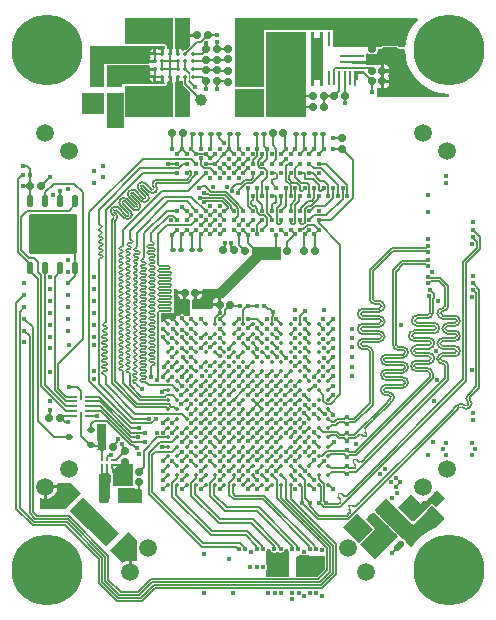
<source format=gtl>
G04*
G04 #@! TF.GenerationSoftware,Altium Limited,Altium Designer,22.0.2 (36)*
G04*
G04 Layer_Physical_Order=1*
G04 Layer_Color=255*
%FSAX24Y24*%
%MOIN*%
G70*
G04*
G04 #@! TF.SameCoordinates,F6E1E7C7-60DA-40DC-8EC0-405BC10227F4*
G04*
G04*
G04 #@! TF.FilePolarity,Positive*
G04*
G01*
G75*
%ADD11C,0.0039*%
%ADD12C,0.0079*%
%ADD13C,0.0100*%
G04:AMPARAMS|DCode=16|XSize=13.8mil|YSize=15.7mil|CornerRadius=3.4mil|HoleSize=0mil|Usage=FLASHONLY|Rotation=270.000|XOffset=0mil|YOffset=0mil|HoleType=Round|Shape=RoundedRectangle|*
%AMROUNDEDRECTD16*
21,1,0.0138,0.0089,0,0,270.0*
21,1,0.0069,0.0157,0,0,270.0*
1,1,0.0069,-0.0044,-0.0034*
1,1,0.0069,-0.0044,0.0034*
1,1,0.0069,0.0044,0.0034*
1,1,0.0069,0.0044,-0.0034*
%
%ADD16ROUNDEDRECTD16*%
G04:AMPARAMS|DCode=17|XSize=25.2mil|YSize=25.2mil|CornerRadius=6.3mil|HoleSize=0mil|Usage=FLASHONLY|Rotation=90.000|XOffset=0mil|YOffset=0mil|HoleType=Round|Shape=RoundedRectangle|*
%AMROUNDEDRECTD17*
21,1,0.0252,0.0126,0,0,90.0*
21,1,0.0126,0.0252,0,0,90.0*
1,1,0.0126,0.0063,0.0063*
1,1,0.0126,0.0063,-0.0063*
1,1,0.0126,-0.0063,-0.0063*
1,1,0.0126,-0.0063,0.0063*
%
%ADD17ROUNDEDRECTD17*%
G04:AMPARAMS|DCode=18|XSize=59.1mil|YSize=51.2mil|CornerRadius=12.8mil|HoleSize=0mil|Usage=FLASHONLY|Rotation=90.000|XOffset=0mil|YOffset=0mil|HoleType=Round|Shape=RoundedRectangle|*
%AMROUNDEDRECTD18*
21,1,0.0591,0.0256,0,0,90.0*
21,1,0.0335,0.0512,0,0,90.0*
1,1,0.0256,0.0128,0.0167*
1,1,0.0256,0.0128,-0.0167*
1,1,0.0256,-0.0128,-0.0167*
1,1,0.0256,-0.0128,0.0167*
%
%ADD18ROUNDEDRECTD18*%
G04:AMPARAMS|DCode=19|XSize=59.1mil|YSize=51.2mil|CornerRadius=12.8mil|HoleSize=0mil|Usage=FLASHONLY|Rotation=225.000|XOffset=0mil|YOffset=0mil|HoleType=Round|Shape=RoundedRectangle|*
%AMROUNDEDRECTD19*
21,1,0.0591,0.0256,0,0,225.0*
21,1,0.0335,0.0512,0,0,225.0*
1,1,0.0256,-0.0209,-0.0028*
1,1,0.0256,0.0028,0.0209*
1,1,0.0256,0.0209,0.0028*
1,1,0.0256,-0.0028,-0.0209*
%
%ADD19ROUNDEDRECTD19*%
G04:AMPARAMS|DCode=20|XSize=23.6mil|YSize=23.6mil|CornerRadius=5.9mil|HoleSize=0mil|Usage=FLASHONLY|Rotation=90.000|XOffset=0mil|YOffset=0mil|HoleType=Round|Shape=RoundedRectangle|*
%AMROUNDEDRECTD20*
21,1,0.0236,0.0118,0,0,90.0*
21,1,0.0118,0.0236,0,0,90.0*
1,1,0.0118,0.0059,0.0059*
1,1,0.0118,0.0059,-0.0059*
1,1,0.0118,-0.0059,-0.0059*
1,1,0.0118,-0.0059,0.0059*
%
%ADD20ROUNDEDRECTD20*%
G04:AMPARAMS|DCode=21|XSize=16.5mil|YSize=18.1mil|CornerRadius=4.1mil|HoleSize=0mil|Usage=FLASHONLY|Rotation=270.000|XOffset=0mil|YOffset=0mil|HoleType=Round|Shape=RoundedRectangle|*
%AMROUNDEDRECTD21*
21,1,0.0165,0.0098,0,0,270.0*
21,1,0.0083,0.0181,0,0,270.0*
1,1,0.0083,-0.0049,-0.0041*
1,1,0.0083,-0.0049,0.0041*
1,1,0.0083,0.0049,0.0041*
1,1,0.0083,0.0049,-0.0041*
%
%ADD21ROUNDEDRECTD21*%
G04:AMPARAMS|DCode=22|XSize=23.6mil|YSize=23.6mil|CornerRadius=5.9mil|HoleSize=0mil|Usage=FLASHONLY|Rotation=180.000|XOffset=0mil|YOffset=0mil|HoleType=Round|Shape=RoundedRectangle|*
%AMROUNDEDRECTD22*
21,1,0.0236,0.0118,0,0,180.0*
21,1,0.0118,0.0236,0,0,180.0*
1,1,0.0118,-0.0059,0.0059*
1,1,0.0118,0.0059,0.0059*
1,1,0.0118,0.0059,-0.0059*
1,1,0.0118,-0.0059,-0.0059*
%
%ADD22ROUNDEDRECTD22*%
G04:AMPARAMS|DCode=23|XSize=25.2mil|YSize=25.2mil|CornerRadius=6.3mil|HoleSize=0mil|Usage=FLASHONLY|Rotation=180.000|XOffset=0mil|YOffset=0mil|HoleType=Round|Shape=RoundedRectangle|*
%AMROUNDEDRECTD23*
21,1,0.0252,0.0126,0,0,180.0*
21,1,0.0126,0.0252,0,0,180.0*
1,1,0.0126,-0.0063,0.0063*
1,1,0.0126,0.0063,0.0063*
1,1,0.0126,0.0063,-0.0063*
1,1,0.0126,-0.0063,-0.0063*
%
%ADD23ROUNDEDRECTD23*%
G04:AMPARAMS|DCode=24|XSize=17.7mil|YSize=41.3mil|CornerRadius=4.4mil|HoleSize=0mil|Usage=FLASHONLY|Rotation=180.000|XOffset=0mil|YOffset=0mil|HoleType=Round|Shape=RoundedRectangle|*
%AMROUNDEDRECTD24*
21,1,0.0177,0.0325,0,0,180.0*
21,1,0.0089,0.0413,0,0,180.0*
1,1,0.0089,-0.0044,0.0162*
1,1,0.0089,0.0044,0.0162*
1,1,0.0089,0.0044,-0.0162*
1,1,0.0089,-0.0044,-0.0162*
%
%ADD24ROUNDEDRECTD24*%
%ADD25C,0.0138*%
G04:AMPARAMS|DCode=26|XSize=7.9mil|YSize=27.6mil|CornerRadius=2mil|HoleSize=0mil|Usage=FLASHONLY|Rotation=270.000|XOffset=0mil|YOffset=0mil|HoleType=Round|Shape=RoundedRectangle|*
%AMROUNDEDRECTD26*
21,1,0.0079,0.0236,0,0,270.0*
21,1,0.0039,0.0276,0,0,270.0*
1,1,0.0039,-0.0118,-0.0020*
1,1,0.0039,-0.0118,0.0020*
1,1,0.0039,0.0118,0.0020*
1,1,0.0039,0.0118,-0.0020*
%
%ADD26ROUNDEDRECTD26*%
G04:AMPARAMS|DCode=27|XSize=7.9mil|YSize=27.6mil|CornerRadius=2mil|HoleSize=0mil|Usage=FLASHONLY|Rotation=180.000|XOffset=0mil|YOffset=0mil|HoleType=Round|Shape=RoundedRectangle|*
%AMROUNDEDRECTD27*
21,1,0.0079,0.0236,0,0,180.0*
21,1,0.0039,0.0276,0,0,180.0*
1,1,0.0039,-0.0020,0.0118*
1,1,0.0039,0.0020,0.0118*
1,1,0.0039,0.0020,-0.0118*
1,1,0.0039,-0.0020,-0.0118*
%
%ADD27ROUNDEDRECTD27*%
G04:AMPARAMS|DCode=28|XSize=18.5mil|YSize=23.6mil|CornerRadius=4.6mil|HoleSize=0mil|Usage=FLASHONLY|Rotation=90.000|XOffset=0mil|YOffset=0mil|HoleType=Round|Shape=RoundedRectangle|*
%AMROUNDEDRECTD28*
21,1,0.0185,0.0144,0,0,90.0*
21,1,0.0093,0.0236,0,0,90.0*
1,1,0.0093,0.0072,0.0046*
1,1,0.0093,0.0072,-0.0046*
1,1,0.0093,-0.0072,-0.0046*
1,1,0.0093,-0.0072,0.0046*
%
%ADD28ROUNDEDRECTD28*%
G04:AMPARAMS|DCode=29|XSize=39.4mil|YSize=35.4mil|CornerRadius=8.9mil|HoleSize=0mil|Usage=FLASHONLY|Rotation=90.000|XOffset=0mil|YOffset=0mil|HoleType=Round|Shape=RoundedRectangle|*
%AMROUNDEDRECTD29*
21,1,0.0394,0.0177,0,0,90.0*
21,1,0.0217,0.0354,0,0,90.0*
1,1,0.0177,0.0089,0.0108*
1,1,0.0177,0.0089,-0.0108*
1,1,0.0177,-0.0089,-0.0108*
1,1,0.0177,-0.0089,0.0108*
%
%ADD29ROUNDEDRECTD29*%
G04:AMPARAMS|DCode=30|XSize=37.4mil|YSize=41.3mil|CornerRadius=9.4mil|HoleSize=0mil|Usage=FLASHONLY|Rotation=270.000|XOffset=0mil|YOffset=0mil|HoleType=Round|Shape=RoundedRectangle|*
%AMROUNDEDRECTD30*
21,1,0.0374,0.0226,0,0,270.0*
21,1,0.0187,0.0413,0,0,270.0*
1,1,0.0187,-0.0113,-0.0094*
1,1,0.0187,-0.0113,0.0094*
1,1,0.0187,0.0113,0.0094*
1,1,0.0187,0.0113,-0.0094*
%
%ADD30ROUNDEDRECTD30*%
%ADD31C,0.0110*%
G04:AMPARAMS|DCode=32|XSize=59.1mil|YSize=51.2mil|CornerRadius=12.8mil|HoleSize=0mil|Usage=FLASHONLY|Rotation=0.000|XOffset=0mil|YOffset=0mil|HoleType=Round|Shape=RoundedRectangle|*
%AMROUNDEDRECTD32*
21,1,0.0591,0.0256,0,0,0.0*
21,1,0.0335,0.0512,0,0,0.0*
1,1,0.0256,0.0167,-0.0128*
1,1,0.0256,-0.0167,-0.0128*
1,1,0.0256,-0.0167,0.0128*
1,1,0.0256,0.0167,0.0128*
%
%ADD32ROUNDEDRECTD32*%
G04:AMPARAMS|DCode=33|XSize=39.4mil|YSize=35.4mil|CornerRadius=8.9mil|HoleSize=0mil|Usage=FLASHONLY|Rotation=0.000|XOffset=0mil|YOffset=0mil|HoleType=Round|Shape=RoundedRectangle|*
%AMROUNDEDRECTD33*
21,1,0.0394,0.0177,0,0,0.0*
21,1,0.0217,0.0354,0,0,0.0*
1,1,0.0177,0.0108,-0.0089*
1,1,0.0177,-0.0108,-0.0089*
1,1,0.0177,-0.0108,0.0089*
1,1,0.0177,0.0108,0.0089*
%
%ADD33ROUNDEDRECTD33*%
G04:AMPARAMS|DCode=34|XSize=39.4mil|YSize=35.4mil|CornerRadius=8.9mil|HoleSize=0mil|Usage=FLASHONLY|Rotation=225.000|XOffset=0mil|YOffset=0mil|HoleType=Round|Shape=RoundedRectangle|*
%AMROUNDEDRECTD34*
21,1,0.0394,0.0177,0,0,225.0*
21,1,0.0217,0.0354,0,0,225.0*
1,1,0.0177,-0.0139,-0.0014*
1,1,0.0177,0.0014,0.0139*
1,1,0.0177,0.0139,0.0014*
1,1,0.0177,-0.0014,-0.0139*
%
%ADD34ROUNDEDRECTD34*%
G04:AMPARAMS|DCode=35|XSize=21.7mil|YSize=39.4mil|CornerRadius=5.4mil|HoleSize=0mil|Usage=FLASHONLY|Rotation=135.000|XOffset=0mil|YOffset=0mil|HoleType=Round|Shape=RoundedRectangle|*
%AMROUNDEDRECTD35*
21,1,0.0217,0.0285,0,0,135.0*
21,1,0.0108,0.0394,0,0,135.0*
1,1,0.0108,0.0063,0.0139*
1,1,0.0108,0.0139,0.0063*
1,1,0.0108,-0.0063,-0.0139*
1,1,0.0108,-0.0139,-0.0063*
%
%ADD35ROUNDEDRECTD35*%
G04:AMPARAMS|DCode=36|XSize=25.2mil|YSize=25.2mil|CornerRadius=6.3mil|HoleSize=0mil|Usage=FLASHONLY|Rotation=315.000|XOffset=0mil|YOffset=0mil|HoleType=Round|Shape=RoundedRectangle|*
%AMROUNDEDRECTD36*
21,1,0.0252,0.0126,0,0,315.0*
21,1,0.0126,0.0252,0,0,315.0*
1,1,0.0126,0.0000,-0.0089*
1,1,0.0126,-0.0089,0.0000*
1,1,0.0126,0.0000,0.0089*
1,1,0.0126,0.0089,0.0000*
%
%ADD36ROUNDEDRECTD36*%
%ADD37R,0.0050X0.0050*%
%ADD38R,0.0050X0.0050*%
%ADD39R,0.0080X0.0510*%
%ADD40C,0.0157*%
G04:AMPARAMS|DCode=41|XSize=25.2mil|YSize=25.2mil|CornerRadius=6.3mil|HoleSize=0mil|Usage=FLASHONLY|Rotation=225.000|XOffset=0mil|YOffset=0mil|HoleType=Round|Shape=RoundedRectangle|*
%AMROUNDEDRECTD41*
21,1,0.0252,0.0126,0,0,225.0*
21,1,0.0126,0.0252,0,0,225.0*
1,1,0.0126,-0.0089,0.0000*
1,1,0.0126,0.0000,0.0089*
1,1,0.0126,0.0089,0.0000*
1,1,0.0126,0.0000,-0.0089*
%
%ADD41ROUNDEDRECTD41*%
G04:AMPARAMS|DCode=42|XSize=13.8mil|YSize=15.7mil|CornerRadius=3.4mil|HoleSize=0mil|Usage=FLASHONLY|Rotation=180.000|XOffset=0mil|YOffset=0mil|HoleType=Round|Shape=RoundedRectangle|*
%AMROUNDEDRECTD42*
21,1,0.0138,0.0089,0,0,180.0*
21,1,0.0069,0.0157,0,0,180.0*
1,1,0.0069,-0.0034,0.0044*
1,1,0.0069,0.0034,0.0044*
1,1,0.0069,0.0034,-0.0044*
1,1,0.0069,-0.0034,-0.0044*
%
%ADD42ROUNDEDRECTD42*%
%ADD43R,0.0810X0.0100*%
%ADD44C,0.0394*%
G04:AMPARAMS|DCode=45|XSize=157.5mil|YSize=133.9mil|CornerRadius=3.3mil|HoleSize=0mil|Usage=FLASHONLY|Rotation=180.000|XOffset=0mil|YOffset=0mil|HoleType=Round|Shape=RoundedRectangle|*
%AMROUNDEDRECTD45*
21,1,0.1575,0.1272,0,0,180.0*
21,1,0.1508,0.1339,0,0,180.0*
1,1,0.0067,-0.0754,0.0636*
1,1,0.0067,0.0754,0.0636*
1,1,0.0067,0.0754,-0.0636*
1,1,0.0067,-0.0754,-0.0636*
%
%ADD45ROUNDEDRECTD45*%
%ADD48C,0.2362*%
%ADD49C,0.0591*%
%ADD50C,0.0050*%
%ADD51C,0.0050*%
%ADD52C,0.0075*%
%ADD53C,0.0354*%
%ADD54C,0.0160*%
G36*
X010364Y017304D02*
X010284Y017304D01*
X010284Y017501D01*
X010069Y017501D01*
X010069Y017304D01*
X009989D01*
X009989Y019113D01*
X010069Y019113D01*
X010069Y018916D01*
X010284Y018916D01*
Y019113D01*
X010364Y019113D01*
X010364Y017304D01*
D02*
G37*
G36*
X013527Y019517D02*
X013391Y019358D01*
X013272Y019164D01*
X013185Y018953D01*
X013132Y018731D01*
X013122Y018602D01*
X012903D01*
X012903Y018603D01*
X012844Y018642D01*
X012775Y018656D01*
X012440D01*
X012371Y018642D01*
X012312Y018603D01*
X012312Y018602D01*
X011741D01*
Y018602D01*
X011636Y018602D01*
X010699D01*
Y019173D01*
X008415D01*
Y017279D01*
X007431D01*
Y019567D01*
X013508D01*
X013527Y019517D01*
D02*
G37*
G36*
X012823Y018591D02*
X012873Y018558D01*
X012883Y018556D01*
X012893Y018549D01*
X012898Y018550D01*
X012903Y018548D01*
X013081D01*
X013115Y018512D01*
X013114Y018504D01*
X013132Y018277D01*
X013185Y018055D01*
X013272Y017844D01*
X013391Y017650D01*
X013540Y017477D01*
X013713Y017329D01*
X013907Y017209D01*
X014118Y017122D01*
X014340Y017069D01*
X014567Y017051D01*
X014567Y017051D01*
Y016939D01*
X012175D01*
Y017229D01*
X012225Y017255D01*
X012231Y017252D01*
X012293Y017239D01*
X012302D01*
Y017461D01*
X012352D01*
Y017511D01*
X012573D01*
Y017520D01*
X012561Y017582D01*
X012525Y017634D01*
Y017641D01*
X012561Y017694D01*
X012573Y017756D01*
Y017765D01*
X012352D01*
Y017815D01*
X012302D01*
Y018036D01*
X012293D01*
X012231Y018024D01*
X012216Y018014D01*
X012175Y017992D01*
X011821D01*
X011821Y018390D01*
X011871Y018405D01*
X011873Y018403D01*
X011910Y018378D01*
X011954Y018369D01*
X012080D01*
X012124Y018378D01*
X012162Y018403D01*
X012187Y018440D01*
X012195Y018484D01*
Y018548D01*
X012312D01*
X012317Y018550D01*
X012322Y018549D01*
X012332Y018556D01*
X012342Y018558D01*
X012392Y018591D01*
X012446Y018602D01*
X012770D01*
X012823Y018591D01*
D02*
G37*
G36*
X005945Y018651D02*
X005798Y018505D01*
X005764D01*
X005720Y018487D01*
X005675Y018482D01*
X005662Y018494D01*
X005627Y018529D01*
X005581Y018548D01*
Y018386D01*
X005482D01*
Y018548D01*
X005468Y018542D01*
X005448Y018556D01*
X005430Y018573D01*
X005427Y018580D01*
X005428Y018582D01*
Y019567D01*
X005945D01*
Y018651D01*
D02*
G37*
G36*
X005374Y018582D02*
X005326Y018550D01*
Y018386D01*
X005226D01*
Y018548D01*
X005212Y018542D01*
X005192Y018556D01*
X005174Y018573D01*
X005171Y018580D01*
X005172Y018582D01*
Y018652D01*
X005156Y018690D01*
X005118Y018706D01*
X003789D01*
Y019567D01*
X005374D01*
Y018582D01*
D02*
G37*
G36*
X005118Y018582D02*
X005070Y018550D01*
Y018386D01*
X004970D01*
Y018548D01*
X004924Y018529D01*
X004892Y018497D01*
X004859Y018529D01*
X004814Y018548D01*
Y018386D01*
X004764D01*
Y018336D01*
X004602D01*
X004621Y018290D01*
X004653Y018258D01*
X004621Y018226D01*
X004602Y018180D01*
X004764D01*
Y018080D01*
X004588D01*
X004569Y018051D01*
X003081D01*
Y017264D01*
X002608D01*
Y018652D01*
X005118D01*
Y018582D01*
D02*
G37*
G36*
X011741Y017716D02*
X011542Y017716D01*
X011545Y017501D01*
X011486Y017501D01*
Y017304D01*
X011406Y017304D01*
X011406Y017814D01*
X011741Y017816D01*
Y017716D01*
D02*
G37*
G36*
X005581Y017456D02*
X005627Y017475D01*
X005661Y017509D01*
X005711Y017489D01*
Y017372D01*
X005717Y017343D01*
X005733Y017318D01*
X005945Y017106D01*
Y016289D01*
X005428D01*
Y017422D01*
X005427Y017424D01*
X005430Y017431D01*
X005448Y017448D01*
X005468Y017462D01*
X005482Y017456D01*
Y017618D01*
X005581D01*
Y017456D01*
D02*
G37*
G36*
X005326Y017454D02*
X005374Y017422D01*
Y016289D01*
X003789D01*
Y017318D01*
X005118D01*
X005156Y017334D01*
X005172Y017372D01*
Y017422D01*
X005171Y017424D01*
X005174Y017431D01*
X005192Y017448D01*
X005212Y017462D01*
X005226Y017456D01*
Y017618D01*
X005326D01*
Y017454D01*
D02*
G37*
G36*
X004609Y017942D02*
X004602Y017924D01*
X004764D01*
Y017824D01*
X004602D01*
X004621Y017778D01*
X004653Y017746D01*
X004621Y017714D01*
X004602Y017668D01*
X004764D01*
Y017618D01*
X004814D01*
Y017456D01*
X004859Y017475D01*
X004892Y017507D01*
X004924Y017475D01*
X004970Y017456D01*
Y017618D01*
X005070D01*
Y017454D01*
X005118Y017422D01*
Y017372D01*
X003671D01*
Y017264D01*
X003189D01*
Y017992D01*
X004578D01*
X004609Y017942D01*
D02*
G37*
G36*
X003071Y016358D02*
X002333D01*
Y017077D01*
X003071D01*
Y016358D01*
D02*
G37*
G36*
X009813Y016289D02*
X008474D01*
Y019114D01*
X009813D01*
Y016289D01*
D02*
G37*
G36*
X008415D02*
X007431D01*
Y017224D01*
X008415D01*
Y016289D01*
D02*
G37*
G36*
X003730Y015892D02*
X003189D01*
Y017073D01*
X003730D01*
Y015892D01*
D02*
G37*
G36*
X008957Y011496D02*
X008317D01*
X007050Y010229D01*
X006988Y010241D01*
X006979D01*
Y010020D01*
X006929D01*
Y009970D01*
X006708D01*
Y009961D01*
X006714Y009932D01*
X006676Y009882D01*
X006004D01*
Y010165D01*
X006043Y010196D01*
X006063Y010192D01*
X006072D01*
Y010413D01*
X006122D01*
Y010463D01*
X006343D01*
Y010472D01*
X006339Y010493D01*
X006371Y010532D01*
X006844D01*
X007992Y011679D01*
X007992Y011939D01*
X008957D01*
X008957Y011496D01*
D02*
G37*
G36*
X005551Y010493D02*
X005546Y010472D01*
Y010463D01*
X005768D01*
Y010413D01*
X005818D01*
Y010192D01*
X005827D01*
X005889Y010205D01*
X005895Y010209D01*
X005945Y010182D01*
Y009652D01*
X005911Y009638D01*
X005909Y009636D01*
X005791D01*
X005789Y009641D01*
X005753Y009677D01*
X005705Y009697D01*
X005653D01*
X005605Y009677D01*
X005569Y009641D01*
X005567Y009636D01*
X005463D01*
Y009532D01*
X005416Y009513D01*
X005387Y009484D01*
X005354Y009471D01*
X005322Y009484D01*
X005293Y009513D01*
X005230Y009539D01*
X005163D01*
X005101Y009513D01*
X005054Y009466D01*
X005047Y009449D01*
X004961D01*
Y009734D01*
X005276D01*
Y009733D01*
X005325Y009743D01*
X005326Y009744D01*
X005413D01*
Y010532D01*
X005519D01*
X005551Y010493D01*
D02*
G37*
G36*
X003150Y006036D02*
Y005158D01*
X002857D01*
X002855Y005160D01*
X002835Y005208D01*
X002857Y005241D01*
X002869Y005298D01*
Y005391D01*
X002857Y005448D01*
X002825Y005496D01*
X002825Y005496D01*
Y006055D01*
X003130D01*
X003150Y006036D01*
D02*
G37*
G36*
X004045Y003986D02*
X003401D01*
X003366Y004022D01*
X003366Y004530D01*
X003367D01*
X003424Y004554D01*
X003468Y004597D01*
X003492Y004654D01*
Y004708D01*
X004045D01*
Y003986D01*
D02*
G37*
G36*
X002313Y003750D02*
X001762Y003199D01*
X000925D01*
Y003554D01*
X000952Y003570D01*
X000975Y003577D01*
X001070Y003552D01*
X001072D01*
Y003947D01*
X001122D01*
Y003997D01*
X001517D01*
Y003999D01*
X001505Y004045D01*
X001535Y004085D01*
X001978D01*
X002313Y003750D01*
D02*
G37*
G36*
X004111Y003886D02*
X004173Y003873D01*
X004291D01*
X004292Y003873D01*
X004331Y003842D01*
Y003415D01*
X003524D01*
Y003898D01*
X004093D01*
X004111Y003886D01*
D02*
G37*
G36*
X014449Y003563D02*
X014148Y003262D01*
X014044Y003365D01*
X014006Y003381D01*
X013968Y003365D01*
X013908Y003306D01*
X013906Y003301D01*
X013902Y003298D01*
X013896Y003289D01*
X013815Y003208D01*
X013807Y003202D01*
X013803Y003198D01*
X013798Y003196D01*
X013395Y002793D01*
X013326Y002794D01*
X012863Y003257D01*
X013312Y003706D01*
X013661Y003356D01*
X014158Y003853D01*
X014449Y003563D01*
D02*
G37*
G36*
X011531Y003046D02*
X012042Y002534D01*
X011570Y002062D01*
X011033Y002598D01*
X011481Y003046D01*
X011531Y003046D01*
D02*
G37*
G36*
X003578Y002406D02*
X003142Y001970D01*
X001956Y003117D01*
X001956Y003167D01*
X002387Y003597D01*
X003578Y002406D01*
D02*
G37*
G36*
X013361Y002682D02*
X013837Y003157D01*
X013849Y003166D01*
X013938Y003255D01*
X013947Y003268D01*
X014006Y003327D01*
X014419Y002914D01*
X014419Y002864D01*
X014118Y002563D01*
X014118Y002563D01*
X013907Y002476D01*
X013713Y002357D01*
X013540Y002208D01*
X013391Y002035D01*
X013344Y001958D01*
X013294Y001952D01*
X013158Y002089D01*
X013136Y002121D01*
X013059Y002198D01*
X013027Y002220D01*
X012934Y002312D01*
X012922Y002341D01*
X012922Y002341D01*
X012274Y002989D01*
X012263Y002994D01*
X012261Y002997D01*
X012228Y003019D01*
X012146Y003101D01*
X012133Y003120D01*
X012124Y003126D01*
X012114Y003158D01*
X012111Y003184D01*
X012485Y003558D01*
X013361Y002682D01*
D02*
G37*
G36*
X009211Y001852D02*
X009230Y001804D01*
X009242Y001792D01*
X009242Y000957D01*
X008474D01*
Y001183D01*
X008493Y001201D01*
X008512Y001249D01*
Y001300D01*
X008493Y001348D01*
X008474Y001366D01*
Y001799D01*
X008480Y001804D01*
X008499Y001852D01*
Y001870D01*
X008620D01*
Y001852D01*
X008640Y001804D01*
X008676Y001768D01*
X008724Y001748D01*
X008776D01*
X008824Y001768D01*
X008855Y001799D01*
X008886Y001768D01*
X008934Y001748D01*
X008986D01*
X009034Y001768D01*
X009070Y001804D01*
X009090Y001852D01*
Y001870D01*
X009211D01*
Y001852D01*
D02*
G37*
G36*
X012088Y003090D02*
X012104Y003066D01*
X012193Y002977D01*
X012231Y002952D01*
X012236Y002951D01*
X012884Y002303D01*
X012106Y001526D01*
X011608Y002024D01*
X012080Y002496D01*
X012088Y002515D01*
X012093Y002526D01*
X012096Y002534D01*
X012096Y002534D01*
X012096Y002534D01*
X012087Y002556D01*
X012080Y002573D01*
X012080Y002573D01*
X012080Y002573D01*
X012080Y002573D01*
X011790Y002863D01*
X012030Y003103D01*
X012039Y003103D01*
X012088Y003090D01*
D02*
G37*
G36*
X003918Y002431D02*
X004183Y002165D01*
Y001958D01*
X004182Y001955D01*
Y001864D01*
X004183Y001861D01*
Y001492D01*
X004140Y001467D01*
X004099Y001490D01*
X003999Y001517D01*
X003997D01*
Y001122D01*
X003897D01*
Y001517D01*
X003895D01*
X003794Y001490D01*
X003704Y001438D01*
X003689Y001423D01*
X003275Y001838D01*
X003868Y002431D01*
X003918Y002431D01*
D02*
G37*
G36*
X010427Y001196D02*
X010189Y000957D01*
X009479D01*
X009478Y001618D01*
X009514Y001654D01*
X010427D01*
Y001196D01*
D02*
G37*
%LPC*%
G36*
X012411Y018036D02*
X012402D01*
Y017865D01*
X012573D01*
Y017874D01*
X012561Y017936D01*
X012525Y017989D01*
X012473Y018024D01*
X012411Y018036D01*
D02*
G37*
G36*
X012573Y017411D02*
X012402D01*
Y017239D01*
X012411D01*
X012473Y017252D01*
X012525Y017287D01*
X012561Y017340D01*
X012573Y017402D01*
Y017411D01*
D02*
G37*
G36*
X004714Y018548D02*
X004668Y018529D01*
X004621Y018482D01*
X004602Y018436D01*
X004714D01*
Y018548D01*
D02*
G37*
G36*
Y017568D02*
X004602D01*
X004621Y017522D01*
X004668Y017475D01*
X004714Y017456D01*
Y017568D01*
D02*
G37*
G36*
X006343Y010363D02*
X006172D01*
Y010192D01*
X006181D01*
X006243Y010205D01*
X006296Y010240D01*
X006331Y010292D01*
X006343Y010354D01*
Y010363D01*
D02*
G37*
G36*
X006879Y010241D02*
X006870D01*
X006808Y010229D01*
X006755Y010193D01*
X006720Y010141D01*
X006708Y010079D01*
Y010070D01*
X006879D01*
Y010241D01*
D02*
G37*
G36*
X005718Y010363D02*
X005546D01*
Y010354D01*
X005559Y010292D01*
X005594Y010240D01*
X005647Y010205D01*
X005709Y010192D01*
X005718D01*
Y010363D01*
D02*
G37*
G36*
X001517Y003897D02*
X001172D01*
Y003552D01*
X001174D01*
X001275Y003579D01*
X001365Y003631D01*
X001438Y003704D01*
X001490Y003794D01*
X001517Y003895D01*
Y003897D01*
D02*
G37*
%LPD*%
D11*
X005915Y017461D02*
Y017746D01*
D12*
X004232Y003809D02*
Y004094D01*
X008730Y016988D02*
X010039D01*
X008730Y016988D02*
X008730Y016988D01*
X008730Y016969D02*
Y016988D01*
Y016969D02*
X009084Y016614D01*
X010055D01*
X004764Y017618D02*
Y017874D01*
Y017618D02*
Y017618D01*
X002844Y017480D02*
Y017787D01*
X002844Y017480D02*
X002844Y017480D01*
Y017787D02*
X002844Y017787D01*
X003435Y017787D02*
X003435Y017787D01*
Y017480D02*
Y017787D01*
X006841Y018533D02*
Y018780D01*
X006841Y017224D02*
Y017470D01*
X006852Y017459D02*
X007203D01*
X007215Y017447D01*
X006841Y017470D02*
X006852Y017459D01*
X006852Y018545D02*
X007203D01*
X007215Y018557D01*
X006841Y018533D02*
X006852Y018545D01*
X006487Y018534D02*
Y018748D01*
X006486Y017224D02*
Y017470D01*
Y017224D02*
X006486Y017224D01*
X006339Y017618D02*
X006486Y017470D01*
X006043Y017618D02*
X006339D01*
X006043Y018386D02*
X006339D01*
X006486Y018533D01*
X004764Y017618D02*
X005020D01*
X004764Y018386D02*
X005020D01*
X004764Y018130D02*
Y018386D01*
X005276Y018130D02*
Y018386D01*
Y017618D02*
Y017874D01*
X005531D01*
X005276Y018130D02*
X005531D01*
X005020Y017874D02*
X005276D01*
X005020Y018130D02*
X005276D01*
X005531Y017874D02*
Y018130D01*
X005276Y017874D02*
Y018130D01*
X005020Y017874D02*
Y018130D01*
D13*
X013061Y017106D02*
X013465D01*
X012854Y017283D02*
X013258D01*
X012854Y017283D02*
X012854Y017283D01*
X013258D02*
X013258Y017283D01*
X012657Y017106D02*
Y017461D01*
X013061Y017106D02*
X013061Y017106D01*
X012657Y017106D02*
X013061D01*
X013051Y017480D02*
Y017835D01*
X012854Y017283D02*
Y017638D01*
X012657Y017461D02*
Y017815D01*
X012854Y017638D02*
X013051Y017835D01*
Y017835D01*
X012657Y017461D02*
X012667D01*
X012844Y017638D01*
X012854D01*
Y017972D02*
Y017989D01*
X012765Y018189D02*
X012976D01*
X012805Y018038D02*
X012854Y017989D01*
X012805Y018038D02*
Y018146D01*
X012976Y018189D02*
X013025Y018140D01*
X012608Y018346D02*
X012765Y018189D01*
X013025Y018140D02*
X013041D01*
X012734Y018217D02*
X012805Y018146D01*
X012352Y017461D02*
X012352Y017461D01*
X012657D01*
X012657Y017461D01*
X012352Y017815D02*
X012352Y017815D01*
X012657D01*
X012657Y017815D01*
X012352Y017461D02*
Y017815D01*
X011336Y018100D02*
X011912D01*
X011997Y018185D01*
X006487Y018748D02*
X006488Y018749D01*
X006486Y018533D02*
X006487Y018534D01*
X005689Y019006D02*
X006171D01*
X006171Y019006D01*
X005689Y019006D02*
X005689Y019006D01*
D16*
X007864Y009980D02*
D03*
X007608D02*
D03*
X008415D02*
D03*
X008159D02*
D03*
X000364Y014350D02*
D03*
X000620D02*
D03*
X009931Y003406D02*
D03*
X009675D02*
D03*
X010482D02*
D03*
X010226D02*
D03*
D17*
X008274Y018976D02*
D03*
X008636D02*
D03*
X005774Y010039D02*
D03*
X006136D02*
D03*
X009187Y011811D02*
D03*
X008825D02*
D03*
X000616Y013976D02*
D03*
X000978D02*
D03*
X001618Y006240D02*
D03*
X001256Y006240D02*
D03*
X003018Y005285D02*
D03*
X003380Y005285D02*
D03*
X010055Y016614D02*
D03*
X010417Y016614D02*
D03*
X008124Y011811D02*
D03*
X005693Y015748D02*
D03*
X007762Y011811D02*
D03*
X010102Y011811D02*
D03*
X005331Y015748D02*
D03*
X009740Y011811D02*
D03*
D18*
X008986Y001358D02*
D03*
X009734D02*
D03*
X008730Y018406D02*
D03*
Y017657D02*
D03*
X007982Y018406D02*
D03*
Y017657D02*
D03*
D19*
X003709Y001852D02*
D03*
X003180Y002381D02*
D03*
X001812Y003709D02*
D03*
X002341Y003180D02*
D03*
D20*
X005768Y010413D02*
D03*
X006122D02*
D03*
X007283Y010020D02*
D03*
X006929Y010020D02*
D03*
X006171Y019006D02*
D03*
X006526D02*
D03*
X010039Y016988D02*
D03*
X010747Y016988D02*
D03*
X010393Y016988D02*
D03*
X011997Y017461D02*
D03*
Y017815D02*
D03*
X008701Y015728D02*
D03*
X007037Y011831D02*
D03*
X007392D02*
D03*
X009055Y015728D02*
D03*
X011102Y016988D02*
D03*
X012352Y017815D02*
D03*
Y017461D02*
D03*
D21*
X006047Y015709D02*
D03*
X006315D02*
D03*
X010102D02*
D03*
X010370D02*
D03*
X009472D02*
D03*
X009740D02*
D03*
X005368Y011850D02*
D03*
X005636D02*
D03*
X008402Y015709D02*
D03*
X008134D02*
D03*
X007535D02*
D03*
X007268D02*
D03*
X006906D02*
D03*
X006638D02*
D03*
X006008Y011850D02*
D03*
X006276D02*
D03*
D22*
X011004Y015217D02*
D03*
Y015571D02*
D03*
X006486Y018533D02*
D03*
Y018179D02*
D03*
X006841Y018179D02*
D03*
Y018533D02*
D03*
X006841Y017825D02*
D03*
Y017470D02*
D03*
X006486Y017470D02*
D03*
Y017825D02*
D03*
X004232Y004094D02*
D03*
Y004449D02*
D03*
D23*
X007215Y018195D02*
D03*
Y018557D02*
D03*
X007215Y017809D02*
D03*
Y017447D02*
D03*
X003770Y005142D02*
D03*
Y004780D02*
D03*
X012017Y018547D02*
D03*
X012017Y018185D02*
D03*
D24*
X001112Y013470D02*
D03*
X001612Y011250D02*
D03*
X001112D02*
D03*
X002112Y013470D02*
D03*
X000612Y011250D02*
D03*
X001612Y013470D02*
D03*
X002112Y011250D02*
D03*
X000612Y013470D02*
D03*
D25*
X008976Y005591D02*
D03*
X009291D02*
D03*
X004764Y018130D02*
D03*
Y018386D02*
D03*
X005020D02*
D03*
Y017618D02*
D03*
X004764Y017874D02*
D03*
Y017618D02*
D03*
X005787Y018386D02*
D03*
Y017618D02*
D03*
X006043Y018130D02*
D03*
Y017874D02*
D03*
X005787D02*
D03*
Y018130D02*
D03*
X007717Y006850D02*
D03*
X006772Y009370D02*
D03*
X005827Y007480D02*
D03*
X006457Y006220D02*
D03*
X006772Y007480D02*
D03*
X009291Y006850D02*
D03*
X009921D02*
D03*
X010551Y007480D02*
D03*
Y007795D02*
D03*
X010236Y007165D02*
D03*
X009921Y007480D02*
D03*
X010551Y009055D02*
D03*
X007087Y008425D02*
D03*
X006772D02*
D03*
X005512Y008740D02*
D03*
X005197Y009055D02*
D03*
X005512Y006535D02*
D03*
X005197D02*
D03*
X005827Y008110D02*
D03*
X005512Y008425D02*
D03*
X007087Y008740D02*
D03*
X006142Y009370D02*
D03*
X005512Y006850D02*
D03*
Y007480D02*
D03*
X007087Y008110D02*
D03*
X007402Y009370D02*
D03*
X006457D02*
D03*
X007402Y008740D02*
D03*
X006772Y008110D02*
D03*
X007402Y009055D02*
D03*
X006772D02*
D03*
X007087D02*
D03*
X005827D02*
D03*
X006457Y008740D02*
D03*
X005827Y009370D02*
D03*
Y008740D02*
D03*
X006457Y009055D02*
D03*
X006142Y008425D02*
D03*
Y008740D02*
D03*
X005512Y009055D02*
D03*
Y007165D02*
D03*
X006142Y006535D02*
D03*
X005827Y007165D02*
D03*
Y006220D02*
D03*
X006142Y007165D02*
D03*
Y006220D02*
D03*
X005827Y006535D02*
D03*
X005197Y006850D02*
D03*
X005512Y008110D02*
D03*
X006142Y007795D02*
D03*
X005197D02*
D03*
Y008110D02*
D03*
X005827Y007795D02*
D03*
X005197Y008425D02*
D03*
Y007480D02*
D03*
X006142Y008110D02*
D03*
X010236Y006535D02*
D03*
X010551D02*
D03*
Y008110D02*
D03*
Y008740D02*
D03*
X008031Y009370D02*
D03*
Y009055D02*
D03*
X007717Y009370D02*
D03*
X009921D02*
D03*
X008976D02*
D03*
X010551Y007165D02*
D03*
X008976Y009055D02*
D03*
X008661Y008425D02*
D03*
Y008740D02*
D03*
Y009055D02*
D03*
X009921Y008110D02*
D03*
Y009055D02*
D03*
X009606Y009370D02*
D03*
X009921Y008425D02*
D03*
Y007795D02*
D03*
X008031Y008425D02*
D03*
X007717Y006535D02*
D03*
X008031D02*
D03*
Y006850D02*
D03*
X008346Y006535D02*
D03*
Y006850D02*
D03*
X009606Y006220D02*
D03*
X009921D02*
D03*
Y006535D02*
D03*
X006772Y006220D02*
D03*
X007717Y008740D02*
D03*
Y008425D02*
D03*
X008346Y009055D02*
D03*
X008031Y008740D02*
D03*
X008346Y008425D02*
D03*
X008976Y004016D02*
D03*
X008661Y004331D02*
D03*
X005197Y005591D02*
D03*
X005512Y004331D02*
D03*
Y004016D02*
D03*
X006142Y004331D02*
D03*
Y004016D02*
D03*
X006772Y004331D02*
D03*
Y004016D02*
D03*
X007402Y004331D02*
D03*
Y004016D02*
D03*
X007087Y004961D02*
D03*
Y004646D02*
D03*
X005827Y004961D02*
D03*
Y004646D02*
D03*
X005197Y004961D02*
D03*
Y004646D02*
D03*
X006457Y004961D02*
D03*
Y004646D02*
D03*
X005512Y005591D02*
D03*
Y005276D02*
D03*
X009606Y004331D02*
D03*
Y004016D02*
D03*
X006043Y018386D02*
D03*
Y017618D02*
D03*
X005531Y018130D02*
D03*
Y017874D02*
D03*
X005276Y018386D02*
D03*
Y018130D02*
D03*
Y017874D02*
D03*
X005020D02*
D03*
Y018130D02*
D03*
X005276Y017618D02*
D03*
X010551Y009370D02*
D03*
Y006850D02*
D03*
Y004016D02*
D03*
X009921Y008740D02*
D03*
X010236Y007795D02*
D03*
X008976D02*
D03*
X009606Y007165D02*
D03*
Y006535D02*
D03*
X009291Y007480D02*
D03*
X008976Y007165D02*
D03*
Y006535D02*
D03*
Y008425D02*
D03*
X008661Y007480D02*
D03*
Y009370D02*
D03*
X008346Y007795D02*
D03*
X008661Y006535D02*
D03*
X008346Y007165D02*
D03*
X008661Y006850D02*
D03*
X009921Y005591D02*
D03*
X010236Y004646D02*
D03*
X009291Y006220D02*
D03*
Y004331D02*
D03*
X008976Y005906D02*
D03*
Y005276D02*
D03*
X008661Y006220D02*
D03*
X008346Y005906D02*
D03*
Y004016D02*
D03*
X007717Y009055D02*
D03*
X008031Y008110D02*
D03*
X007717Y007795D02*
D03*
X006772Y008740D02*
D03*
Y007795D02*
D03*
X005827Y008425D02*
D03*
X005197Y009370D02*
D03*
X005512D02*
D03*
X008031Y007480D02*
D03*
X007717Y007165D02*
D03*
X007402Y007480D02*
D03*
Y006850D02*
D03*
X008031Y006220D02*
D03*
X007402D02*
D03*
X007717Y005906D02*
D03*
X007402Y005591D02*
D03*
X007087Y007795D02*
D03*
Y007165D02*
D03*
Y006535D02*
D03*
Y005906D02*
D03*
Y005591D02*
D03*
X008031Y004961D02*
D03*
X007717Y004331D02*
D03*
Y004016D02*
D03*
Y004646D02*
D03*
X007402Y005276D02*
D03*
Y004961D02*
D03*
Y004646D02*
D03*
X007087Y005276D02*
D03*
Y004016D02*
D03*
X006457Y007480D02*
D03*
X006772Y006850D02*
D03*
X006142Y007480D02*
D03*
X006457Y006535D02*
D03*
Y005906D02*
D03*
X005827D02*
D03*
X006142D02*
D03*
X005197Y007165D02*
D03*
X005512Y006220D02*
D03*
Y005906D02*
D03*
X005197Y006220D02*
D03*
Y005906D02*
D03*
X006457Y005591D02*
D03*
X006772D02*
D03*
Y004961D02*
D03*
X005827Y005591D02*
D03*
X006142Y004961D02*
D03*
X006457Y004331D02*
D03*
X006142Y004646D02*
D03*
X005827Y004331D02*
D03*
X005197Y005276D02*
D03*
X005512Y004646D02*
D03*
X005197Y004016D02*
D03*
X010236Y004331D02*
D03*
Y004016D02*
D03*
X008976Y004331D02*
D03*
X009921Y005906D02*
D03*
X009606D02*
D03*
X010236Y005276D02*
D03*
Y005591D02*
D03*
X009921Y004646D02*
D03*
Y004961D02*
D03*
X009606Y005276D02*
D03*
X009921D02*
D03*
X010551Y005906D02*
D03*
Y006220D02*
D03*
Y005591D02*
D03*
X010236Y005906D02*
D03*
X010551Y004646D02*
D03*
Y004331D02*
D03*
X010236Y004961D02*
D03*
X010551D02*
D03*
X009291Y004016D02*
D03*
X010236Y009370D02*
D03*
X010551Y008425D02*
D03*
X010236Y006220D02*
D03*
X009921Y007165D02*
D03*
X009606Y008110D02*
D03*
X009291Y009055D02*
D03*
X008346Y008740D02*
D03*
X007402Y008425D02*
D03*
X007087Y009370D02*
D03*
X006457Y008110D02*
D03*
X006142Y009055D02*
D03*
X005827Y006850D02*
D03*
X005197Y008740D02*
D03*
X005512Y007795D02*
D03*
X006457Y006850D02*
D03*
Y007165D02*
D03*
X007087Y007480D02*
D03*
X007402Y007795D02*
D03*
X008031D02*
D03*
X008661D02*
D03*
X009291D02*
D03*
X009606Y006850D02*
D03*
Y007480D02*
D03*
X005197Y004331D02*
D03*
X005827Y004016D02*
D03*
X006457D02*
D03*
X006772Y004646D02*
D03*
X007087Y004331D02*
D03*
X006772Y005906D02*
D03*
Y006535D02*
D03*
Y007165D02*
D03*
X007087Y006220D02*
D03*
Y006850D02*
D03*
X007402Y005906D02*
D03*
Y006535D02*
D03*
Y007165D02*
D03*
X007717Y006220D02*
D03*
Y007480D02*
D03*
X008031Y005906D02*
D03*
Y007165D02*
D03*
X008346Y006220D02*
D03*
Y007480D02*
D03*
X008661Y005906D02*
D03*
Y007165D02*
D03*
X008976Y006220D02*
D03*
Y006850D02*
D03*
Y007480D02*
D03*
X009291Y006535D02*
D03*
Y007165D02*
D03*
X005512Y004961D02*
D03*
X005827Y005276D02*
D03*
X006457D02*
D03*
X006772D02*
D03*
X008346Y005591D02*
D03*
X008661Y004646D02*
D03*
X009291Y005906D02*
D03*
X009606Y004961D02*
D03*
X009921Y004016D02*
D03*
X010551Y005276D02*
D03*
X005531Y017618D02*
D03*
Y018386D02*
D03*
X008346Y008110D02*
D03*
X008661D02*
D03*
X008976D02*
D03*
X009291D02*
D03*
X009606Y007795D02*
D03*
X010236Y008110D02*
D03*
Y009055D02*
D03*
Y008740D02*
D03*
Y008425D02*
D03*
Y007480D02*
D03*
Y006850D02*
D03*
X009606Y009055D02*
D03*
Y008740D02*
D03*
Y008425D02*
D03*
X009291Y009370D02*
D03*
Y008740D02*
D03*
Y008425D02*
D03*
X008976Y008740D02*
D03*
X008346Y009370D02*
D03*
X007717Y008110D02*
D03*
X007402D02*
D03*
X006457Y008425D02*
D03*
Y007795D02*
D03*
X006142Y006850D02*
D03*
Y005591D02*
D03*
Y005276D02*
D03*
X009606Y005591D02*
D03*
X009291Y005276D02*
D03*
Y004961D02*
D03*
Y004646D02*
D03*
X008976Y004961D02*
D03*
Y004646D02*
D03*
X008661Y005591D02*
D03*
Y005276D02*
D03*
Y004961D02*
D03*
Y004016D02*
D03*
X008346Y005276D02*
D03*
Y004961D02*
D03*
Y004646D02*
D03*
Y004331D02*
D03*
X008031Y005591D02*
D03*
Y005276D02*
D03*
Y004646D02*
D03*
Y004331D02*
D03*
Y004016D02*
D03*
X007717Y005591D02*
D03*
Y005276D02*
D03*
Y004961D02*
D03*
X009921Y004331D02*
D03*
X009606Y004646D02*
D03*
D26*
X002037Y006319D02*
D03*
X002589Y006319D02*
D03*
X002589Y006476D02*
D03*
X002589Y006634D02*
D03*
Y006791D02*
D03*
Y006949D02*
D03*
X002037Y006476D02*
D03*
X002037Y006634D02*
D03*
X002037Y006791D02*
D03*
X002037Y006949D02*
D03*
D27*
X002313Y006299D02*
D03*
X002313Y006969D02*
D03*
D28*
X001900Y005600D02*
D03*
X002648Y005856D02*
D03*
X002648Y005344D02*
D03*
D29*
X003703Y003618D02*
D03*
X003073Y003618D02*
D03*
X008730Y016988D02*
D03*
X008100D02*
D03*
D30*
X003671Y004213D02*
D03*
X003100D02*
D03*
X005118Y019006D02*
D03*
Y016998D02*
D03*
X005689Y019006D02*
D03*
Y016998D02*
D03*
D31*
X003337Y004843D02*
D03*
X003022Y004843D02*
D03*
X003337Y004685D02*
D03*
X003179Y004843D02*
D03*
Y004685D02*
D03*
X003022Y004685D02*
D03*
D32*
X004104Y018346D02*
D03*
Y017657D02*
D03*
Y019094D02*
D03*
Y016909D02*
D03*
X012608Y019095D02*
D03*
X012608Y018346D02*
D03*
D33*
X002844Y017480D02*
D03*
X003435Y017480D02*
D03*
Y016850D02*
D03*
X002844Y016850D02*
D03*
D34*
X012103Y001962D02*
D03*
X011657Y002408D02*
D03*
D35*
X012657Y002248D02*
D03*
X012393Y002512D02*
D03*
X012921Y001983D02*
D03*
X013673Y002735D02*
D03*
X013144Y003264D02*
D03*
X013409Y003000D02*
D03*
D36*
X012019Y002892D02*
D03*
X012275Y003148D02*
D03*
D37*
X009596Y018858D02*
D03*
Y017559D02*
D03*
X011446D02*
D03*
X011446Y018858D02*
D03*
X010324D02*
D03*
X010029D02*
D03*
Y017559D02*
D03*
X010324D02*
D03*
D38*
X009243Y018652D02*
D03*
X009243Y017766D02*
D03*
X011641Y017766D02*
D03*
Y018652D02*
D03*
D39*
X010915Y017559D02*
D03*
X010738D02*
D03*
X011269Y018858D02*
D03*
X011092D02*
D03*
X011092Y017559D02*
D03*
X010915Y018858D02*
D03*
X010738D02*
D03*
X010560D02*
D03*
X010560Y017559D02*
D03*
X011269Y017559D02*
D03*
D40*
X008976Y014724D02*
D03*
X007717Y012520D02*
D03*
X008661Y014724D02*
D03*
Y013150D02*
D03*
Y012835D02*
D03*
X010236Y012835D02*
D03*
X008031Y013150D02*
D03*
X008346Y012520D02*
D03*
X006142Y014409D02*
D03*
X005827D02*
D03*
X007087Y013150D02*
D03*
X007402D02*
D03*
X006457Y013150D02*
D03*
X006772Y014409D02*
D03*
X005512Y013150D02*
D03*
X005827Y014724D02*
D03*
X005512Y012835D02*
D03*
Y014409D02*
D03*
X006142Y012835D02*
D03*
Y014724D02*
D03*
Y013150D02*
D03*
X006457Y014409D02*
D03*
X007717D02*
D03*
X007402Y012835D02*
D03*
X007717Y014724D02*
D03*
Y013150D02*
D03*
X007087Y014724D02*
D03*
Y012835D02*
D03*
Y014409D02*
D03*
X006772Y013150D02*
D03*
X008031Y014409D02*
D03*
X008346D02*
D03*
Y015039D02*
D03*
Y013150D02*
D03*
X008976D02*
D03*
X009291Y014724D02*
D03*
X008976Y012835D02*
D03*
X009291Y014409D02*
D03*
X009921D02*
D03*
X008661D02*
D03*
X009921Y013150D02*
D03*
X010236Y014724D02*
D03*
X009921Y012835D02*
D03*
Y014724D02*
D03*
X009606Y012835D02*
D03*
Y014724D02*
D03*
X009291Y012835D02*
D03*
X009606Y013150D02*
D03*
Y014409D02*
D03*
X009291Y013150D02*
D03*
X010236Y015039D02*
D03*
Y012520D02*
D03*
X009606Y015039D02*
D03*
X008976D02*
D03*
Y012520D02*
D03*
X009606D02*
D03*
X007402Y015039D02*
D03*
X008031Y014724D02*
D03*
X007402Y014724D02*
D03*
X007087Y015039D02*
D03*
X006772Y014724D02*
D03*
X008031Y012835D02*
D03*
X007402Y012520D02*
D03*
X006772Y012835D02*
D03*
Y012520D02*
D03*
X006457Y014724D02*
D03*
X005827Y015039D02*
D03*
X006457Y012520D02*
D03*
X005827D02*
D03*
Y013150D02*
D03*
X005512Y015039D02*
D03*
X009921D02*
D03*
X009291D02*
D03*
X009921Y012520D02*
D03*
X009291D02*
D03*
X007717Y015039D02*
D03*
X006772D02*
D03*
X008346Y014724D02*
D03*
X007717Y012835D02*
D03*
X008346D02*
D03*
X007402Y014409D02*
D03*
X006457Y015039D02*
D03*
X006142D02*
D03*
X006457Y012835D02*
D03*
X005827Y012835D02*
D03*
X005512Y014724D02*
D03*
X007087Y012520D02*
D03*
X006142Y012520D02*
D03*
X005512D02*
D03*
X010236Y014409D02*
D03*
Y013150D02*
D03*
X008976Y014409D02*
D03*
X008661Y015039D02*
D03*
Y012520D02*
D03*
X008031Y015039D02*
D03*
X008031Y012520D02*
D03*
D41*
X014024Y003080D02*
D03*
X013768Y003336D02*
D03*
D42*
X011161Y006033D02*
D03*
Y006289D02*
D03*
Y005482D02*
D03*
Y005738D02*
D03*
Y004636D02*
D03*
Y004380D02*
D03*
Y005187D02*
D03*
Y004931D02*
D03*
D43*
X011336Y018100D02*
D03*
Y018317D02*
D03*
D44*
X006307Y016852D02*
D03*
D45*
X001362Y012360D02*
D03*
D48*
X014567Y001181D02*
D03*
Y018504D02*
D03*
X001181D02*
D03*
Y001181D02*
D03*
D49*
X013720Y015738D02*
D03*
Y003947D02*
D03*
X011801Y001122D02*
D03*
X001122Y015738D02*
D03*
Y003947D02*
D03*
X003947Y001122D02*
D03*
X001909Y015157D02*
D03*
Y004528D02*
D03*
X014508D02*
D03*
Y015157D02*
D03*
X004528Y001909D02*
D03*
X011220D02*
D03*
D50*
X011926Y008457D02*
G03*
X011851Y008532I-000075J000000D01*
G01*
X011526Y008709D02*
G03*
X011703Y008532I000176J000000D01*
G01*
Y008885D02*
G03*
X011526Y008709I000000J-000176D01*
G01*
X012251Y008885D02*
G03*
X012326Y008960I000000J000075D01*
G01*
Y008960D02*
G03*
X012251Y009035I-000075J000000D01*
G01*
X011526Y009211D02*
G03*
X011703Y009035I000176J000000D01*
G01*
Y009387D02*
G03*
X011526Y009211I000000J-000176D01*
G01*
X012251Y009387D02*
G03*
X012326Y009462I000000J000075D01*
G01*
Y009462D02*
G03*
X012251Y009537I-000075J000000D01*
G01*
X011526Y009714D02*
G03*
X011703Y009537I000176J000000D01*
G01*
Y009890D02*
G03*
X011526Y009714I000000J-000176D01*
G01*
X012251Y009890D02*
G03*
X012326Y009965I000000J000075D01*
G01*
Y009965D02*
G03*
X012251Y010040I-000075J000000D01*
G01*
X011926Y010216D02*
G03*
X012103Y010040I000176J000000D01*
G01*
X012028Y008457D02*
G03*
X011851Y008634I-000176J000000D01*
G01*
X011628Y008709D02*
G03*
X011703Y008634I000075J000000D01*
G01*
Y008784D02*
G03*
X011628Y008709I000000J-000075D01*
G01*
X012251Y008784D02*
G03*
X012428Y008960I000000J000176D01*
G01*
Y008960D02*
G03*
X012251Y009136I-000176J000000D01*
G01*
X011628Y009211D02*
G03*
X011703Y009136I000075J000000D01*
G01*
Y009286D02*
G03*
X011628Y009211I000000J-000075D01*
G01*
X012251Y009286D02*
G03*
X012428Y009462I000000J000176D01*
G01*
Y009462D02*
G03*
X012251Y009639I-000176J000000D01*
G01*
X011628Y009714D02*
G03*
X011703Y009639I000075J000000D01*
G01*
Y009789D02*
G03*
X011628Y009714I000000J-000075D01*
G01*
X012251Y009789D02*
G03*
X012428Y009965I000000J000176D01*
G01*
Y009965D02*
G03*
X012251Y010141I-000176J000000D01*
G01*
X012028Y010216D02*
G03*
X012103Y010141I000075J000000D01*
G01*
X013849Y009563D02*
G03*
X014025Y009739I000000J000176D01*
G01*
X013505Y009563D02*
G03*
X013430Y009488I000000J-000075D01*
G01*
Y009488D02*
G03*
X013505Y009413I000075J000000D01*
G01*
X014251Y009236D02*
G03*
X014074Y009413I-000176J000000D01*
G01*
Y009060D02*
G03*
X014251Y009236I000000J000176D01*
G01*
X013405Y009060D02*
G03*
X013331Y008985I000000J-000075D01*
G01*
Y008985D02*
G03*
X013405Y008910I000075J000000D01*
G01*
X014083Y008734D02*
G03*
X013906Y008910I-000176J000000D01*
G01*
Y008557D02*
G03*
X014083Y008734I000000J000176D01*
G01*
X013481Y008557D02*
G03*
X013406Y008482I000000J-000075D01*
G01*
Y008482D02*
G03*
X013481Y008407I000075J000000D01*
G01*
X014083Y008231D02*
G03*
X013906Y008407I-000176J000000D01*
G01*
Y008055D02*
G03*
X014083Y008231I000000J000176D01*
G01*
X013481Y008055D02*
G03*
X013406Y007980I000000J-000075D01*
G01*
Y007980D02*
G03*
X013481Y007905I000075J000000D01*
G01*
X014025Y007729D02*
G03*
X013849Y007905I-000176J000000D01*
G01*
Y009664D02*
G03*
X013924Y009739I000000J000075D01*
G01*
X013505Y009664D02*
G03*
X013328Y009488I000000J-000176D01*
G01*
Y009488D02*
G03*
X013505Y009311I000176J000000D01*
G01*
X014149Y009236D02*
G03*
X014074Y009311I-000075J000000D01*
G01*
Y009161D02*
G03*
X014149Y009236I000000J000075D01*
G01*
X013405Y009161D02*
G03*
X013229Y008985I000000J-000176D01*
G01*
Y008985D02*
G03*
X013405Y008809I000176J000000D01*
G01*
X013981Y008734D02*
G03*
X013906Y008809I-000075J000000D01*
G01*
Y008659D02*
G03*
X013981Y008734I000000J000075D01*
G01*
X013481Y008659D02*
G03*
X013305Y008482I000000J-000176D01*
G01*
Y008482D02*
G03*
X013481Y008306I000176J000000D01*
G01*
X013981Y008231D02*
G03*
X013906Y008306I-000075J000000D01*
G01*
Y008156D02*
G03*
X013981Y008231I000000J000075D01*
G01*
X013481Y008156D02*
G03*
X013305Y007980I000000J-000176D01*
G01*
Y007980D02*
G03*
X013481Y007804I000176J000000D01*
G01*
X013924Y007729D02*
G03*
X013849Y007804I-000075J000000D01*
G01*
X014371Y009805D02*
G03*
X014547Y009981I000000J000176D01*
G01*
X014359Y009805D02*
G03*
X014284Y009730I000000J-000075D01*
G01*
Y009730D02*
G03*
X014359Y009655I000075J000000D01*
G01*
X014939Y009478D02*
G03*
X014763Y009655I-000176J000000D01*
G01*
Y009302D02*
G03*
X014939Y009478I000000J000176D01*
G01*
X014527Y009302D02*
G03*
X014452Y009227I000000J-000075D01*
G01*
Y009227D02*
G03*
X014527Y009152I000075J000000D01*
G01*
X014939Y008976D02*
G03*
X014763Y009152I-000176J000000D01*
G01*
Y008800D02*
G03*
X014939Y008976I000000J000176D01*
G01*
X014359Y008800D02*
G03*
X014284Y008725I000000J-000075D01*
G01*
Y008725D02*
G03*
X014359Y008650I000075J000000D01*
G01*
X014939Y008473D02*
G03*
X014763Y008650I-000176J000000D01*
G01*
Y008297D02*
G03*
X014939Y008473I000000J000176D01*
G01*
X014359Y008297D02*
G03*
X014284Y008222I000000J-000075D01*
G01*
Y008222D02*
G03*
X014359Y008147I000075J000000D01*
G01*
X014547Y007971D02*
G03*
X014371Y008147I-000176J000000D01*
G01*
Y009906D02*
G03*
X014446Y009981I000000J000075D01*
G01*
X014359Y009906D02*
G03*
X014183Y009730I000000J-000176D01*
G01*
Y009730D02*
G03*
X014359Y009553I000176J000000D01*
G01*
X014838Y009478D02*
G03*
X014763Y009553I-000075J000000D01*
G01*
Y009403D02*
G03*
X014838Y009478I000000J000075D01*
G01*
X014527Y009403D02*
G03*
X014351Y009227I000000J-000176D01*
G01*
Y009227D02*
G03*
X014527Y009051I000176J000000D01*
G01*
X014838Y008976D02*
G03*
X014763Y009051I-000075J000000D01*
G01*
Y008901D02*
G03*
X014838Y008976I000000J000075D01*
G01*
X014359Y008901D02*
G03*
X014183Y008725I000000J-000176D01*
G01*
Y008725D02*
G03*
X014359Y008548I000176J000000D01*
G01*
X014838Y008473D02*
G03*
X014763Y008548I-000075J000000D01*
G01*
Y008398D02*
G03*
X014838Y008473I000000J000075D01*
G01*
X014359Y008398D02*
G03*
X014183Y008222I000000J-000176D01*
G01*
Y008222D02*
G03*
X014359Y008046I000176J000000D01*
G01*
X014446Y007971D02*
G03*
X014371Y008046I-000075J000000D01*
G01*
X004882Y011361D02*
G03*
X004932Y011311I000050J000000D01*
G01*
X005229Y011211D02*
G03*
X005229Y011311I000000J000050D01*
G01*
X004929Y011211D02*
G03*
X004929Y011111I000000J-000050D01*
G01*
X005276Y011011D02*
G03*
X005276Y011111I000000J000050D01*
G01*
X004929Y011011D02*
G03*
X004929Y010911I000000J-000050D01*
G01*
X005276Y010811D02*
G03*
X005276Y010911I000000J000050D01*
G01*
X004929Y010811D02*
G03*
X004929Y010711I000000J-000050D01*
G01*
X005276Y010611D02*
G03*
X005276Y010711I000000J000050D01*
G01*
X004929Y010611D02*
G03*
X004929Y010511I000000J-000050D01*
G01*
X005276Y010411D02*
G03*
X005276Y010511I000000J000050D01*
G01*
X004929Y010411D02*
G03*
X004929Y010311I000000J-000050D01*
G01*
X005276Y010211D02*
G03*
X005276Y010311I000000J000050D01*
G01*
X004929Y010211D02*
G03*
X004929Y010111I000000J-000050D01*
G01*
X005276Y010011D02*
G03*
X005276Y010111I000000J000050D01*
G01*
X004929Y010011D02*
G03*
X004929Y009911I000000J-000050D01*
G01*
X005276Y009811D02*
G03*
X005276Y009911I000000J000050D01*
G01*
X004932Y009811D02*
G03*
X004882Y009761I000000J-000050D01*
G01*
X011380Y003303D02*
G03*
X011486Y003303I000053J000053D01*
G01*
X011358Y003324D02*
G03*
X011252Y003324I-000053J-000053D01*
G01*
D02*
G03*
X011252Y003218I000053J-000053D01*
G01*
X011274Y003090D02*
G03*
X011274Y003196I-000053J000053D01*
G01*
X011059Y003651D02*
G03*
X011165Y003651I000053J000053D01*
G01*
X010993Y003717D02*
G03*
X010887Y003717I-000053J-000053D01*
G01*
D02*
G03*
X010887Y003611I000053J-000053D01*
G01*
X010953Y003439D02*
G03*
X010953Y003545I-000053J000053D01*
G01*
X014756Y006572D02*
G03*
X014755Y006572I000036J-000036D01*
G01*
X015082Y006681D02*
G03*
X014849Y006666I-000108J-000139D01*
G01*
X015098Y006666D02*
G03*
X015205Y006666I000053J000053D01*
G01*
X015205Y006666D02*
G03*
X015205Y006772I-000053J000053D01*
G01*
X015204Y006772D02*
G03*
X015205Y006772I000125J000124D01*
G01*
X015205Y007021D02*
G03*
X015204Y006772I000125J-000125D01*
G01*
X015027Y006594D02*
G03*
X014921Y006594I-000053J-000053D01*
G01*
X015027Y006594D02*
G03*
X015028Y006594I000035J000036D01*
G01*
D02*
G03*
X015276Y006594I000124J000125D01*
G01*
D02*
G03*
X015276Y006844I-000125J000125D01*
G01*
X015276Y006950D02*
G03*
X015276Y006844I000053J-000053D01*
G01*
X015276Y006950D02*
G03*
X015277Y006950I-000036J000036D01*
G01*
X004837Y014077D02*
G03*
X004802Y013992I000000J-000050D01*
G01*
X004588Y013778D02*
G03*
X004802Y013992I000107J000107D01*
G01*
X004379Y013987D02*
G03*
X004308Y013987I-000036J-000035D01*
G01*
D02*
G03*
X004308Y013916I000035J-000035D01*
G01*
X004311Y013486D02*
G03*
X004540Y013682I000107J000107D01*
G01*
X004051Y013745D02*
G03*
X004052Y013745I000036J000036D01*
G01*
X004051Y013745D02*
G03*
X003981Y013745I-000036J-000035D01*
G01*
D02*
G03*
X003981Y013674I000035J-000035D01*
G01*
X004026Y013201D02*
G03*
X004255Y013397I000107J000107D01*
G01*
X003767Y013460D02*
G03*
X003696Y013390I-000036J-000035D01*
G01*
X003956Y012916D02*
G03*
X003971Y013113I-000107J000107D01*
G01*
X003741Y012916D02*
G03*
X003956Y012916I000107J000107D01*
G01*
X003482Y013176D02*
G03*
X003482Y013175I000036J000036D01*
G01*
X003482Y013176D02*
G03*
X003411Y013105I-000036J-000035D01*
G01*
X003412Y013105D02*
G03*
X003411Y013105I-000036J-000036D01*
G01*
X003471Y013046D02*
G03*
X003470Y013046I-000107J-000107D01*
G01*
X003471Y012832D02*
G03*
X003485Y013029I-000107J000107D01*
G01*
X003470Y012832D02*
G03*
X003471Y012832I-000107J000107D01*
G01*
X004837Y014179D02*
G03*
X004729Y013921I000000J-000151D01*
G01*
D02*
G03*
X004730Y013921I000036J000035D01*
G01*
X004659Y013850D02*
G03*
X004730Y013921I000036J000035D01*
G01*
X004451Y014058D02*
G03*
X004237Y014059I-000107J-000107D01*
G01*
D02*
G03*
X004236Y014059I000107J-000107D01*
G01*
D02*
G03*
X004236Y014058I000107J-000107D01*
G01*
X004236Y014058D02*
G03*
X004236Y013845I000107J-000107D01*
G01*
X004383Y013557D02*
G03*
X004453Y013628I000036J000035D01*
G01*
X004383Y013557D02*
G03*
X004382Y013557I-000036J-000036D01*
G01*
X004106Y013832D02*
G03*
X003909Y013817I-000090J-000122D01*
G01*
X003909Y013817D02*
G03*
X003909Y013602I000107J-000107D01*
G01*
X004168Y013343D02*
G03*
X004169Y013343I000036J000035D01*
G01*
X004098Y013272D02*
G03*
X004169Y013343I000036J000035D01*
G01*
X004098Y013272D02*
G03*
X004098Y013273I-000036J-000036D01*
G01*
X003821Y013547D02*
G03*
X003625Y013318I-000090J-000122D01*
G01*
X003884Y012988D02*
G03*
X003884Y013059I-000035J000035D01*
G01*
X003813Y012988D02*
G03*
X003884Y012988I000036J000035D01*
G01*
X003536Y013262D02*
G03*
X003340Y013033I-000090J-000122D01*
G01*
X003399Y012975D02*
G03*
X003399Y012974I000036J000035D01*
G01*
X003399Y012903D02*
G03*
X003399Y012974I-000035J000035D01*
G01*
X003937Y012218D02*
G03*
X003987Y012168I000050J000000D01*
G01*
X003987Y012068D02*
G03*
X003987Y012168I000000J000050D01*
G01*
X003893Y012068D02*
G03*
X003893Y011968I000000J-000050D01*
G01*
X003923Y011868D02*
G03*
X003923Y011968I000000J000050D01*
G01*
X003854Y011868D02*
G03*
X003854Y011768I000000J-000050D01*
G01*
X003896Y011668D02*
G03*
X003896Y011768I000000J000050D01*
G01*
X003854Y011668D02*
G03*
X003854Y011568I000000J-000050D01*
G01*
X003896Y011468D02*
G03*
X003896Y011568I000000J000050D01*
G01*
X003854Y011468D02*
G03*
X003854Y011368I000000J-000050D01*
G01*
X003896Y011268D02*
G03*
X003896Y011368I000000J000050D01*
G01*
X003854Y011268D02*
G03*
X003854Y011168I000000J-000050D01*
G01*
X003897Y011068D02*
G03*
X003897Y011168I000000J000050D01*
G01*
X003854Y011068D02*
G03*
X003854Y010968I000000J-000050D01*
G01*
X003897Y010868D02*
G03*
X003897Y010968I000000J000050D01*
G01*
X003854Y010868D02*
G03*
X003854Y010768I000000J-000050D01*
G01*
X003897Y010668D02*
G03*
X003897Y010768I000000J000050D01*
G01*
X003854Y010668D02*
G03*
X003854Y010568I000000J-000050D01*
G01*
X003896Y010468D02*
G03*
X003896Y010568I000000J000050D01*
G01*
X003854Y010468D02*
G03*
X003854Y010368I000000J-000050D01*
G01*
X003894Y010268D02*
G03*
X003894Y010368I000000J000050D01*
G01*
X003854Y010268D02*
G03*
X003854Y010168I000000J-000050D01*
G01*
X003892Y010068D02*
G03*
X003892Y010168I000000J000050D01*
G01*
X003854Y010068D02*
G03*
X003854Y009968I000000J-000050D01*
G01*
X003891Y009868D02*
G03*
X003891Y009968I000000J000050D01*
G01*
X003854Y009868D02*
G03*
X003854Y009768I000000J-000050D01*
G01*
X003891Y009668D02*
G03*
X003891Y009768I000000J000050D01*
G01*
X003854Y009668D02*
G03*
X003854Y009568I000000J-000050D01*
G01*
X003891Y009468D02*
G03*
X003891Y009568I000000J000050D01*
G01*
X003855Y009468D02*
G03*
X003855Y009368I000000J-000050D01*
G01*
X003891Y009268D02*
G03*
X003891Y009368I000000J000050D01*
G01*
X003856Y009268D02*
G03*
X003856Y009168I000000J-000050D01*
G01*
X003891Y009068D02*
G03*
X003891Y009168I000000J000050D01*
G01*
X003857Y009068D02*
G03*
X003857Y008968I000000J-000050D01*
G01*
X003891Y008868D02*
G03*
X003891Y008968I000000J000050D01*
G01*
X003857Y008868D02*
G03*
X003857Y008768I000000J-000050D01*
G01*
X003891Y008668D02*
G03*
X003891Y008768I000000J000050D01*
G01*
X003857Y008668D02*
G03*
X003857Y008568I000000J-000050D01*
G01*
X003891Y008468D02*
G03*
X003891Y008568I000000J000050D01*
G01*
X003857Y008468D02*
G03*
X003857Y008368I000000J-000050D01*
G01*
X003891Y008268D02*
G03*
X003891Y008368I000000J000050D01*
G01*
X003857Y008268D02*
G03*
X003857Y008168I000000J-000050D01*
G01*
X003891Y008068D02*
G03*
X003891Y008168I000000J000050D01*
G01*
X003857Y008068D02*
G03*
X003857Y007968I000000J-000050D01*
G01*
X003890Y007868D02*
G03*
X003890Y007968I000000J000050D01*
G01*
X003851Y007868D02*
G03*
X003851Y007768I000000J-000050D01*
G01*
X003937Y007718D02*
G03*
X003887Y007768I-000050J000000D01*
G01*
X004364Y011544D02*
G03*
X004414Y011594I000000J000050D01*
G01*
X004364Y011544D02*
G03*
X004364Y011444I000000J-000050D01*
G01*
X004414Y011344D02*
G03*
X004414Y011444I000000J000050D01*
G01*
X004340Y011344D02*
G03*
X004340Y011244I000000J-000050D01*
G01*
X004437Y011144D02*
G03*
X004437Y011244I000000J000050D01*
G01*
X004325Y011144D02*
G03*
X004325Y011044I000000J-000050D01*
G01*
X004437Y010944D02*
G03*
X004437Y011044I000000J000050D01*
G01*
X004325Y010944D02*
G03*
X004325Y010844I000000J-000050D01*
G01*
X004437Y010744D02*
G03*
X004437Y010844I000000J000050D01*
G01*
X004326Y010744D02*
G03*
X004326Y010644I000000J-000050D01*
G01*
X004437Y010544D02*
G03*
X004437Y010644I000000J000050D01*
G01*
X004326Y010544D02*
G03*
X004326Y010444I000000J-000050D01*
G01*
X004437Y010344D02*
G03*
X004437Y010444I000000J000050D01*
G01*
X004325Y010344D02*
G03*
X004325Y010244I000000J-000050D01*
G01*
X004437Y010144D02*
G03*
X004437Y010244I000000J000050D01*
G01*
X004325Y010144D02*
G03*
X004325Y010044I000000J-000050D01*
G01*
X004437Y009944D02*
G03*
X004437Y010044I000000J000050D01*
G01*
X004322Y009944D02*
G03*
X004322Y009844I000000J-000050D01*
G01*
X004437Y009744D02*
G03*
X004437Y009844I000000J000050D01*
G01*
X004322Y009744D02*
G03*
X004322Y009644I000000J-000050D01*
G01*
X004437Y009544D02*
G03*
X004437Y009644I000000J000050D01*
G01*
X004322Y009544D02*
G03*
X004322Y009444I000000J-000050D01*
G01*
X004437Y009344D02*
G03*
X004437Y009444I000000J000050D01*
G01*
X004322Y009344D02*
G03*
X004322Y009244I000000J-000050D01*
G01*
X004437Y009144D02*
G03*
X004437Y009244I000000J000050D01*
G01*
X004322Y009144D02*
G03*
X004322Y009044I000000J-000050D01*
G01*
X004437Y008944D02*
G03*
X004437Y009044I000000J000050D01*
G01*
X004322Y008944D02*
G03*
X004322Y008844I000000J-000050D01*
G01*
X004437Y008744D02*
G03*
X004437Y008844I000000J000050D01*
G01*
X004322Y008744D02*
G03*
X004322Y008644I000000J-000050D01*
G01*
X004437Y008544D02*
G03*
X004437Y008644I000000J000050D01*
G01*
X004322Y008544D02*
G03*
X004322Y008444I000000J-000050D01*
G01*
X004437Y008344D02*
G03*
X004437Y008444I000000J000050D01*
G01*
X004322Y008344D02*
G03*
X004322Y008244I000000J-000050D01*
G01*
X004437Y008144D02*
G03*
X004437Y008244I000000J000050D01*
G01*
X004322Y008144D02*
G03*
X004322Y008044I000000J-000050D01*
G01*
X004437Y007944D02*
G03*
X004437Y008044I000000J000050D01*
G01*
X004322Y007944D02*
G03*
X004322Y007844I000000J-000050D01*
G01*
X004437Y007744D02*
G03*
X004437Y007844I000000J000050D01*
G01*
X004323Y007744D02*
G03*
X004323Y007644I000000J-000050D01*
G01*
X004437Y007544D02*
G03*
X004437Y007644I000000J000050D01*
G01*
X004323Y007544D02*
G03*
X004323Y007444I000000J-000050D01*
G01*
X004475Y007419D02*
G03*
X004414Y007444I-000060J-000060D01*
G01*
X002894Y012721D02*
G03*
X002944Y012671I000050J000000D01*
G01*
X002944Y012571D02*
G03*
X002944Y012671I000000J000050D01*
G01*
X002937Y012571D02*
G03*
X002937Y012471I000000J-000050D01*
G01*
X002952Y012371D02*
G03*
X002952Y012471I000000J000050D01*
G01*
X002937Y012371D02*
G03*
X002937Y012271I000000J-000050D01*
G01*
X002980Y012171D02*
G03*
X002980Y012271I000000J000050D01*
G01*
X002937Y012171D02*
G03*
X002937Y012071I000000J-000050D01*
G01*
X002980Y011971D02*
G03*
X002980Y012071I000000J000050D01*
G01*
X002937Y011971D02*
G03*
X002937Y011871I000000J-000050D01*
G01*
X002980Y011771D02*
G03*
X002980Y011871I000000J000050D01*
G01*
X002937Y011771D02*
G03*
X002937Y011671I000000J-000050D01*
G01*
X002980Y011571D02*
G03*
X002980Y011671I000000J000050D01*
G01*
X002944Y011571D02*
G03*
X002894Y011521I000000J-000050D01*
G01*
X004646Y012157D02*
G03*
X004696Y012107I000050J000000D01*
G01*
X004696Y012007D02*
G03*
X004696Y012107I000000J000050D01*
G01*
X004565Y012007D02*
G03*
X004565Y011907I000000J-000050D01*
G01*
X004732Y011807D02*
G03*
X004732Y011907I000000J000050D01*
G01*
X004564Y011807D02*
G03*
X004564Y011707I000000J-000050D01*
G01*
X004732Y011607D02*
G03*
X004732Y011707I000000J000050D01*
G01*
X004614Y011607D02*
G03*
X004614Y011507I000000J-000050D01*
G01*
X004732Y011407D02*
G03*
X004732Y011507I000000J000050D01*
G01*
X004637Y011407D02*
G03*
X004637Y011307I000000J-000050D01*
G01*
X004732Y011207D02*
G03*
X004732Y011307I000000J000050D01*
G01*
X004637Y011207D02*
G03*
X004637Y011107I000000J-000050D01*
G01*
X004732Y011007D02*
G03*
X004732Y011107I000000J000050D01*
G01*
X004637Y011007D02*
G03*
X004637Y010907I000000J-000050D01*
G01*
X004732Y010807D02*
G03*
X004732Y010907I000000J000050D01*
G01*
X004637Y010807D02*
G03*
X004637Y010707I000000J-000050D01*
G01*
X004732Y010607D02*
G03*
X004732Y010707I000000J000050D01*
G01*
X004637Y010607D02*
G03*
X004637Y010507I000000J-000050D01*
G01*
X004732Y010407D02*
G03*
X004732Y010507I000000J000050D01*
G01*
X004637Y010407D02*
G03*
X004637Y010307I000000J-000050D01*
G01*
X004732Y010207D02*
G03*
X004732Y010307I000000J000050D01*
G01*
X004637Y010207D02*
G03*
X004637Y010107I000000J-000050D01*
G01*
X004732Y010007D02*
G03*
X004732Y010107I000000J000050D01*
G01*
X004637Y010007D02*
G03*
X004637Y009907I000000J-000050D01*
G01*
X004732Y009807D02*
G03*
X004732Y009907I000000J000050D01*
G01*
X004637Y009807D02*
G03*
X004637Y009707I000000J-000050D01*
G01*
X004732Y009607D02*
G03*
X004732Y009707I000000J000050D01*
G01*
X004637Y009607D02*
G03*
X004637Y009507I000000J-000050D01*
G01*
X004732Y009407D02*
G03*
X004732Y009507I000000J000050D01*
G01*
X004637Y009407D02*
G03*
X004637Y009307I000000J-000050D01*
G01*
X004732Y009207D02*
G03*
X004732Y009307I000000J000050D01*
G01*
X004637Y009207D02*
G03*
X004637Y009107I000000J-000050D01*
G01*
X004732Y009007D02*
G03*
X004732Y009107I000000J000050D01*
G01*
X004637Y009007D02*
G03*
X004637Y008907I000000J-000050D01*
G01*
X004732Y008807D02*
G03*
X004732Y008907I000000J000050D01*
G01*
X004637Y008807D02*
G03*
X004637Y008707I000000J-000050D01*
G01*
X004732Y008607D02*
G03*
X004732Y008707I000000J000050D01*
G01*
X004637Y008607D02*
G03*
X004637Y008507I000000J-000050D01*
G01*
X004732Y008407D02*
G03*
X004732Y008507I000000J000050D01*
G01*
X004637Y008407D02*
G03*
X004637Y008307I000000J-000050D01*
G01*
X004732Y008207D02*
G03*
X004732Y008307I000000J000050D01*
G01*
X004637Y008207D02*
G03*
X004637Y008107I000000J-000050D01*
G01*
X004732Y008007D02*
G03*
X004732Y008107I000000J000050D01*
G01*
X004696Y008007D02*
G03*
X004646Y007957I000000J-000050D01*
G01*
X003080Y009396D02*
G03*
X003130Y009446I000000J000050D01*
G01*
X003080Y009396D02*
G03*
X003080Y009296I000000J-000050D01*
G01*
X003130Y009196D02*
G03*
X003130Y009296I000000J000050D01*
G01*
X003080Y009196D02*
G03*
X003080Y009096I000000J-000050D01*
G01*
X003150Y008996D02*
G03*
X003150Y009096I000000J000050D01*
G01*
X003044Y008996D02*
G03*
X003044Y008896I000000J-000050D01*
G01*
X003150Y008796D02*
G03*
X003150Y008896I000000J000050D01*
G01*
X003044Y008796D02*
G03*
X003044Y008696I000000J-000050D01*
G01*
X003150Y008596D02*
G03*
X003150Y008696I000000J000050D01*
G01*
X003044Y008596D02*
G03*
X003044Y008496I000000J-000050D01*
G01*
X003150Y008396D02*
G03*
X003150Y008496I000000J000050D01*
G01*
X003044Y008396D02*
G03*
X003044Y008296I000000J-000050D01*
G01*
X003150Y008196D02*
G03*
X003150Y008296I000000J000050D01*
G01*
X003044Y008196D02*
G03*
X003044Y008096I000000J-000050D01*
G01*
X003150Y007996D02*
G03*
X003150Y008096I000000J000050D01*
G01*
X003044Y007996D02*
G03*
X003044Y007896I000000J-000050D01*
G01*
X003150Y007796D02*
G03*
X003150Y007896I000000J000050D01*
G01*
X003044Y007796D02*
G03*
X003044Y007696I000000J-000050D01*
G01*
X003130Y007646D02*
G03*
X003080Y007696I-000050J000000D01*
G01*
X004123Y011923D02*
G03*
X004173Y011973I000000J000050D01*
G01*
X004224Y011723D02*
G03*
X004224Y011823I000000J000050D01*
G01*
X004166Y011523D02*
G03*
X004166Y011623I000000J000050D01*
G01*
X004141Y011323D02*
G03*
X004141Y011423I000000J000050D01*
G01*
X004128Y010723D02*
G03*
X004128Y010823I000000J000050D01*
G01*
X004127Y011123D02*
G03*
X004127Y011223I000000J000050D01*
G01*
X004128Y010923D02*
G03*
X004128Y011023I000000J000050D01*
G01*
X004129Y010523D02*
G03*
X004129Y010623I000000J000050D01*
G01*
X004128Y010323D02*
G03*
X004128Y010423I000000J000050D01*
G01*
X004126Y010123D02*
G03*
X004126Y010223I000000J000050D01*
G01*
X004174Y007373D02*
G03*
X004124Y007423I-000050J000000D01*
G01*
X004122Y009923D02*
G03*
X004122Y010023I000000J000050D01*
G01*
X004122Y009123D02*
G03*
X004122Y009223I000000J000050D01*
G01*
Y008723D02*
G03*
X004122Y008823I000000J000050D01*
G01*
Y008923D02*
G03*
X004122Y009023I000000J000050D01*
G01*
Y009523D02*
G03*
X004122Y009623I000000J000050D01*
G01*
Y009723D02*
G03*
X004122Y009823I000000J000050D01*
G01*
Y009323D02*
G03*
X004122Y009423I000000J000050D01*
G01*
X004124Y007723D02*
G03*
X004124Y007823I000000J000050D01*
G01*
X004122Y007923D02*
G03*
X004122Y008023I000000J000050D01*
G01*
X004124Y007523D02*
G03*
X004124Y007623I000000J000050D01*
G01*
X004122Y008323D02*
G03*
X004122Y008423I000000J000050D01*
G01*
Y008523D02*
G03*
X004122Y008623I000000J000050D01*
G01*
Y008123D02*
G03*
X004122Y008223I000000J000050D01*
G01*
X004123Y011923D02*
G03*
X004123Y011823I000000J-000050D01*
G01*
X004097Y011123D02*
G03*
X004097Y011023I000000J-000050D01*
G01*
X004096Y011323D02*
G03*
X004096Y011223I000000J-000050D01*
G01*
X004097Y010923D02*
G03*
X004097Y010823I000000J-000050D01*
G01*
X004097Y010723D02*
G03*
X004097Y010623I000000J-000050D01*
G01*
X004096Y011523D02*
G03*
X004096Y011423I000000J-000050D01*
G01*
X004096Y011723D02*
G03*
X004096Y011623I000000J-000050D01*
G01*
X004096Y010523D02*
G03*
X004096Y010423I000000J-000050D01*
G01*
X004094Y010323D02*
G03*
X004094Y010223I000000J-000050D01*
G01*
X004092Y010123D02*
G03*
X004092Y010023I000000J-000050D01*
G01*
X004091Y009323D02*
G03*
X004091Y009223I000000J-000050D01*
G01*
Y009723D02*
G03*
X004091Y009623I000000J-000050D01*
G01*
Y009923D02*
G03*
X004091Y009823I000000J-000050D01*
G01*
Y009523D02*
G03*
X004091Y009423I000000J-000050D01*
G01*
Y008923D02*
G03*
X004091Y008823I000000J-000050D01*
G01*
Y009123D02*
G03*
X004091Y009023I000000J-000050D01*
G01*
Y008723D02*
G03*
X004091Y008623I000000J-000050D01*
G01*
Y008323D02*
G03*
X004091Y008223I000000J-000050D01*
G01*
Y008523D02*
G03*
X004091Y008423I000000J-000050D01*
G01*
Y008123D02*
G03*
X004091Y008023I000000J-000050D01*
G01*
X004090Y007923D02*
G03*
X004090Y007823I000000J-000050D01*
G01*
X004087Y007723D02*
G03*
X004087Y007623I000000J-000050D01*
G01*
X004087Y007523D02*
G03*
X004087Y007423I000000J-000050D01*
G01*
X003651Y011937D02*
G03*
X003701Y011987I000000J000050D01*
G01*
X003627Y011937D02*
G03*
X003627Y011837I000000J-000050D01*
G01*
X003654Y011737D02*
G03*
X003654Y011837I000000J000050D01*
G01*
X003613Y011737D02*
G03*
X003613Y011637I000000J-000050D01*
G01*
X003654Y011537D02*
G03*
X003654Y011637I000000J000050D01*
G01*
X003613Y011537D02*
G03*
X003613Y011437I000000J-000050D01*
G01*
X003654Y011337D02*
G03*
X003654Y011437I000000J000050D01*
G01*
X003613Y011337D02*
G03*
X003613Y011237I000000J-000050D01*
G01*
X003654Y011137D02*
G03*
X003654Y011237I000000J000050D01*
G01*
X003613Y011137D02*
G03*
X003613Y011037I000000J-000050D01*
G01*
X003654Y010937D02*
G03*
X003654Y011037I000000J000050D01*
G01*
X003613Y010937D02*
G03*
X003613Y010837I000000J-000050D01*
G01*
X003654Y010737D02*
G03*
X003654Y010837I000000J000050D01*
G01*
X003613Y010737D02*
G03*
X003613Y010637I000000J-000050D01*
G01*
X003654Y010537D02*
G03*
X003654Y010637I000000J000050D01*
G01*
X003613Y010537D02*
G03*
X003613Y010437I000000J-000050D01*
G01*
X003654Y010337D02*
G03*
X003654Y010437I000000J000050D01*
G01*
X003613Y010337D02*
G03*
X003613Y010237I000000J-000050D01*
G01*
X003654Y010137D02*
G03*
X003654Y010237I000000J000050D01*
G01*
X003613Y010137D02*
G03*
X003613Y010037I000000J-000050D01*
G01*
X003654Y009937D02*
G03*
X003654Y010037I000000J000050D01*
G01*
X003613Y009937D02*
G03*
X003613Y009837I000000J-000050D01*
G01*
X003654Y009737D02*
G03*
X003654Y009837I000000J000050D01*
G01*
X003613Y009737D02*
G03*
X003613Y009637I000000J-000050D01*
G01*
X003654Y009537D02*
G03*
X003654Y009637I000000J000050D01*
G01*
X003613Y009537D02*
G03*
X003613Y009437I000000J-000050D01*
G01*
X003655Y009337D02*
G03*
X003655Y009437I000000J000050D01*
G01*
X003613Y009337D02*
G03*
X003613Y009237I000000J-000050D01*
G01*
X003656Y009137D02*
G03*
X003656Y009237I000000J000050D01*
G01*
X003613Y009137D02*
G03*
X003613Y009037I000000J-000050D01*
G01*
X003657Y008937D02*
G03*
X003657Y009037I000000J000050D01*
G01*
X003613Y008937D02*
G03*
X003613Y008837I000000J-000050D01*
G01*
X003657Y008737D02*
G03*
X003657Y008837I000000J000050D01*
G01*
X003613Y008737D02*
G03*
X003613Y008637I000000J-000050D01*
G01*
X003657Y008537D02*
G03*
X003657Y008637I000000J000050D01*
G01*
X003613Y008537D02*
G03*
X003613Y008437I000000J-000050D01*
G01*
X003657Y008337D02*
G03*
X003657Y008437I000000J000050D01*
G01*
X003613Y008337D02*
G03*
X003613Y008237I000000J-000050D01*
G01*
X003657Y008137D02*
G03*
X003657Y008237I000000J000050D01*
G01*
X003613Y008137D02*
G03*
X003613Y008037I000000J-000050D01*
G01*
X003657Y007937D02*
G03*
X003657Y008037I000000J000050D01*
G01*
X003613Y007937D02*
G03*
X003613Y007837I000000J-000050D01*
G01*
X003701Y007787D02*
G03*
X003651Y007837I-000050J000000D01*
G01*
X012647Y006761D02*
G03*
X012647Y006762I-000036J000036D01*
G01*
X012684Y006798D02*
G03*
X012559Y007099I-000124J000125D01*
G01*
X012480Y007249D02*
G03*
X012480Y007099I000000J-000075D01*
G01*
X013029Y007249D02*
G03*
X013029Y007602I000000J000176D01*
G01*
X012480Y007752D02*
G03*
X012480Y007602I000000J-000075D01*
G01*
X013029Y007752D02*
G03*
X013029Y008104I000000J000176D01*
G01*
X012480Y008254D02*
G03*
X012480Y008104I000000J-000075D01*
G01*
X013029Y008254D02*
G03*
X013029Y008607I000000J000176D01*
G01*
X012805Y008682D02*
G03*
X012880Y008607I000075J000000D01*
G01*
X011675Y005683D02*
G03*
X011569Y005683I-000053J-000053D01*
G01*
X011712Y005646D02*
G03*
X011818Y005646I000053J000053D01*
G01*
D02*
G03*
X011818Y005752I-000053J000053D01*
G01*
X011781Y005895D02*
G03*
X011781Y005789I000053J-000053D01*
G01*
X012576Y006833D02*
G03*
X012575Y006833I000036J-000036D01*
G01*
X012612Y006870D02*
G03*
X012612Y006869I000036J-000036D01*
G01*
X012612Y006870D02*
G03*
X012559Y006998I-000053J000053D01*
G01*
X012480Y007350D02*
G03*
X012480Y006998I000000J-000176D01*
G01*
X013029Y007350D02*
G03*
X013029Y007500I000000J000075D01*
G01*
X012480Y007853D02*
G03*
X012480Y007500I000000J-000176D01*
G01*
X013029Y007853D02*
G03*
X013029Y008003I000000J000075D01*
G01*
X012480Y008355D02*
G03*
X012480Y008003I000000J-000176D01*
G01*
X013029Y008355D02*
G03*
X013029Y008505I000000J000075D01*
G01*
X012704Y008682D02*
G03*
X012880Y008505I000176J000000D01*
G01*
X011456Y004576D02*
G03*
X011456Y004682I-000053J000053D01*
G01*
X011394Y004850D02*
G03*
X011394Y004744I000053J-000053D01*
G01*
X011500Y004850D02*
G03*
X011394Y004850I-000053J-000053D01*
G01*
X011562Y004788D02*
G03*
X011668Y004788I000053J000053D01*
G01*
X009138Y014150D02*
Y014632D01*
X009209Y014704D02*
X009271D01*
X009138Y014632D02*
X009209Y014704D01*
X009271D02*
X009291Y014724D01*
X008823Y012742D02*
X008868Y012697D01*
X008976Y012736D02*
Y012835D01*
X008937Y012697D02*
X008976Y012736D01*
X008823Y012742D02*
Y013231D01*
X008868Y012697D02*
X008937D01*
X008823Y013231D02*
X008978Y013387D01*
X008662Y013642D02*
X008790D01*
X008819Y013613D01*
Y013427D02*
Y013613D01*
X008641Y012855D02*
Y012953D01*
Y012855D02*
X008661Y012835D01*
X008504Y013090D02*
X008641Y012953D01*
X007768Y014174D02*
X007967D01*
X007638Y014043D02*
X007768Y014174D01*
X007467Y014043D02*
X007638D01*
X007348Y013792D02*
Y013924D01*
X007467Y014043D01*
X007548Y013728D02*
X007566Y013746D01*
Y013829D02*
X007810Y014072D01*
X007566Y013746D02*
Y013829D01*
X007810Y014072D02*
X007908D01*
X007967Y014174D02*
X008041Y014247D01*
X008009Y014072D02*
X008039Y014102D01*
X007908Y014072D02*
X008009D01*
X007908Y014072D02*
X007908Y014072D01*
X008039Y014102D02*
X008039D01*
X008346Y014409D01*
X008661Y009370D02*
X008664Y009373D01*
Y009592D02*
X008711Y009638D01*
X008664Y009373D02*
Y009592D01*
X008711Y009638D02*
Y009774D01*
X008430Y009980D02*
X008527Y009883D01*
X008415Y009980D02*
X008430D01*
X008527Y009883D02*
X008601D01*
X008711Y009774D01*
X007283Y010020D02*
X007323Y009980D01*
X007608D01*
X007864D02*
X008159D01*
X007717Y009370D02*
Y009843D01*
X007854Y009980D02*
X007864D01*
X007717Y009843D02*
X007854Y009980D01*
X008165Y009552D02*
X008346Y009370D01*
X007875Y009552D02*
X008165D01*
X013850Y011516D02*
X013878D01*
X013794Y011460D02*
X013850Y011516D01*
X012704Y011164D02*
X012999Y011460D01*
X013794D01*
X011926Y011181D02*
X012663Y011917D01*
X012028Y011139D02*
X012705Y011816D01*
X011926Y007933D02*
X011926D01*
X011926D02*
Y008457D01*
X011703Y008532D02*
X011851D01*
X011526Y008709D02*
Y008709D01*
X011703Y008885D02*
X012251D01*
X012326Y008960D02*
Y008960D01*
X011703Y009035D02*
X012251D01*
X011526Y009211D02*
Y009211D01*
X011703Y009387D02*
X012251D01*
X012326Y009462D02*
Y009462D01*
X011703Y009537D02*
X012251D01*
X011526Y009714D02*
Y009714D01*
X011703Y009890D02*
X012251D01*
X012326Y009965D02*
Y009965D01*
X012103Y010040D02*
X012251D01*
X011926Y010216D02*
Y010292D01*
X011926D01*
X012028Y007933D02*
Y008457D01*
X011703Y008634D02*
X011851D01*
X011628Y008709D02*
Y008709D01*
X011703Y008784D02*
X012251D01*
X012428Y008960D02*
Y008960D01*
X011703Y009136D02*
X012251D01*
X011628Y009211D02*
Y009211D01*
X011703Y009286D02*
X012251D01*
X012428Y009462D02*
Y009462D01*
X011703Y009639D02*
X012251D01*
X011628Y009714D02*
Y009714D01*
X011703Y009789D02*
X012251D01*
X012428Y009965D02*
Y009965D01*
X012103Y010141D02*
X012251D01*
X012028Y010216D02*
Y010292D01*
X011926D02*
Y011181D01*
X012028Y010292D02*
Y011139D01*
X013924Y010179D02*
Y010297D01*
X014025Y010179D02*
X014025D01*
Y009739D02*
Y010179D01*
X013505Y009563D02*
X013849D01*
X013430Y009488D02*
Y009488D01*
X013505Y009413D02*
X014074D01*
X014251Y009236D02*
Y009236D01*
X013405Y009060D02*
X014074D01*
X013331Y008985D02*
Y008985D01*
X013405Y008910D02*
X013906D01*
X014083Y008734D02*
Y008734D01*
X013481Y008557D02*
X013906D01*
X013406Y008482D02*
Y008482D01*
X013481Y008407D02*
X013906D01*
X014083Y008231D02*
Y008231D01*
X013481Y008055D02*
X013906D01*
X013406Y007980D02*
Y007980D01*
X013481Y007905D02*
X013849D01*
X014025Y007653D02*
Y007729D01*
X014025Y007653D02*
X014025D01*
X013924Y010179D02*
X013924D01*
X013924Y010142D02*
Y010179D01*
Y010142D02*
X013924Y010142D01*
Y009739D02*
Y010142D01*
X013505Y009664D02*
X013849D01*
X013328Y009488D02*
Y009488D01*
X013505Y009311D02*
X014074D01*
X014149Y009236D02*
Y009236D01*
X013405Y009161D02*
X014074D01*
X013229Y008985D02*
Y008985D01*
X013405Y008809D02*
X013906D01*
X013981Y008734D02*
Y008734D01*
X013481Y008659D02*
X013906D01*
X013305Y008482D02*
Y008482D01*
X013481Y008306D02*
X013906D01*
X013981Y008231D02*
Y008231D01*
X013481Y008156D02*
X013906D01*
X013305Y007980D02*
Y007980D01*
X013481Y007804D02*
X013849D01*
X013924Y007653D02*
Y007729D01*
X014025Y010179D02*
Y010184D01*
X014025Y010184D02*
X014025Y010184D01*
X014025Y010184D02*
Y010210D01*
X010930Y003272D02*
X011362Y003705D01*
X010888Y003374D02*
X010936Y003421D01*
X010519Y003374D02*
X010888D01*
X010302Y003367D02*
X010397Y003272D01*
X010274Y003367D02*
X010302D01*
X010397Y003272D02*
X010930D01*
X010236Y003406D02*
X010274Y003367D01*
X010487Y003406D02*
X010519Y003374D01*
X010482Y003406D02*
X010487D01*
X015141Y011415D02*
X015600Y011875D01*
X015364Y012251D02*
Y012281D01*
X015364Y012500D02*
X015600Y012264D01*
X015364Y012500D02*
X015364D01*
X015600Y011875D02*
Y012264D01*
X015364Y012251D02*
X015499Y012116D01*
X015039Y011457D02*
X015499Y011916D01*
X015039Y007525D02*
Y011457D01*
X015141Y007483D02*
Y011415D01*
X015499Y011916D02*
Y012116D01*
X010236Y007780D02*
Y007795D01*
X010083Y007612D02*
Y007627D01*
X010236Y007780D01*
X011480Y004457D02*
X014547Y007524D01*
X011850Y004970D02*
X014446Y007566D01*
X014542Y010625D02*
X014547Y010620D01*
Y010550D02*
Y010620D01*
X014547Y009981D02*
Y010550D01*
X014359Y009805D02*
X014371D01*
X014284Y009730D02*
Y009730D01*
X014359Y009655D02*
X014763D01*
X014939Y009478D02*
Y009478D01*
X014527Y009302D02*
X014763D01*
X014452Y009227D02*
Y009227D01*
X014527Y009152D02*
X014763D01*
X014939Y008976D02*
Y008976D01*
X014359Y008800D02*
X014763D01*
X014284Y008725D02*
Y008725D01*
X014359Y008650D02*
X014763D01*
X014939Y008473D02*
Y008473D01*
X014359Y008297D02*
X014763D01*
X014284Y008222D02*
Y008222D01*
X014359Y008147D02*
X014371D01*
X014547Y007895D02*
Y007971D01*
X014547Y007895D02*
X014547D01*
X014399Y010625D02*
X014399Y010625D01*
Y010625D02*
X014446Y010578D01*
Y010550D02*
Y010578D01*
X014446Y009981D02*
Y010550D01*
X014359Y009906D02*
X014371D01*
X014183Y009730D02*
Y009730D01*
X014359Y009553D02*
X014763D01*
X014838Y009478D02*
Y009478D01*
X014527Y009403D02*
X014763D01*
X014351Y009227D02*
Y009227D01*
X014527Y009051D02*
X014763D01*
X014838Y008976D02*
Y008976D01*
X014359Y008901D02*
X014763D01*
X014183Y008725D02*
Y008725D01*
X014359Y008548D02*
X014763D01*
X014838Y008473D02*
Y008473D01*
X014359Y008398D02*
X014763D01*
X014183Y008222D02*
Y008222D01*
X014359Y008046D02*
X014371D01*
X014446Y007895D02*
Y007971D01*
X014547Y007524D02*
Y007895D01*
X014446Y007566D02*
Y007895D01*
X014274Y010894D02*
X014542Y010625D01*
X014232Y010793D02*
X014399Y010625D01*
X011465Y005008D02*
X014025Y007568D01*
X011423Y005110D02*
X013924Y007610D01*
X014025Y007568D02*
Y007653D01*
X013924Y007610D02*
Y007653D01*
X011362Y003705D02*
X015141Y007483D01*
X011291Y003776D02*
X015039Y007525D01*
X000978Y013977D02*
X001272Y014271D01*
Y014272D01*
X000978Y013976D02*
Y013977D01*
X010709Y015571D02*
X011004D01*
X010709Y015571D02*
X010709Y015571D01*
X011004D02*
X011004Y015571D01*
X006772Y005591D02*
X006929Y005433D01*
X006772Y005591D02*
X006772D01*
X006929Y005433D02*
X006929D01*
X014139Y003706D02*
X014144Y003711D01*
X014139Y003422D02*
Y003706D01*
Y003401D02*
Y003422D01*
X014118D02*
X014139Y003401D01*
X013975Y003514D02*
X014067Y003422D01*
X013946Y003514D02*
X013975D01*
X014067Y003422D02*
X014118D01*
X013409Y003000D02*
X013757Y003348D01*
X014222Y002874D02*
Y002878D01*
X014024Y003076D02*
X014222Y002878D01*
X014024Y003076D02*
Y003080D01*
X014021D02*
X014024D01*
X013673Y002735D02*
X013676D01*
X014021Y003080D01*
X012467Y003337D02*
X012470D01*
X012275Y003148D02*
X012278D01*
X012467Y003337D01*
X011283Y002479D02*
X011304Y002458D01*
X011239Y002637D02*
X011283Y002593D01*
Y002479D02*
Y002593D01*
X011304Y002458D02*
X011334D01*
X011374Y002418D01*
X011647D01*
X011657Y002408D01*
X008577Y001788D02*
X008986Y001380D01*
X008906Y001278D02*
X008986Y001358D01*
X008592Y001278D02*
X008906D01*
X009129Y001767D02*
X009150Y001788D01*
X009129Y001501D02*
Y001767D01*
X008986Y001358D02*
X009129Y001501D01*
X008590Y001518D02*
X008826D01*
X008573Y001535D02*
X008590Y001518D01*
X008559Y001788D02*
X008577D01*
X001811Y006476D02*
X002037D01*
X000988Y007299D02*
Y010998D01*
Y007299D02*
X001811Y006476D01*
X001811Y006634D02*
X002037D01*
X001112Y007333D02*
Y011250D01*
Y007333D02*
X001811Y006634D01*
X001821Y006791D02*
X002037D01*
X001427Y007185D02*
Y010955D01*
Y007185D02*
X001821Y006791D01*
X001545Y007224D02*
Y008051D01*
X001821Y006949D02*
X002037D01*
X001545Y007224D02*
X001821Y006949D01*
X001196Y003327D02*
X001243D01*
X001585D02*
Y003331D01*
X001243Y003327D02*
X001382Y003465D01*
X001585Y003331D02*
X001812Y003559D01*
X001658Y003709D02*
X001812D01*
X001414Y003465D02*
X001658Y003709D01*
X001812Y003559D02*
Y003709D01*
X001382Y003465D02*
X001414D01*
X001033D02*
X001058D01*
X001196Y003327D01*
X003179Y004843D02*
X003180Y004844D01*
X003279Y005023D02*
X003298D01*
X003180Y004925D02*
X003279Y005023D01*
X003180Y004844D02*
Y004925D01*
X006932Y009528D02*
X007106Y009702D01*
Y009843D01*
X007283Y010020D01*
X006929Y009528D02*
X006932D01*
X007876Y012059D02*
Y012352D01*
Y012059D02*
X008124Y011811D01*
X006929Y009744D02*
Y010020D01*
X006929Y010020D02*
X006929Y010020D01*
X006772Y009589D02*
X006926Y009744D01*
X006772Y009370D02*
Y009589D01*
X006926Y009744D02*
X006929D01*
X008822Y011814D02*
X008825Y011811D01*
X008822Y011814D02*
Y012349D01*
X008819Y012352D02*
X008822Y012349D01*
X007876Y012352D02*
Y012356D01*
X007717Y012516D02*
Y012520D01*
Y012516D02*
X007876Y012356D01*
X012500Y019202D02*
Y019480D01*
Y019202D02*
X012506Y019196D01*
X012608Y019095D01*
X012746Y019233D01*
Y019480D01*
X012182Y019196D02*
X012506D01*
X012185Y018989D02*
X012502D01*
X012182Y018986D02*
X012185Y018989D01*
X012502D02*
X012608Y019095D01*
X012017Y018548D02*
Y018799D01*
X012017Y018547D02*
X012017Y018548D01*
Y018799D02*
X012018Y018799D01*
X011446Y018858D02*
Y019271D01*
X011092Y018858D02*
Y019271D01*
X011269Y018858D02*
Y019458D01*
X010915D02*
X010915Y019459D01*
X010915Y018858D02*
Y019458D01*
X010738Y019271D02*
X010738Y019272D01*
X010738Y018858D02*
Y019271D01*
X008276Y019220D02*
X008278Y019222D01*
X008274Y018976D02*
X008276Y018978D01*
Y019220D01*
X007982Y018406D02*
X007982Y018406D01*
Y018831D01*
X007837Y018550D02*
X007982Y018406D01*
X007598Y018550D02*
X007837D01*
X007596Y018553D02*
X007598Y018550D01*
X007596Y017714D02*
X007909D01*
X007965Y017657D01*
X007982D01*
X007775Y017451D02*
X007982Y017657D01*
X003705Y005206D02*
Y005355D01*
Y005206D02*
X003770Y005142D01*
X003470Y004843D02*
X003770Y005142D01*
X003337Y004843D02*
X003470D01*
X003671Y004213D02*
Y004530D01*
X003671Y004530D02*
X003671Y004530D01*
X003655Y004685D02*
X003749Y004780D01*
X003337Y004685D02*
X003655D01*
X003749Y004780D02*
X003770D01*
X003945Y004499D02*
Y004604D01*
X003770Y004780D02*
X003945Y004604D01*
Y004499D02*
X003967Y004478D01*
X003684Y005376D02*
X003705Y005355D01*
X003380Y005306D02*
X003512Y005438D01*
Y005516D01*
X003380Y005285D02*
Y005306D01*
X003512Y005516D02*
X003533Y005538D01*
X002913Y006949D02*
X003957Y005906D01*
X002589Y006949D02*
X002913D01*
X003957Y005906D02*
X004232D01*
X003337Y004567D02*
Y004685D01*
Y004567D02*
X003396Y004508D01*
X011997Y018185D02*
X012017D01*
X006526Y019006D02*
X006531Y019011D01*
X006299Y018780D02*
X006526Y019006D01*
X011092Y016998D02*
X011102Y016988D01*
X011102Y016742D02*
X011102Y016742D01*
X011102Y016742D02*
Y016988D01*
X011102Y016988D02*
X011102Y016988D01*
X010747Y016988D02*
X010915Y017156D01*
Y017559D01*
X010405Y016626D02*
X010417Y016614D01*
X010405Y016626D02*
Y016907D01*
X010474Y016976D01*
Y016988D02*
X010747D01*
X010393D02*
X010474D01*
X011092Y016998D02*
Y017559D01*
X006836Y019011D02*
X006841Y019016D01*
X006531Y019011D02*
X006836D01*
X006181Y018780D02*
X006299D01*
X005787Y018386D02*
X006181Y018780D01*
X005689Y019072D02*
X005722Y019039D01*
X005856Y016407D02*
Y016713D01*
X005522Y016407D02*
Y016683D01*
X005709Y016998D02*
X005732Y016975D01*
X005689Y016998D02*
X005709D01*
X005732Y016952D02*
Y016975D01*
X005550Y016751D02*
Y016859D01*
X005689Y016998D01*
X005828Y016741D02*
X005856Y016713D01*
X005732Y016952D02*
X005828Y016855D01*
Y016741D02*
Y016855D01*
X005689Y016545D02*
Y016932D01*
X005722Y016965D01*
X005522Y016683D02*
X005543Y016704D01*
Y016744D02*
X005550Y016751D01*
X005543Y016704D02*
Y016744D01*
Y019260D02*
Y019300D01*
Y019260D02*
X005550Y019253D01*
X005522Y019321D02*
X005543Y019300D01*
X005689Y019072D02*
Y019459D01*
X005828Y019149D02*
Y019263D01*
X005732Y019052D02*
X005828Y019149D01*
Y019263D02*
X005856Y019291D01*
Y019321D01*
X005550Y019145D02*
X005689Y019006D01*
X005550Y019145D02*
Y019253D01*
X005732Y019029D02*
Y019052D01*
X005689Y019006D02*
X005709D01*
X005732Y019029D01*
X008986Y001358D02*
Y001380D01*
X010338Y001499D02*
X010341Y001501D01*
X010158Y001496D02*
X010160Y001499D01*
X010338D01*
X009734Y001358D02*
X009872Y001496D01*
X010158D01*
X010128Y001280D02*
X010338D01*
X008826Y001518D02*
X008986Y001358D01*
X009813Y001280D02*
X010128D01*
X009734Y001358D02*
X009813Y001280D01*
X004723Y000681D02*
X010303D01*
X004641Y000881D02*
X010220D01*
X010303Y000681D02*
X010704Y001081D01*
X010220Y000881D02*
X010504Y001164D01*
X010804Y001040D02*
Y002031D01*
X010504Y001164D02*
Y001907D01*
X004765Y000581D02*
X010344D01*
X004682Y000781D02*
X010262D01*
X010344Y000581D02*
X010804Y001040D01*
X010604Y001123D02*
Y001948D01*
X010262Y000781D02*
X010604Y001123D01*
X010704Y001081D02*
Y001990D01*
X004210Y000450D02*
X004641Y000881D01*
X004251Y000350D02*
X004682Y000781D01*
X004292Y000250D02*
X004723Y000681D01*
X004334Y000150D02*
X004765Y000581D01*
X013261Y002405D02*
X013266D01*
X013470Y002504D02*
X013673Y002707D01*
Y002735D01*
X013470Y002476D02*
Y002504D01*
X013113Y002549D02*
X013118D01*
X012920Y001983D02*
X012921D01*
X012688Y001752D02*
X012920Y001983D01*
X012687Y001752D02*
X012688D01*
X012791Y003944D02*
Y003946D01*
X012938Y004093D01*
Y004095D01*
X003709Y001852D02*
Y001984D01*
X003955Y002230D01*
X003879Y001852D02*
X003933D01*
X003709D02*
X003879D01*
X004095Y002067D01*
X004095D01*
X003709Y001801D02*
X003957Y001554D01*
X003709Y001801D02*
Y001852D01*
X003933D02*
X004083Y001702D01*
X004105D01*
X001812Y003709D02*
Y003766D01*
X002776Y002766D02*
Y002795D01*
X002825Y002571D02*
Y002716D01*
X002776Y002766D02*
X002825Y002716D01*
X003180Y002381D02*
Y002568D01*
X003001Y002747D02*
X003180Y002568D01*
X003016Y002381D02*
X003180D01*
X002825Y002571D02*
X003016Y002381D01*
X002341Y003180D02*
X002555D01*
X002715Y003021D01*
X002728D01*
X002341Y003055D02*
Y003180D01*
Y003055D02*
X002551Y002845D01*
X004185Y007348D02*
X004341Y007192D01*
X008189Y006693D02*
Y006693D01*
X008346Y006535D01*
X008189Y006693D02*
Y006693D01*
X008346Y006535D02*
Y006535D01*
X008031Y006535D02*
X008189Y006693D01*
X008031Y006535D02*
Y006535D01*
X008031Y006850D02*
X008189Y006693D01*
X008031Y006850D02*
X008031D01*
X007402D02*
X007717Y007165D01*
Y007165D01*
X007874Y007323D02*
Y007323D01*
X007717Y007165D02*
X007874Y007323D01*
X006929Y003858D02*
X007087Y004016D01*
X006929Y004173D02*
X007087Y004331D01*
X006614Y004803D02*
X006772Y004646D01*
X006142Y004961D02*
X006142D01*
X005984Y005118D02*
X005984D01*
X006142Y004961D01*
X005984Y005748D02*
X006127Y005891D01*
X005827Y005276D02*
X005984Y005433D01*
X005669D02*
X005827Y005591D01*
X005039Y005748D02*
X005182Y005891D01*
X009585Y006836D02*
X009592D01*
X009436Y006693D02*
X009443D01*
X009585Y006836D01*
X009260D02*
X009277D01*
X009102Y006694D02*
X009119D01*
X009260Y006836D01*
X009779Y006678D02*
X009921Y006536D01*
Y006535D02*
Y006536D01*
X009779Y006678D02*
Y006679D01*
X009444Y007018D02*
X009577Y007151D01*
X009429Y007018D02*
X009444D01*
X009577Y007151D02*
X009592D01*
X000612Y011132D02*
Y011368D01*
X000354Y014350D02*
X000364D01*
X000205Y014201D02*
X000354Y014350D01*
X000205Y011775D02*
Y014201D01*
Y011775D02*
X000612Y011368D01*
X000620Y014350D02*
Y014528D01*
X000620Y014350D02*
X000620Y014350D01*
X000519Y014628D02*
X000620Y014528D01*
X000372Y014628D02*
X000519D01*
X000364Y014636D02*
X000372Y014628D01*
X000618Y014348D02*
X000620Y014350D01*
X000618Y013978D02*
Y014348D01*
X000616Y013976D02*
X000618Y013978D01*
X003396Y004478D02*
Y004508D01*
X003083Y004213D02*
X003179Y004309D01*
X003073Y004203D02*
X003083Y004213D01*
X003179Y004309D02*
Y004685D01*
X003022Y004254D02*
X003073Y004203D01*
X003022Y004254D02*
Y004685D01*
X009754Y007008D02*
X009911Y006850D01*
X009744Y007008D02*
X009754D01*
X009911Y006850D02*
X009921D01*
X009938Y007165D02*
X010075Y007302D01*
X009921Y007165D02*
X009938D01*
X010075Y007302D02*
X010092D01*
X009434Y007313D02*
X009587Y007466D01*
X009621D01*
X009429Y007313D02*
X009434D01*
X009134Y007323D02*
X009277Y007466D01*
X009124Y007628D02*
X009291Y007795D01*
Y007795D01*
X009124Y007628D02*
Y007628D01*
X009262Y007151D02*
X009277D01*
X009104Y007008D02*
X009119D01*
X009262Y007151D01*
X003020Y004844D02*
Y005283D01*
X003018Y005285D02*
X003020Y005283D01*
Y004844D02*
X003022Y004843D01*
X002913Y005758D02*
Y005974D01*
Y005548D02*
Y005758D01*
X002677Y005315D02*
X002988D01*
X003018Y005285D01*
X002648Y005344D02*
X002677Y005315D01*
X002622Y005344D02*
X002648D01*
X002313Y005654D02*
Y006299D01*
Y005654D02*
X002622Y005344D01*
X013314Y003523D02*
Y003553D01*
X013144Y003264D02*
Y003353D01*
X013314Y003523D01*
X013144Y003264D02*
X013218Y003338D01*
X013406D01*
X013435Y003366D01*
X013465D01*
X013769Y003336D02*
X013946Y003514D01*
X013335Y002926D02*
X013409Y003000D01*
X013768Y003336D02*
X013769D01*
X010079Y012362D02*
X010091Y012350D01*
Y011823D02*
X010102Y011811D01*
X010091Y011823D02*
Y012350D01*
X009752Y011823D02*
Y012350D01*
X009764Y012362D01*
X009740Y011811D02*
X009752Y011823D01*
X006276Y011850D02*
X006287Y011862D01*
Y012350D01*
X006299Y012362D01*
X005984Y012362D02*
X005996Y012350D01*
X005984Y012362D02*
X005984D01*
X005996Y011862D02*
X006008Y011850D01*
X005996Y011862D02*
Y012350D01*
X005653Y011867D02*
Y012345D01*
X005669Y012362D01*
X005636Y011850D02*
X005653Y011867D01*
X005344Y012352D02*
X005356Y012341D01*
X005344Y012352D02*
X005344D01*
X005356Y011862D02*
X005368Y011850D01*
X005356Y011862D02*
Y012341D01*
X010394Y015197D02*
X010394D01*
X010382Y015209D02*
X010394Y015197D01*
X010370Y015709D02*
X010382Y015697D01*
Y015209D02*
Y015697D01*
X010091Y015209D02*
Y015697D01*
X010079Y015197D02*
X010091Y015209D01*
Y015697D02*
X010102Y015709D01*
X009764Y015197D02*
X009764D01*
X009752Y015209D02*
X009764Y015197D01*
X009752Y015209D02*
Y015697D01*
X009740Y015709D02*
X009752Y015697D01*
X009461Y015209D02*
Y015697D01*
X009449Y015197D02*
X009461Y015209D01*
Y015697D02*
X009472Y015709D01*
X009113Y015218D02*
X009134Y015197D01*
X009055Y015728D02*
X009113Y015671D01*
Y015218D02*
Y015671D01*
X008402Y015314D02*
X008504Y015211D01*
X008402Y015314D02*
Y015709D01*
X008504Y015197D02*
Y015211D01*
X008134Y015709D02*
X008168Y015675D01*
Y015228D02*
Y015675D01*
Y015228D02*
X008189Y015207D01*
X005997Y015230D02*
Y015659D01*
X005984Y015217D02*
X005997Y015230D01*
Y015659D02*
X006047Y015709D01*
X007535D02*
X007547Y015697D01*
Y015218D02*
Y015697D01*
Y015218D02*
X007559Y015207D01*
X007256Y015219D02*
Y015697D01*
X007268Y015709D01*
X007244Y015207D02*
X007256Y015219D01*
X006906Y015575D02*
Y015709D01*
Y015575D02*
X007087Y015394D01*
X006626Y015697D02*
X006638Y015709D01*
X006626Y015228D02*
Y015697D01*
X006614Y015217D02*
X006626Y015228D01*
X006307Y015222D02*
Y015701D01*
X006315Y015709D01*
X006299Y015214D02*
X006307Y015222D01*
X005681Y015228D02*
Y015736D01*
X005669Y015217D02*
X005681Y015228D01*
Y015736D02*
X005693Y015748D01*
X005343Y015228D02*
X005354Y015217D01*
X005331Y015748D02*
X005343Y015736D01*
Y015228D02*
Y015736D01*
X005774Y010039D02*
X005774Y010041D01*
X005774Y010039D02*
X005781Y010032D01*
X005761Y010420D02*
X005768Y010413D01*
X007559Y012014D02*
Y012362D01*
Y012014D02*
X007762Y011811D01*
X009187Y011811D02*
Y012100D01*
X009449Y012362D01*
X004882Y011361D02*
Y011657D01*
X004932Y011311D02*
X005229D01*
X004929Y011211D02*
X005229D01*
X004929Y011111D02*
X005276D01*
X004929Y011011D02*
X005276D01*
X004929Y010911D02*
X005276D01*
X004929Y010811D02*
X005276D01*
X004929Y010711D02*
X005276D01*
X004929Y010611D02*
X005276D01*
X004929Y010511D02*
X005276D01*
X004929Y010411D02*
X005276D01*
X004929Y010311D02*
X005276D01*
X004929Y010211D02*
X005276D01*
X004929Y010111D02*
X005276D01*
X004929Y010011D02*
X005276D01*
X004929Y009911D02*
X005276D01*
X004932Y009811D02*
X005276D01*
X004882Y009636D02*
Y009761D01*
Y007599D02*
Y009636D01*
Y011657D02*
Y012382D01*
X005177Y012677D01*
X007874Y012677D02*
X007874D01*
X008031Y012835D01*
X006590Y013663D02*
X007104D01*
X007464Y013303D01*
X007555Y012988D02*
Y013213D01*
X007465Y013303D02*
X007555Y013213D01*
X007464Y013303D02*
X007465D01*
X011692Y017766D02*
X011997Y017461D01*
X011641Y017766D02*
X011692D01*
X011997Y017461D02*
X011998Y017460D01*
X010742Y017855D02*
X010778Y017891D01*
X011903D01*
X010738Y017559D02*
X010742Y017564D01*
Y017855D01*
X011979Y017815D02*
X011997D01*
X011903Y017891D02*
X011979Y017815D01*
X008332Y004615D02*
Y004631D01*
X008189Y004472D02*
X008332Y004615D01*
X008189Y004456D02*
Y004472D01*
X008317Y004946D02*
X008332D01*
X008187Y004831D02*
X008202D01*
X008317Y004946D01*
X007874Y005109D02*
X008017Y005251D01*
X007874Y005100D02*
Y005109D01*
X008017Y005251D02*
Y005261D01*
X007687Y005576D02*
X007702D01*
X007574Y005463D02*
X007687Y005576D01*
X007559Y005463D02*
X007574D01*
X008002Y005576D02*
X008017D01*
X007874Y005463D02*
X007889D01*
X008002Y005576D01*
X006848Y018187D02*
X007207D01*
X007215Y018195D01*
X006841Y018179D02*
X006848Y018187D01*
X006848Y017817D02*
X007207D01*
X007215Y017809D01*
X006841Y017825D02*
X006848Y017817D01*
X006486Y018179D02*
X006841D01*
X006841Y018179D01*
X006486Y018179D02*
X006486Y018179D01*
X006841Y017825D02*
X006841Y017825D01*
X006486Y017825D02*
X006841D01*
X006437Y018130D02*
X006486Y018179D01*
X006043Y018130D02*
X006437D01*
X006043Y017874D02*
X006437D01*
X006486Y017825D01*
X007087Y015039D02*
Y015039D01*
X006772Y014724D02*
Y014724D01*
X007087Y015039D01*
X006772Y014724D02*
X006772Y014724D01*
X006457Y014724D02*
X006772D01*
X006624Y014902D02*
X006761Y015039D01*
X006772D01*
X006614Y014902D02*
X006624D01*
X006467Y015039D02*
X006604Y014902D01*
X006614D01*
X006457Y015039D02*
X006467D01*
X006299Y014664D02*
X006397Y014567D01*
X006299Y014664D02*
Y014894D01*
X006397Y014567D02*
X006614D01*
X005497Y007495D02*
X005669Y007323D01*
X006142Y015039D02*
X006160Y015057D01*
X006439D02*
X006457Y015039D01*
X006160Y015057D02*
X006439D01*
X006457Y015039D02*
X006474Y015057D01*
X006754D02*
X006772Y015039D01*
X009714Y012530D02*
X009858Y012673D01*
X009606Y012520D02*
X009616Y012530D01*
X009714D01*
X010236Y012520D02*
Y012520D01*
X010082Y012673D02*
X010236Y012520D01*
X009858Y012673D02*
X010082D01*
X006772Y015039D02*
Y015049D01*
X007244Y015202D02*
Y015207D01*
Y015202D02*
Y015202D01*
X007087Y015044D02*
X007244Y015202D01*
X007087Y015039D02*
Y015044D01*
X005669Y015207D02*
Y015217D01*
Y015207D02*
Y015207D01*
X005512Y015039D02*
Y015049D01*
X005669Y015207D01*
X009786Y008889D02*
Y008902D01*
Y008889D02*
X009916Y008758D01*
Y008740D02*
Y008758D01*
X009786Y009202D02*
X009916Y009071D01*
Y009055D02*
Y009071D01*
X009786Y009202D02*
Y009213D01*
X009786Y008570D02*
X009916Y008439D01*
Y008425D02*
Y008439D01*
X009786Y008570D02*
Y008579D01*
X009783Y007942D02*
Y007952D01*
X009921Y007795D02*
Y007804D01*
X009783Y007942D02*
X009921Y007804D01*
X009786Y008260D02*
X009916Y008129D01*
Y008110D02*
Y008129D01*
X009786Y008260D02*
Y008274D01*
X005842Y007502D02*
X005961Y007621D01*
Y007628D01*
X005842Y007495D02*
Y007502D01*
X005341Y007944D02*
X005492Y008095D01*
X005335Y007944D02*
X005341D01*
X005492Y008095D02*
X005497D01*
X005661Y007940D02*
X005665D01*
X005531Y007810D02*
X005661Y007940D01*
X005527Y007810D02*
X005531D01*
X005065Y007963D02*
X005181Y008079D01*
X005182D01*
X005065Y007947D02*
Y007963D01*
X005182Y008079D02*
Y008125D01*
X005812Y007776D02*
Y007800D01*
X005662Y007622D02*
Y007627D01*
X005812Y007776D01*
X006117Y007810D02*
X006127D01*
X005982Y007945D02*
X006117Y007810D01*
X005972Y007945D02*
X005982D01*
X005679Y009541D02*
X005812Y009409D01*
Y009385D02*
Y009409D01*
X005679Y009541D02*
Y009567D01*
X005798Y009070D02*
X005812D01*
X005681Y009187D02*
X005798Y009070D01*
X005667Y009187D02*
X005681D01*
X006322Y007333D02*
X006442Y007454D01*
X006322Y007321D02*
Y007333D01*
X006442Y007454D02*
Y007466D01*
X005696Y008238D02*
X005810Y008125D01*
X005677Y008258D02*
X005696Y008238D01*
Y008260D01*
Y008238D02*
X005743Y008191D01*
X010551Y009370D02*
X010709Y009528D01*
X010709D01*
X010551Y009370D02*
X010551D01*
X006127Y007466D02*
Y007466D01*
X005984Y007323D02*
X005984D01*
X006127Y007466D01*
X007874Y008878D02*
Y008888D01*
X008031Y009045D02*
Y009055D01*
X007874Y008888D02*
X008031Y009045D01*
X007717Y009055D02*
X007717D01*
X007559Y008898D02*
X007559D01*
X007717Y009055D01*
X002913Y005410D02*
X003018Y005306D01*
Y005285D02*
Y005306D01*
X002913Y005410D02*
Y005548D01*
X002648Y005856D02*
Y006043D01*
X002736Y006132D02*
X003162D01*
X002648Y006043D02*
X002736Y006132D01*
X003162D02*
X003961Y005333D01*
X005354Y008903D02*
X005497Y008760D01*
X005354Y008903D02*
Y008907D01*
X005497Y008755D02*
Y008760D01*
X005374Y009208D02*
X005497Y009085D01*
Y009070D02*
Y009085D01*
X005374Y009208D02*
Y009222D01*
X005654Y007009D02*
X005796Y007151D01*
X005812D01*
X005639Y007009D02*
X005654D01*
X011181Y013642D02*
X011181Y013642D01*
Y014006D01*
X011024Y013917D02*
X011024Y013917D01*
Y013553D02*
Y013917D01*
X010463Y012992D02*
X011024Y013553D01*
X010236Y014724D02*
X010463D01*
X011181Y014006D01*
X010866Y013642D02*
Y014006D01*
X010866Y013642D02*
X010866Y013642D01*
X010079Y012992D02*
X010463D01*
X010709Y013573D02*
Y013921D01*
X010551Y013642D02*
Y013996D01*
X010551Y013642D02*
X010551Y013642D01*
X010113Y013307D02*
X010443D01*
X010709Y013573D01*
X010308Y013802D02*
X010394Y013888D01*
X010266Y013802D02*
X010308D01*
X010236Y013831D02*
X010266Y013802D01*
X010236Y013831D02*
Y013996D01*
X010039Y014193D02*
X010236Y013996D01*
X010394Y013888D02*
Y013917D01*
X010404Y014144D02*
X010551Y013996D01*
X010276Y014144D02*
X010404D01*
X010078Y013558D02*
Y013916D01*
X009994Y013474D02*
X010078Y013558D01*
X009965Y013303D02*
X010213Y013551D01*
X009858Y013303D02*
X009965D01*
X010213Y013551D02*
Y013631D01*
X010234Y013652D01*
X009793Y014193D02*
X010039D01*
X009921Y014409D02*
X009936Y014395D01*
X010024D02*
X010276Y014144D01*
X009936Y014395D02*
X010024D01*
X004016Y003809D02*
X004232D01*
X003986D02*
X004016D01*
X004232D02*
X004232Y003809D01*
Y004094D02*
X004232Y004094D01*
X009919Y013644D02*
X009921Y013642D01*
X009919Y013644D02*
Y013998D01*
X009627Y013235D02*
X009867Y013474D01*
X009994D01*
X009921Y013150D02*
X009950D01*
X009992Y013191D02*
X009997D01*
X009950Y013150D02*
X009992Y013191D01*
X009997D02*
X010113Y013307D01*
X009706Y013830D02*
X009764Y013888D01*
X009706Y013826D02*
Y013830D01*
X009687Y013807D02*
X009706Y013826D01*
X009764Y013888D02*
Y013917D01*
X009646Y014085D02*
X009833D01*
X009919Y013998D01*
X009453Y014278D02*
X009646Y014085D01*
X009764Y014222D02*
Y014379D01*
Y014222D02*
X009793Y014193D01*
X009589Y013487D02*
Y013625D01*
X009606Y013642D01*
X009445Y013343D02*
X009589Y013487D01*
X009449Y013917D02*
X009449Y013917D01*
Y013514D02*
Y013917D01*
X009606Y013836D02*
Y013983D01*
X009504Y014085D02*
X009606Y013983D01*
X009350Y014085D02*
X009504D01*
X009453Y014278D02*
Y014571D01*
X009238Y014197D02*
X009350Y014085D01*
X009292Y013641D02*
Y013995D01*
X009138Y014150D02*
X009292Y013995D01*
X009291Y013150D02*
Y013356D01*
X009449Y013514D01*
X009134Y013917D02*
X009137Y013915D01*
Y013310D02*
Y013915D01*
X008976Y013642D02*
X008978Y013640D01*
Y013387D02*
Y013640D01*
X008663Y014063D02*
X008809Y013917D01*
X008819D01*
X008504Y013090D02*
Y013917D01*
X008346Y013642D02*
Y014124D01*
X008500Y014278D01*
X008189Y013514D02*
X008346Y013356D01*
X008189Y013514D02*
Y013917D01*
X008032Y013641D02*
X008033Y013640D01*
X003703Y003618D02*
X003835Y003750D01*
X003927D01*
X003986Y003809D01*
X004016Y003593D02*
X004226D01*
X003703Y003618D02*
X003728Y003593D01*
X004016D01*
X003671Y004213D02*
X003696D01*
X003962Y004478D01*
X003967D01*
X003661Y004213D02*
X003671D01*
X003396Y004478D02*
X003406D01*
X003671Y004213D01*
X011433Y002652D02*
Y002832D01*
X011418Y002846D02*
X011433Y002832D01*
Y002652D02*
X011447Y002638D01*
X011239Y002637D02*
Y002667D01*
X011657Y002408D02*
Y002427D01*
X011447Y002638D02*
X011657Y002427D01*
X011634Y002785D02*
Y002815D01*
X011671Y002432D02*
Y002748D01*
X011634Y002785D02*
X011671Y002748D01*
X009606Y005920D02*
X009754Y006068D01*
X009606Y005906D02*
Y005920D01*
X009754Y006068D02*
Y006083D01*
X009750Y005765D02*
X009765D01*
X009905Y005906D02*
X009921D01*
X009765Y005765D02*
X009905Y005906D01*
X005640Y006693D02*
X005655D01*
X005797Y006836D01*
X005812D01*
X006127Y007151D02*
Y007151D01*
X005984Y007008D02*
X006127Y007151D01*
X005984Y007008D02*
X005984D01*
X000614Y013974D02*
X000616Y013976D01*
X000612Y013470D02*
X000614Y013472D01*
Y013974D01*
X000616Y013976D02*
X000616Y013976D01*
X000360Y013976D02*
X000616D01*
X000360Y013976D02*
X000360Y013976D01*
X001112Y013760D02*
X001398Y014045D01*
X002087D02*
X002372Y013760D01*
X001398Y014045D02*
X002087D01*
X002372Y008878D02*
Y013760D01*
X001112Y013470D02*
Y013760D01*
X007569Y016437D02*
X007785D01*
Y016654D01*
X008031Y016437D02*
Y016654D01*
X008248Y016437D02*
Y016654D01*
X007569D02*
X007785D01*
X007569Y016900D02*
X007785D01*
X007569Y017116D02*
X007785D01*
X008030Y016899D02*
X008034Y016895D01*
X008020Y016909D02*
X008030Y016899D01*
X008013Y016916D02*
X008020Y016909D01*
X007785Y016654D02*
X008100Y016968D01*
Y016988D02*
X008114D01*
X008086D02*
X008100D01*
X007785Y016654D02*
Y016654D01*
X008100Y016968D02*
Y016988D01*
X008018Y016902D02*
X008023Y016897D01*
X007785Y016900D02*
X007788Y016902D01*
X008018D01*
X007785Y017116D02*
X007806Y017095D01*
X008007D01*
X008100Y017002D01*
X008034Y016656D02*
Y016895D01*
X008031Y016654D02*
X008034Y016656D01*
X008213Y016719D02*
X008248Y016683D01*
Y016654D02*
Y016683D01*
X008114Y016988D02*
X008213Y016889D01*
Y016719D02*
Y016889D01*
X008013Y016916D02*
X008086Y016988D01*
X005787Y017372D02*
Y017618D01*
Y017372D02*
X006307Y016852D01*
X006307D01*
X005915Y017461D02*
X006096Y017280D01*
X006099D01*
X005787Y017874D02*
X005915Y017746D01*
X005787Y017874D02*
Y018130D01*
X011486Y003303D02*
X011622Y003438D01*
X011380Y003303D02*
X011380Y003303D01*
X011358Y003324D02*
X011380Y003303D01*
X011252Y003218D02*
X011274Y003196D01*
X011256Y003073D02*
X011274Y003090D01*
X015581Y008890D02*
Y010522D01*
X015373Y010730D02*
X015581Y010522D01*
X015366Y010730D02*
X015373D01*
X015581Y007254D02*
Y008890D01*
X015330Y007003D02*
X015581Y007254D01*
X015581Y008890D02*
X015581Y008890D01*
X009926Y003406D02*
X009938Y003394D01*
X015258Y007075D02*
X015479Y007296D01*
Y008848D01*
X015479Y008848D02*
Y010396D01*
X015364Y010511D02*
X015479Y010396D01*
Y008848D02*
X015479Y008848D01*
X015364Y010511D02*
Y010520D01*
X010246Y012727D02*
Y012825D01*
X010236Y012835D02*
X010246Y012825D01*
Y012727D02*
X010956Y012017D01*
Y007036D02*
Y012017D01*
X010626Y006707D02*
X010956Y007036D01*
X010257Y012835D02*
X010630D01*
X010236D02*
X010257D01*
X010236Y007165D02*
X010380Y007021D01*
Y006818D02*
Y007021D01*
Y006818D02*
X010492Y006707D01*
X010626D01*
X010630Y012835D02*
X011378Y013583D01*
X010994Y015207D02*
X011004Y015217D01*
X010719Y015207D02*
X010994D01*
X010709Y015197D02*
X010719Y015207D01*
X011004Y015217D02*
X011378Y014843D01*
Y013583D02*
Y014843D01*
X011998Y017097D02*
Y017460D01*
Y017097D02*
X011998Y017096D01*
X004134Y005252D02*
X004163D01*
X004053Y005333D02*
X004134Y005252D01*
X003961Y005333D02*
X004053D01*
X003970Y005751D02*
X004427D01*
X004429Y005748D01*
X003986Y005591D02*
X004222D01*
X004419Y005433D02*
X004429Y005443D01*
X004002Y005433D02*
X004419D01*
X002943Y006634D02*
X003986Y005591D01*
X008824Y007648D02*
X008986Y007810D01*
X009277Y005591D02*
X009449Y005763D01*
X001618Y006240D02*
X001766Y006093D01*
X001882D01*
X001618Y006240D02*
X001618D01*
X001618D02*
X001682Y006305D01*
X002023D02*
X002037Y006319D01*
X001682Y006305D02*
X002023D01*
X001256Y006240D02*
X001258Y006242D01*
Y006494D01*
X001260Y006496D01*
X001417Y005600D02*
X001900D01*
X000862Y006156D02*
Y010882D01*
Y006156D02*
X001417Y005600D01*
X000582Y011573D02*
X000730D01*
X000305Y011850D02*
Y012943D01*
Y011850D02*
X000582Y011573D01*
X001890Y007280D02*
X002175D01*
X002313Y007142D01*
Y006969D02*
Y007142D01*
X001545Y008051D02*
X002372Y008878D01*
X001427Y010955D02*
X001612Y011140D01*
Y011250D01*
X000503Y013141D02*
X001890D01*
X000305Y012943D02*
X000503Y013141D01*
X001612Y013470D02*
X001613Y013471D01*
Y013806D02*
X001614Y013807D01*
X001613Y013471D02*
Y013806D01*
X001362Y012360D02*
X001469D01*
X002112Y011250D02*
Y011717D01*
X001469Y012360D02*
X002112Y011717D01*
X001878Y010728D02*
X002112Y010963D01*
Y011250D01*
X000612Y011132D02*
X000862Y010882D01*
X000870Y011117D02*
X000988Y010998D01*
X000870Y011117D02*
Y011433D01*
X000730Y011573D02*
X000870Y011433D01*
X001890Y013141D02*
X002112Y013363D01*
Y013470D01*
X002589Y006319D02*
X002589Y006319D01*
X002856D02*
X002856Y006319D01*
X002589Y006319D02*
X002856D01*
X002579Y007473D02*
X003986Y006065D01*
X004648D02*
X004803Y006220D01*
X003986Y006065D02*
X004648D01*
X002929Y006791D02*
X003970Y005751D01*
X002589Y006791D02*
X002929D01*
X002589Y006634D02*
X002943D01*
X002589Y006476D02*
X002959D01*
X004002Y005433D01*
X004852Y005591D02*
X005197D01*
X004400Y005138D02*
X004852Y005591D01*
X004400Y004616D02*
Y005138D01*
X004232Y004449D02*
X004400Y004616D01*
X002894Y007372D02*
X004045Y006220D01*
X003130Y007362D02*
X004116Y006376D01*
X003331Y007417D02*
X004143Y006605D01*
X003432Y007459D02*
X004185Y006707D01*
X003701Y007421D02*
X004272Y006850D01*
X003701Y007421D02*
Y007762D01*
X003937Y007326D02*
Y007693D01*
Y007326D02*
X004313Y006950D01*
X002589Y006305D02*
X002589Y006305D01*
X002589Y006305D02*
Y006319D01*
X008346Y008425D02*
X008358D01*
X008515Y008268D01*
X008526D01*
X008829Y008898D02*
X008839D01*
X008671Y009055D02*
X008829Y008898D01*
X008661Y009055D02*
X008671D01*
X007687Y008410D02*
X007702D01*
X007544Y008268D02*
X007687Y008410D01*
X007530Y008268D02*
X007544D01*
X008002Y008095D02*
X008017D01*
X007859Y007953D02*
X008002Y008095D01*
X007844Y007953D02*
X007859D01*
X007874Y009242D02*
X007889D01*
X008017Y009370D02*
X008031D01*
X007889Y009242D02*
X008017Y009370D01*
X008661Y008740D02*
X008671D01*
X008829Y008583D01*
X008839D01*
X008031Y008415D02*
Y008425D01*
Y008415D02*
X008169Y008278D01*
Y008268D02*
Y008278D01*
X008661Y008425D02*
X008671D01*
X008829Y008268D01*
X008839D01*
X008017Y007781D02*
Y007781D01*
X007874Y007638D02*
X008017Y007781D01*
X008986Y007810D02*
X008991D01*
X008819Y007648D02*
X008824D01*
X008189Y007638D02*
X008332Y007781D01*
X008504Y007638D02*
X008647Y007781D01*
X009592Y006206D02*
Y006206D01*
X009449Y006063D02*
X009592Y006206D01*
X009134Y006063D02*
Y006063D01*
X009277Y006206D02*
Y006206D01*
X009134Y006063D02*
X009277Y006206D01*
X007717Y008735D02*
X007884Y008568D01*
Y008563D02*
Y008568D01*
X004045Y006220D02*
X004577D01*
X002579Y007473D02*
Y013091D01*
X004370Y014882D01*
X005984D01*
X008819Y005433D02*
X008962Y005576D01*
X009277Y005581D02*
Y005591D01*
X009449Y005763D02*
Y005778D01*
X011159Y002975D02*
X011256Y003073D01*
X011165Y003651D02*
X011291Y003776D01*
X011059Y003651D02*
X011059Y003651D01*
X010993Y003717D02*
X011059Y003651D01*
X010887Y003611D02*
X010953Y003545D01*
X010936Y003421D02*
X010953Y003439D01*
X011622Y003438D02*
X014702Y006518D01*
X014755Y006572D01*
X014756Y006572D02*
X014849Y006666D01*
X015082Y006681D02*
X015084D01*
X015084D02*
X015098Y006666D01*
X015205Y006666D02*
X015205D01*
X015205Y006666D02*
X015205D01*
X015205Y007021D02*
X015258Y007075D01*
X014774Y006447D02*
X014774Y006447D01*
X014774Y006447D02*
X014827Y006500D01*
X014827Y006500D02*
X014921Y006594D01*
X015277Y006950D02*
X015330Y007003D01*
X015330Y007003D01*
X011201Y002874D02*
X014774Y006447D01*
X010253Y002975D02*
X011159D01*
X010211Y002874D02*
X011201D01*
X009729Y003356D02*
X010211Y002874D01*
X009938Y003291D02*
X010253Y002975D01*
X000591Y003058D02*
Y008984D01*
X000421Y009154D02*
X000591Y008984D01*
X000421Y009547D02*
X000699Y009270D01*
Y003092D02*
Y009270D01*
X000591Y003058D02*
X000784Y002865D01*
X000699Y003092D02*
X000825Y002965D01*
X009587Y005576D02*
X009592D01*
X009449Y005443D02*
X009454D01*
X009587Y005576D01*
X010086Y005752D02*
Y005763D01*
X010236Y005591D02*
Y005602D01*
X010086Y005752D02*
X010236Y005602D01*
X009134Y005748D02*
X009277Y005891D01*
X009134Y005748D02*
X009134D01*
X009306Y004316D02*
X009449Y004173D01*
X009134Y004803D02*
X009277Y004946D01*
X007717Y004016D02*
Y004021D01*
X007874Y004178D01*
Y004183D01*
X008046Y004316D02*
Y004316D01*
Y004316D02*
X008189Y004173D01*
X008189D01*
X008361Y004316D02*
X008504Y004173D01*
X008504D01*
X008361Y004316D02*
Y004316D01*
X007717Y004331D02*
X007717D01*
X007559Y004173D02*
X007717Y004331D01*
X007559Y004173D02*
X007559D01*
X007402Y004646D02*
X007402D01*
X007244Y004488D02*
X007402Y004646D01*
X007244Y004488D02*
X007244D01*
X008187Y009224D02*
X008346Y009064D01*
X008187Y009224D02*
Y009232D01*
X008346Y009055D02*
Y009064D01*
X008189Y008903D02*
X008346Y008745D01*
Y008740D02*
Y008745D01*
X008189Y008903D02*
Y008907D01*
X007717Y008735D02*
Y008740D01*
X008031Y008725D02*
X008189Y008568D01*
Y008553D02*
Y008568D01*
X008031Y008725D02*
Y008740D01*
X007387Y008711D02*
Y008725D01*
X007244Y008553D02*
Y008568D01*
X007387Y008711D01*
X007244Y008268D02*
X007387Y008410D01*
X007559Y006693D02*
X007702Y006836D01*
X009139Y014882D02*
X009144D01*
X008981Y014724D02*
X009139Y014882D01*
X008976Y014724D02*
X008981D01*
X006299Y006063D02*
X006442Y006206D01*
X006614Y007323D02*
X006757Y007466D01*
X008815Y014878D02*
Y015215D01*
X008701Y015330D02*
X008815Y015215D01*
X008701Y015330D02*
Y015728D01*
X008661Y014724D02*
X008815Y014878D01*
X010551Y007485D02*
X010699Y007633D01*
Y007638D01*
X010551Y007480D02*
Y007485D01*
X008661Y013352D02*
X008701Y013392D01*
X008661Y013150D02*
Y013352D01*
X008784Y013392D02*
X008819Y013427D01*
X008701Y013392D02*
X008784D01*
X010551Y007800D02*
X010699Y007948D01*
Y007953D01*
X010551Y007795D02*
Y007800D01*
X009764Y007628D02*
X009769D01*
X009916Y007480D02*
X009921D01*
X009769Y007628D02*
X009916Y007480D01*
X007874Y013307D02*
Y013917D01*
Y013307D02*
X008031Y013150D01*
X010551Y009055D02*
X010699Y009203D01*
X010551Y009055D02*
X010551D01*
X010699Y009203D02*
X010699D01*
X008185Y013093D02*
X008287Y012992D01*
X008185Y013093D02*
Y013213D01*
X008095Y013303D02*
X008185Y013213D01*
X008046Y013303D02*
X008095D01*
X008500Y012673D02*
Y012898D01*
X008346Y012520D02*
X008500Y012673D01*
X008406Y012992D02*
X008500Y012898D01*
X008287Y012992D02*
X008406D01*
X007975Y013375D02*
Y013463D01*
Y013375D02*
X008046Y013303D01*
X007975Y013463D02*
X008033Y013521D01*
Y013640D01*
X007062Y008440D02*
X007072D01*
X006939Y008563D02*
X007062Y008440D01*
X006929Y008563D02*
X006939D01*
X006742Y008440D02*
X006757D01*
X006794Y008418D02*
X006917Y008295D01*
X006785Y008418D02*
X006794D01*
X006917Y008295D02*
X006933D01*
X005192Y009055D02*
X005197D01*
X005046Y009211D02*
X005184Y009074D01*
X005512Y014077D02*
Y014077D01*
X005398Y014077D02*
X005512D01*
X005398Y014077D02*
X005398Y014077D01*
X004837Y014077D02*
X005398D01*
X004379Y013987D02*
X004588Y013778D01*
X004308Y013916D02*
X004540Y013684D01*
Y013682D02*
Y013684D01*
X004052Y013745D02*
X004311Y013486D01*
X003981Y013674D02*
X004255Y013400D01*
Y013397D02*
Y013400D01*
X003767Y013460D02*
X004026Y013201D01*
X003696Y013390D02*
X003971Y013115D01*
Y013113D02*
Y013115D01*
X003956Y012916D02*
X003956Y012916D01*
X003482Y013175D02*
X003741Y012916D01*
X003412Y013105D02*
X003470Y013046D01*
X003471Y013046D02*
X003485Y013031D01*
Y013029D02*
Y013031D01*
X003432Y012793D02*
X003470Y012832D01*
X003432Y012764D02*
Y012793D01*
Y007459D02*
Y012764D01*
X004185Y006707D02*
X005229D01*
X005399Y006624D02*
X005488Y006535D01*
X005311Y006624D02*
X005399D01*
X005488Y006535D02*
X005512D01*
X005229Y006707D02*
X005311Y006624D01*
X005512Y014077D02*
X005867D01*
X006121Y014332D01*
Y014389D01*
X006142Y014409D01*
X005398Y014179D02*
X005476D01*
X005398Y014179D02*
X005398Y014179D01*
X004837Y014179D02*
X005398D01*
X004451Y014058D02*
X004659Y013850D01*
X004236Y014058D02*
X004236Y014058D01*
X004236Y013845D02*
Y013845D01*
Y013845D02*
X004453Y013628D01*
X004108Y013832D02*
X004382Y013557D01*
X004106Y013832D02*
X004108D01*
X003909Y013817D02*
X003909Y013817D01*
X003909Y013602D02*
X004168Y013343D01*
X003823Y013547D02*
X004098Y013273D01*
X003821Y013547D02*
X003823D01*
X003625Y013318D02*
X003884Y013059D01*
X003539Y013262D02*
X003813Y012988D01*
X003536Y013262D02*
X003539D01*
X003340Y013033D02*
X003399Y012975D01*
X003346Y012850D02*
X003399Y012903D01*
X003346Y012850D02*
X003346Y012850D01*
X003331Y007417D02*
Y012835D01*
X004143Y006605D02*
X005124D01*
X003331Y012835D02*
X003346Y012850D01*
X005193Y006535D02*
X005197D01*
X005124Y006605D02*
X005193Y006535D01*
X005825Y014179D02*
X005985Y014339D01*
X005476Y014179D02*
X005825D01*
X005985Y014339D02*
Y014433D01*
X005827Y014409D02*
X005852D01*
X005910Y014467D01*
X005951D02*
X005985Y014433D01*
X005910Y014467D02*
X005951D01*
X007000Y013462D02*
X007193Y013269D01*
X006364Y013462D02*
X007000D01*
X007193Y013227D02*
Y013269D01*
X007116Y013150D02*
X007193Y013227D01*
X007087Y013150D02*
X007116D01*
X006364Y013462D02*
X006364Y013462D01*
X005810Y008125D02*
X005812D01*
X005674Y008258D02*
X005677D01*
X006312Y013580D02*
X006468D01*
X006484Y013563D01*
X006275Y013616D02*
X006312Y013580D01*
X007042Y013563D02*
X007295Y013311D01*
Y013227D02*
Y013311D01*
X006484Y013563D02*
X007042D01*
X007372Y013150D02*
X007402D01*
X007295Y013227D02*
X007372Y013150D01*
X005354Y008263D02*
X005497Y008406D01*
Y008425D01*
X005354Y008258D02*
Y008263D01*
X006929Y008898D02*
X007072Y008755D01*
X005984Y009528D02*
X006127Y009385D01*
X003937Y012480D02*
X003948Y012491D01*
X003937Y012218D02*
Y012480D01*
X003987Y012168D02*
X003987D01*
X003893Y012068D02*
X003987D01*
X003893Y011968D02*
X003923D01*
X003854Y011868D02*
X003923D01*
X003854Y011768D02*
X003896D01*
X003854Y011668D02*
X003896D01*
X003854Y011568D02*
X003896D01*
X003854Y011468D02*
X003896D01*
X003854Y011368D02*
X003896D01*
X003854Y011268D02*
X003896D01*
X003854Y011168D02*
X003897D01*
X003854Y011068D02*
X003897D01*
X003854Y010968D02*
X003897D01*
X003854Y010868D02*
X003897D01*
X003854Y010768D02*
X003897D01*
X003854Y010668D02*
X003897D01*
X003854Y010568D02*
X003896D01*
X003854Y010468D02*
X003896D01*
X003854Y010368D02*
X003894D01*
X003854Y010268D02*
X003894D01*
X003854Y010168D02*
X003892D01*
X003854Y010068D02*
X003892D01*
X003854Y009968D02*
X003891D01*
X003854Y009868D02*
X003891D01*
X003854Y009768D02*
X003891D01*
X003854Y009668D02*
X003891D01*
X003854Y009568D02*
X003891D01*
X003855Y009468D02*
X003891D01*
X003855Y009368D02*
X003891D01*
X003856Y009268D02*
X003891D01*
X003856Y009168D02*
X003891D01*
X003857Y009068D02*
X003891D01*
X003857Y008968D02*
X003891D01*
X003857Y008868D02*
X003891D01*
X003857Y008768D02*
X003891D01*
X003857Y008668D02*
X003891D01*
X003857Y008568D02*
X003891D01*
X003857Y008468D02*
X003891D01*
X003857Y008368D02*
X003891D01*
X003857Y008268D02*
X003891D01*
X003857Y008168D02*
X003891D01*
X003857Y008068D02*
X003891D01*
X003857Y007968D02*
X003890D01*
X003851Y007868D02*
X003890D01*
X003851Y007768D02*
X003887D01*
X003937Y007693D02*
Y007718D01*
X003959Y012502D02*
X004313Y012856D01*
X004313Y006950D02*
X005093D01*
X005137Y006994D02*
X005368D01*
X005512Y006850D01*
X005093Y006950D02*
X005137Y006994D01*
X005984Y013622D02*
X006457Y013150D01*
X005079Y013622D02*
X005984D01*
X003948Y012491D02*
X003959Y012502D01*
X004313Y012856D02*
X005079Y013622D01*
X006614Y014567D02*
X006772Y014409D01*
X005669Y007323D02*
Y007323D01*
X005497Y007495D02*
Y007495D01*
X006929Y007963D02*
X006934D01*
X007072Y008100D02*
Y008105D01*
X006934Y007963D02*
X007072Y008100D01*
X007416Y009385D02*
X007559Y009528D01*
X006299Y009528D02*
X006442Y009385D01*
X006757Y008100D02*
Y008105D01*
X006614Y007963D02*
X006619D01*
X006757Y008100D01*
X007416Y009070D02*
X007559Y009213D01*
X006757Y009040D02*
Y009040D01*
X006614Y008898D02*
X006757Y009040D01*
X006614Y008898D02*
X006614D01*
X006929Y009213D02*
X007072Y009070D01*
X006299Y008583D02*
X006442Y008725D01*
X006299Y008583D02*
X006299D01*
X005669Y008912D02*
Y008927D01*
Y008912D02*
X005812Y008770D01*
Y008755D02*
Y008770D01*
X006299Y008898D02*
X006442Y009040D01*
X005984Y008583D02*
X006127Y008440D01*
X005984Y008898D02*
X006127Y008755D01*
X004415Y012396D02*
Y012396D01*
X004415Y012371D02*
X004415Y012396D01*
X004414Y011594D02*
X004415Y012371D01*
X004414Y011594D02*
X004414D01*
X004364Y011544D02*
X004364D01*
X004364Y011444D02*
X004414D01*
X004340Y011344D02*
X004414D01*
X004340Y011244D02*
X004437D01*
X004325Y011144D02*
X004437D01*
X004325Y011044D02*
X004437D01*
X004325Y010944D02*
X004437D01*
X004325Y010844D02*
X004437D01*
X004326Y010744D02*
X004437D01*
X004326Y010644D02*
X004437D01*
X004326Y010544D02*
X004437D01*
X004326Y010444D02*
X004437D01*
X004325Y010344D02*
X004437D01*
X004325Y010244D02*
X004437D01*
X004325Y010144D02*
X004437D01*
X004325Y010044D02*
X004437D01*
X004322Y009944D02*
X004437D01*
X004322Y009844D02*
X004437D01*
X004322Y009744D02*
X004437D01*
X004322Y009644D02*
X004437D01*
X004322Y009544D02*
X004437D01*
X004322Y009444D02*
X004437D01*
X004322Y009344D02*
X004437D01*
X004322Y009244D02*
X004437D01*
X004322Y009144D02*
X004437D01*
X004322Y009044D02*
X004437D01*
X004322Y008944D02*
X004437D01*
X004322Y008844D02*
X004437D01*
X004322Y008744D02*
X004437D01*
X004322Y008644D02*
X004437D01*
X004322Y008544D02*
X004437D01*
X004322Y008444D02*
X004437D01*
X004322Y008344D02*
X004437D01*
X004322Y008244D02*
X004437D01*
X004322Y008144D02*
X004437D01*
X004322Y008044D02*
X004437D01*
X004322Y007944D02*
X004437D01*
X004322Y007844D02*
X004437D01*
X004323Y007744D02*
X004437D01*
X004323Y007644D02*
X004437D01*
X004323Y007544D02*
X004437D01*
X004323Y007444D02*
X004414D01*
X004475Y007419D02*
X004500Y007394D01*
X005167Y013150D02*
X005512D01*
X004415Y012397D02*
X005167Y013150D01*
X004415Y012396D02*
X004415Y012397D01*
X005345Y007332D02*
X005512Y007165D01*
X004561Y007332D02*
X005345D01*
X004500Y007394D02*
X004561Y007332D01*
X002894Y012721D02*
Y013031D01*
X002944Y012671D02*
X002944D01*
X002937Y012571D02*
X002944D01*
X002937Y012471D02*
X002952D01*
X002937Y012371D02*
X002952D01*
X002937Y012271D02*
X002980D01*
X002937Y012171D02*
X002980D01*
X002937Y012071D02*
X002980D01*
X002937Y011971D02*
X002980D01*
X002937Y011871D02*
X002980D01*
X002937Y011771D02*
X002980D01*
X002937Y011671D02*
X002980D01*
X002944Y011571D02*
X002980D01*
X002894Y011396D02*
Y011521D01*
Y007372D02*
Y011396D01*
X005568Y014563D02*
X005719Y014714D01*
X002894Y013179D02*
X004278Y014563D01*
X005568D01*
X002894Y013031D02*
Y013179D01*
X005984Y006378D02*
X006127Y006521D01*
X005719Y014714D02*
X005817D01*
X005827Y014724D01*
X004646Y012404D02*
X004685Y012444D01*
X004646Y012157D02*
Y012404D01*
X004696Y012107D02*
X004696D01*
X004565Y012007D02*
X004696D01*
X004565Y011907D02*
X004732D01*
X004564Y011807D02*
X004732D01*
X004564Y011707D02*
X004732D01*
X004614Y011607D02*
X004732D01*
X004614Y011507D02*
X004732D01*
X004637Y011407D02*
X004732D01*
X004637Y011307D02*
X004732D01*
X004637Y011207D02*
X004732D01*
X004637Y011107D02*
X004732D01*
X004637Y011007D02*
X004732D01*
X004637Y010907D02*
X004732D01*
X004637Y010807D02*
X004732D01*
X004637Y010707D02*
X004732D01*
X004637Y010607D02*
X004732D01*
X004637Y010507D02*
X004732D01*
X004637Y010407D02*
X004732D01*
X004637Y010307D02*
X004732D01*
X004637Y010207D02*
X004732D01*
X004637Y010107D02*
X004732D01*
X004637Y010007D02*
X004732D01*
X004637Y009907D02*
X004732D01*
X004637Y009807D02*
X004732D01*
X004637Y009707D02*
X004732D01*
X004637Y009607D02*
X004732D01*
X004637Y009507D02*
X004732D01*
X004637Y009407D02*
X004732D01*
X004637Y009307D02*
X004732D01*
X004637Y009207D02*
X004732D01*
X004637Y009107D02*
X004732D01*
X004637Y009007D02*
X004732D01*
X004637Y008907D02*
X004732D01*
X004637Y008807D02*
X004732D01*
X004637Y008707D02*
X004732D01*
X004637Y008607D02*
X004732D01*
X004637Y008507D02*
X004732D01*
X004637Y008407D02*
X004732D01*
X004637Y008307D02*
X004732D01*
X004637Y008207D02*
X004732D01*
X004637Y008107D02*
X004732D01*
X004696Y008007D02*
X004732D01*
X004646Y007832D02*
Y007957D01*
Y007618D02*
Y007832D01*
X004685Y012444D02*
X005231Y012990D01*
X005512Y012835D02*
Y012837D01*
X005231Y012990D02*
X005359D01*
X005512Y012837D01*
X003130Y009446D02*
Y009892D01*
X003080Y009396D02*
X003080D01*
X003080Y009296D02*
X003130D01*
X003080Y009196D02*
X003130D01*
X003080Y009096D02*
X003150D01*
X003044Y008996D02*
X003150D01*
X003044Y008896D02*
X003150D01*
X003044Y008796D02*
X003150D01*
X003044Y008696D02*
X003150D01*
X003044Y008596D02*
X003150D01*
X003044Y008496D02*
X003150D01*
X003044Y008396D02*
X003150D01*
X003044Y008296D02*
X003150D01*
X003044Y008196D02*
X003150D01*
X003044Y008096D02*
X003150D01*
X003044Y007996D02*
X003150D01*
X003044Y007896D02*
X003150D01*
X003044Y007796D02*
X003150D01*
X003044Y007696D02*
X003080D01*
X003130Y007621D02*
Y007646D01*
X004116Y006376D02*
X005671D01*
X003130Y007362D02*
Y007621D01*
X005671Y006376D02*
X005827Y006220D01*
X003130Y009892D02*
Y013179D01*
X004360Y014409D01*
X005512D01*
X004833Y007520D02*
Y007549D01*
X004882Y007599D01*
X005177Y012677D02*
X005984D01*
X006142Y012835D01*
X005984Y014882D02*
X006142Y014724D01*
X005984Y006063D02*
X006127Y006206D01*
X005827Y013465D02*
X006142Y013150D01*
X005217Y013465D02*
X005827D01*
X004173Y011973D02*
Y012409D01*
Y012421D02*
X005217Y013465D01*
X004123Y011823D02*
X004224D01*
X004096Y011723D02*
X004224D01*
X004173Y012409D02*
Y012421D01*
X004123Y011923D02*
X004123D01*
X004096Y011323D02*
X004141D01*
X004096Y011223D02*
X004127D01*
X004096Y011523D02*
X004166D01*
X004096Y011623D02*
X004166D01*
X004096Y011423D02*
X004141D01*
X004097Y010823D02*
X004128D01*
X004097Y010923D02*
X004128D01*
X004097Y010623D02*
X004129D01*
X004097Y010723D02*
X004128D01*
X004097Y011023D02*
X004128D01*
X004097Y011123D02*
X004127D01*
X004096Y010523D02*
X004129D01*
X004174Y007359D02*
Y007373D01*
Y007359D02*
X004185Y007348D01*
X005842Y006550D02*
X005984Y006693D01*
X004094Y010323D02*
X004128D01*
X004096Y010423D02*
X004128D01*
X004094Y010223D02*
X004126D01*
X004092Y010023D02*
X004122D01*
X004092Y010123D02*
X004126D01*
X004091Y009923D02*
X004122D01*
X004091Y009423D02*
X004122D01*
X004091Y009523D02*
X004122D01*
X004091Y009223D02*
X004122D01*
X004091Y009323D02*
X004122D01*
X004091Y009723D02*
X004122D01*
X004091Y009823D02*
X004122D01*
X004091Y009623D02*
X004122D01*
X004091Y008323D02*
X004122D01*
X004091Y008423D02*
X004122D01*
X004091Y008123D02*
X004122D01*
X004091Y008223D02*
X004122D01*
X004091Y008623D02*
X004122D01*
X004091Y008723D02*
X004122D01*
X004091Y008523D02*
X004122D01*
X004090Y007923D02*
X004122D01*
X004091Y008023D02*
X004122D01*
X004090Y007823D02*
X004124D01*
X004087Y007623D02*
X004124D01*
X004087Y007723D02*
X004124D01*
X004087Y007523D02*
X004124D01*
X004087Y007423D02*
X004124D01*
X004091Y009023D02*
X004122D01*
X004091Y009123D02*
X004122D01*
X004091Y008823D02*
X004122D01*
X004091Y008923D02*
X004122D01*
X003701Y011987D02*
Y012520D01*
X003627Y011937D02*
X003651D01*
X003627Y011837D02*
X003654D01*
X003613Y011737D02*
X003654D01*
X003613Y011637D02*
X003654D01*
X003613Y011537D02*
X003654D01*
X003613Y011437D02*
X003654D01*
X003613Y011337D02*
X003654D01*
X003613Y011237D02*
X003654D01*
X003613Y011137D02*
X003654D01*
X003613Y011037D02*
X003654D01*
X003613Y010937D02*
X003654D01*
X003613Y010837D02*
X003654D01*
X003613Y010737D02*
X003654D01*
X003613Y010637D02*
X003654D01*
X003613Y010537D02*
X003654D01*
X003613Y010437D02*
X003654D01*
X003613Y010337D02*
X003654D01*
X003613Y010237D02*
X003654D01*
X003613Y010137D02*
X003654D01*
X003613Y010037D02*
X003654D01*
X003613Y009937D02*
X003654D01*
X003613Y009837D02*
X003654D01*
X003613Y009737D02*
X003654D01*
X003613Y009637D02*
X003654D01*
X003613Y009537D02*
X003654D01*
X003613Y009437D02*
X003655D01*
X003613Y009337D02*
X003655D01*
X003613Y009237D02*
X003656D01*
X003613Y009137D02*
X003656D01*
X003613Y009037D02*
X003657D01*
X003613Y008937D02*
X003657D01*
X003613Y008837D02*
X003657D01*
X003613Y008737D02*
X003657D01*
X003613Y008637D02*
X003657D01*
X003613Y008537D02*
X003657D01*
X003613Y008437D02*
X003657D01*
X003613Y008337D02*
X003657D01*
X003613Y008237D02*
X003657D01*
X003613Y008137D02*
X003657D01*
X003613Y008037D02*
X003657D01*
X003613Y007937D02*
X003657D01*
X003613Y007837D02*
X003651D01*
X003701Y007762D02*
Y007787D01*
X004272Y006850D02*
X005197D01*
X003701Y012520D02*
X005000Y013819D01*
X005866D01*
X006457Y014409D01*
X007717D02*
X007874Y014567D01*
Y014567D01*
X006419Y013719D02*
X006534D01*
X006398Y013740D02*
X006419Y013719D01*
X006534D02*
X006590Y013663D01*
X007402Y012835D02*
X007555Y012988D01*
X005046Y007633D02*
X005182Y007769D01*
Y007781D01*
X005046Y007622D02*
Y007633D01*
X007879Y014882D02*
X007884D01*
X007721Y014724D02*
X007879Y014882D01*
X007717Y014724D02*
X007721D01*
X006430Y013965D02*
X006625Y013770D01*
X007139D02*
X007506Y013403D01*
X006625Y013770D02*
X007139D01*
X006347Y013965D02*
X006430D01*
X006280Y013898D02*
X006347Y013965D01*
X006250Y013898D02*
X006280D01*
X007655Y013233D02*
X007717Y013171D01*
Y013150D02*
Y013171D01*
X007507Y013403D02*
X007655Y013255D01*
X007506Y013403D02*
X007507D01*
X007655Y013233D02*
Y013255D01*
X007087Y014724D02*
X007244Y014567D01*
Y014567D02*
Y014567D01*
X006929Y012992D02*
X007087Y012835D01*
X005354Y008573D02*
X005354D01*
X005182Y008440D02*
X005221D01*
X005354Y008573D01*
X006929Y014567D02*
X007087Y014409D01*
X007087D01*
X005344Y007618D02*
X005354D01*
X005221Y007495D02*
X005344Y007618D01*
X005202Y007495D02*
X005221D01*
X006614Y012992D02*
X006772Y013150D01*
X005984Y008268D02*
X006127Y008125D01*
X005984Y008268D02*
Y008268D01*
X008041Y014247D02*
Y014400D01*
X008031Y014409D02*
X008041Y014400D01*
X010408Y006378D02*
X010423D01*
X010251Y006535D02*
X010408Y006378D01*
X010236Y006535D02*
X010251D01*
X007106Y012079D02*
X007112Y012072D01*
Y011953D02*
Y012072D01*
X007109Y011903D02*
Y011950D01*
X007112Y011953D01*
X007037Y011831D02*
X007109Y011903D01*
X010709Y006342D02*
Y006360D01*
X010551Y006517D02*
X010709Y006360D01*
X010551Y006517D02*
Y006535D01*
X007320Y011903D02*
Y011944D01*
Y011903D02*
X007392Y011831D01*
X007310Y011953D02*
X007320Y011944D01*
X007310Y012072D02*
X007316Y012078D01*
X007310Y011953D02*
Y012072D01*
X010699Y008263D02*
Y008268D01*
X010551Y008110D02*
Y008115D01*
X010699Y008263D01*
X008500Y014278D02*
Y014473D01*
X008406Y014567D02*
X008500Y014473D01*
X008337Y015030D02*
X008346Y015039D01*
X008287Y014567D02*
X008406D01*
X008337Y014931D02*
Y015030D01*
X008283Y014878D02*
X008284D01*
X008337Y014931D01*
X008193Y014788D02*
X008283Y014878D01*
X008193Y014661D02*
Y014788D01*
Y014661D02*
X008287Y014567D01*
X010699Y008888D02*
X010699D01*
X010551Y008740D02*
X010551D01*
X010699Y008888D01*
X008346Y013150D02*
Y013356D01*
X008976Y013150D02*
X009137Y013310D01*
X009784Y009518D02*
Y009528D01*
X009916Y009368D02*
Y009385D01*
X009784Y009518D02*
X009916Y009385D01*
X009606Y013836D02*
X009636Y013807D01*
X009687D01*
X009238Y014197D02*
Y014327D01*
X009291Y014380D01*
Y014409D01*
X008819Y009528D02*
X008819D01*
X008976Y009370D02*
X008976D01*
X008819Y009528D02*
X008976Y009370D01*
X010551Y007165D02*
X010556D01*
X010694Y007303D02*
X010699D01*
X010556Y007165D02*
X010694Y007303D01*
X008663Y014160D02*
X008704Y014201D01*
X008663Y014063D02*
Y014160D01*
X008789Y014201D02*
X008827Y014239D01*
X008704Y014201D02*
X008789D01*
X008661Y014409D02*
X008783D01*
X008827Y014366D01*
Y014239D02*
Y014366D01*
X008819Y009213D02*
X008819D01*
X008976Y009055D01*
X008976D01*
X009921Y012835D02*
X010079Y012992D01*
X009921Y014724D02*
X010079Y014567D01*
X010305D02*
X010866Y014006D01*
X010079Y014567D02*
X010305D01*
X009606Y012736D02*
X009646Y012697D01*
X009715D01*
X009606Y012736D02*
Y012835D01*
X009768Y012750D02*
Y013213D01*
X009715Y012697D02*
X009768Y012750D01*
Y013213D02*
X009858Y013303D01*
X009453Y014571D02*
X009606Y014724D01*
X009606Y009646D02*
X009764Y009803D01*
X009606Y009370D02*
Y009646D01*
X009291Y012736D02*
X009331Y012697D01*
X009291Y012736D02*
Y012835D01*
X009331Y012697D02*
X009400D01*
X009445Y012742D01*
Y013343D01*
X009606Y013150D02*
X009627Y013170D01*
Y013235D01*
X009606Y014409D02*
X009606Y014409D01*
X009734D02*
X009764Y014379D01*
X009606Y014409D02*
X009734D01*
X007559Y006378D02*
X007702Y006521D01*
X008189Y006693D02*
X008332Y006836D01*
X007874Y006378D02*
X008017Y006521D01*
X008189Y006378D02*
X008332Y006521D01*
X009754Y006393D02*
Y006398D01*
X009921Y006220D02*
Y006225D01*
X009754Y006393D02*
X009921Y006225D01*
X006614Y006063D02*
X006757Y006206D01*
X008976Y003575D02*
Y004016D01*
Y003575D02*
X010604Y001948D01*
X001865Y002865D02*
X003119Y001612D01*
Y000816D02*
Y001612D01*
Y000816D02*
X003585Y000350D01*
X004251D01*
X000784Y002865D02*
X001865D01*
X008661Y004331D02*
X008832Y004160D01*
Y003578D02*
X010504Y001907D01*
X008832Y003578D02*
Y004160D01*
X001907Y002965D02*
X003219Y001654D01*
Y000857D02*
Y001654D01*
X003626Y000450D02*
X004210D01*
X003219Y000857D02*
X003626Y000450D01*
X000825Y002965D02*
X001907D01*
X009606Y004331D02*
X009777Y004160D01*
Y003559D02*
Y004160D01*
Y003559D02*
X009931Y003406D01*
X009938Y003291D02*
Y003394D01*
X009676Y003592D02*
X009676Y003592D01*
X009676Y003592D02*
Y003943D01*
X009606Y004012D02*
X009676Y003943D01*
X009606Y004012D02*
Y004016D01*
X009675Y003406D02*
X009676Y003406D01*
Y003592D01*
X009675Y003406D02*
X009680D01*
X009729Y003356D02*
Y003356D01*
X009680Y003406D02*
X009729Y003356D01*
X008976Y012520D02*
X009134Y012362D01*
Y012362D02*
Y012362D01*
X008976Y012520D02*
Y012520D01*
X010236Y015039D02*
X010394Y015197D01*
X010236Y015039D02*
X010236D01*
X010236Y012520D02*
X010236D01*
X010079Y012362D02*
Y012362D01*
X010236Y012520D01*
X009606Y015039D02*
X009764Y015197D01*
X009134D02*
X009134D01*
X008976Y015039D02*
X009134Y015197D01*
X008189Y014979D02*
Y015207D01*
X010709Y007008D02*
X010709D01*
X010566Y006865D02*
X010709Y007008D01*
X010401Y004809D02*
X010403D01*
X010238Y004646D02*
X010401Y004809D01*
X010566Y004001D02*
X010709Y003858D01*
X008976Y008413D02*
X009132Y008257D01*
X008976Y008413D02*
Y008425D01*
X009132Y008245D02*
Y008257D01*
X009449Y006378D02*
X009592Y006521D01*
X008819Y007008D02*
X008962Y007151D01*
X008504Y007323D02*
X008647Y007466D01*
X008189Y007008D02*
X008332Y007151D01*
X008504Y006378D02*
X008647Y006521D01*
X008504Y006693D02*
X008647Y006836D01*
X009774Y005451D02*
X009914Y005591D01*
X010236Y004646D02*
X010238D01*
X009914Y005591D02*
X009921D01*
X009766Y005451D02*
X009774D01*
X008819Y005118D02*
X008962Y005261D01*
X008819Y006378D02*
X008962Y006521D01*
X008504Y006063D02*
X008647Y006206D01*
X008819Y005748D02*
X008962Y005891D01*
X008189Y005748D02*
X008332Y005891D01*
X008189Y003858D02*
X008332Y004001D01*
X007244Y015202D02*
X007402Y015044D01*
Y015039D02*
Y015044D01*
X008052Y014843D02*
X008189Y014979D01*
X008052Y014745D02*
Y014843D01*
X007402Y014724D02*
X007559Y014882D01*
X008031Y014724D02*
X008052Y014745D01*
X007402Y012520D02*
Y012520D01*
X007559Y012362D02*
Y012362D01*
X007402Y012520D02*
X007559Y012362D01*
X006614Y012677D02*
X006772Y012835D01*
X006614Y012362D02*
X006614D01*
X006772Y012520D01*
X006742Y008725D02*
X006757D01*
X006629Y008612D02*
X006742Y008725D01*
X006614Y008612D02*
X006629D01*
X005669Y015207D02*
X005827Y015049D01*
Y015039D02*
Y015049D01*
X005679Y013287D02*
X005817Y013150D01*
X005669Y013287D02*
X005679D01*
X005817Y013150D02*
X005827D01*
X005669Y012362D02*
X005827Y012520D01*
X006299Y012362D02*
X006457Y012520D01*
X005669Y012362D02*
X005669D01*
X006299D02*
X006299D01*
X005039Y009537D02*
Y009537D01*
X005357Y009552D02*
X005499Y009409D01*
X005669Y008573D02*
X005674D01*
X005807Y008440D02*
X005812D01*
X005674Y008573D02*
X005807Y008440D01*
X005039Y009537D02*
X005173Y009404D01*
X005179D02*
X005181Y009406D01*
X005173Y009404D02*
X005179D01*
X007874Y007323D02*
X008017Y007466D01*
X007559Y007638D02*
X007702Y007781D01*
X007244Y006693D02*
X007387Y006836D01*
X007874Y006063D02*
X008017Y006206D01*
X007559Y005748D02*
X007702Y005891D01*
X007244Y007323D02*
X007387Y007466D01*
X006929Y007638D02*
X007072Y007781D01*
X006929Y006378D02*
X007072Y006521D01*
X006929Y007008D02*
X007072Y007151D01*
X007244Y006063D02*
X007387Y006206D01*
X006929Y005433D02*
X007072Y005576D01*
X006929Y005748D02*
X007072Y005891D01*
X007874Y004803D02*
X008017Y004946D01*
X007559Y004488D02*
X007717Y004646D01*
X007244Y005118D02*
X007402Y005276D01*
X007244Y004803D02*
X007402Y004961D01*
X007244Y005433D02*
X007387Y005576D01*
X006929Y005118D02*
X007087Y005276D01*
X006614Y007638D02*
X006757Y007781D01*
X006614Y006693D02*
X006757Y006836D01*
X006299Y006378D02*
X006442Y006521D01*
X005669Y005748D02*
X005812Y005891D01*
X005191Y007159D02*
X005197Y007165D01*
X005497Y006206D02*
Y006206D01*
X005053Y007159D02*
X005191D01*
X005000Y007106D02*
X005000D01*
X005053Y007159D01*
X005354Y006063D02*
X005497Y006206D01*
X005182Y006201D02*
Y006206D01*
X005039Y006063D02*
X005182Y006206D01*
X006614Y005118D02*
X006772Y004961D01*
X006299Y005748D02*
X006442Y005891D01*
X006299Y005433D02*
X006457Y005591D01*
X006299Y004173D02*
X006457Y004331D01*
X005984Y004803D02*
X006142Y004646D01*
X005669Y004173D02*
X005827Y004331D01*
X005354Y005748D02*
X005497Y005891D01*
X004998Y005276D02*
X005197D01*
X005354Y004803D02*
X005512Y004646D01*
X005039Y003858D02*
X005197Y004016D01*
X010253Y004202D02*
X010406Y004049D01*
X010253Y004202D02*
Y004314D01*
X010236Y004331D02*
X010253Y004314D01*
X010406Y003671D02*
X010406Y003671D01*
X010406Y003477D02*
X010478Y003406D01*
X010406Y003477D02*
Y003671D01*
X010406Y003671D02*
Y004049D01*
X010305Y003479D02*
Y003712D01*
X010305Y003712D01*
X010232Y003406D02*
X010305Y003479D01*
X010305Y003712D02*
Y003943D01*
X010236Y004011D02*
X010305Y003943D01*
X010236Y004011D02*
Y004016D01*
X010226Y003406D02*
X010231D01*
X010236D01*
X008976Y004331D02*
X009147Y004160D01*
Y003546D02*
Y004160D01*
Y003546D02*
X010704Y001990D01*
X001824Y002765D02*
X003018Y001571D01*
Y000774D02*
Y001571D01*
X003543Y000250D02*
X004292D01*
X003018Y000774D02*
X003543Y000250D01*
X000266Y003241D02*
X000742Y002765D01*
X001824D01*
X000266Y009786D02*
X000421Y009941D01*
X000266Y003241D02*
Y009786D01*
X010086Y005436D02*
Y005447D01*
X010236Y005276D02*
Y005287D01*
X010086Y005436D02*
X010236Y005287D01*
X010079Y004821D02*
Y004839D01*
X009921Y004664D02*
X010079Y004821D01*
X009921Y004646D02*
Y004664D01*
Y004969D02*
X010062Y005110D01*
X009921Y004961D02*
Y004969D01*
X009449Y005118D02*
Y005118D01*
X009606Y005276D01*
Y005276D01*
X009768Y005097D02*
Y005110D01*
X009921Y005263D01*
Y005276D01*
X010551Y005906D02*
X010658Y006012D01*
X010897Y006111D02*
X011089D01*
X010798Y006012D02*
X010897Y006111D01*
X010658Y006012D02*
X010798D01*
X011089Y006111D02*
X011161Y006038D01*
X011234Y006111D01*
X011161Y006033D02*
Y006038D01*
X011455Y006111D02*
X012028Y006683D01*
X011234Y006111D02*
X011455D01*
X012028Y006683D02*
Y007933D01*
X013794Y011816D02*
X013848Y011762D01*
X013878D01*
X012705Y011816D02*
X013794D01*
X011161Y006285D02*
Y006289D01*
X010756Y006114D02*
X010855Y006212D01*
X010658Y006114D02*
X010756D01*
X010551Y006220D02*
X010658Y006114D01*
X011089Y006212D02*
X011161Y006285D01*
X010855Y006212D02*
X011089D01*
X011161Y006285D02*
X011234Y006212D01*
X011413D01*
X011926Y006725D01*
Y007933D01*
X012663Y011917D02*
X013794D01*
X013848Y011972D01*
X013878D01*
X011173Y005476D02*
X011173Y005476D01*
X010624Y005660D02*
X010791D01*
X010892Y005560D01*
X011089D01*
X010551Y005591D02*
X010568Y005607D01*
X010555Y005591D02*
X010624Y005660D01*
X010551Y005591D02*
X010555D01*
X011161Y005487D02*
X011234Y005560D01*
X011161Y005482D02*
Y005487D01*
X011089Y005560D02*
X011161Y005487D01*
X011173Y005476D01*
X012805Y011122D02*
X013041Y011358D01*
X011234Y005560D02*
X011445D01*
X012805Y009163D02*
Y011122D01*
X012607Y006721D02*
X012647Y006761D01*
X012647Y006762D02*
X012684Y006798D01*
X012480Y007099D02*
X012559D01*
X012480Y007249D02*
X013029D01*
X012480Y007602D02*
X013029D01*
X012480Y007752D02*
X013029D01*
X012480Y008104D02*
X013029D01*
X012480Y008254D02*
X013029D01*
X012880Y008607D02*
X013029D01*
X012805Y008682D02*
Y009067D01*
X012805Y009067D01*
Y009163D01*
X012805D02*
X012805D01*
X012045Y006159D02*
X012607Y006721D01*
X011445Y005560D02*
X011569Y005683D01*
X011675D02*
X011712Y005646D01*
X011781Y005789D02*
X011818Y005752D01*
X011781Y005789D02*
X011781Y005789D01*
Y005895D02*
X012045Y006159D01*
X013041Y011358D02*
X013804D01*
X013856Y011306D02*
X013878D01*
X013804Y011358D02*
X013856Y011306D01*
X010934Y005661D02*
X011089D01*
X011161Y005733D01*
X010833Y005762D02*
X010934Y005661D01*
X010236Y005906D02*
X010380Y005762D01*
X010833D01*
X011161Y005733D02*
X011234Y005661D01*
X011161Y005733D02*
Y005738D01*
X011234Y005661D02*
X011403D01*
X012704Y009163D02*
Y011164D01*
X012464Y006721D02*
X012464Y006721D01*
X012575Y006833D01*
X012576Y006833D02*
X012612Y006869D01*
X012480Y006998D02*
X012559D01*
X012480Y007350D02*
X013029D01*
X012480Y007500D02*
X013029D01*
X012480Y007853D02*
X013029D01*
X012480Y008003D02*
X013029D01*
X012480Y008355D02*
X013029D01*
X012880Y008505D02*
X013029D01*
X012704Y008682D02*
Y009067D01*
X012704Y009067D02*
X012704Y009067D01*
X012704Y009067D02*
Y009163D01*
X011403Y005661D02*
X012464Y006721D01*
X011089Y004559D02*
X011161Y004631D01*
Y004636D01*
X010638Y004559D02*
X010738D01*
X010551Y004646D02*
X010638Y004559D01*
X010738D02*
X010738Y004559D01*
X011089D01*
X011161Y004631D02*
X011234Y004559D01*
X011438D01*
X011456Y004576D01*
X011394Y004744D02*
X011456Y004682D01*
X011500Y004850D02*
X011562Y004788D01*
X011562Y004788D02*
X011562Y004788D01*
X011668D02*
X011850Y004970D01*
X013908Y010738D02*
X013962Y010793D01*
X013878Y010738D02*
X013908D01*
X013962Y010793D02*
X014232D01*
X011089Y004457D02*
X011161Y004385D01*
Y004380D02*
Y004385D01*
X010807Y004457D02*
X010807Y004457D01*
X011089D01*
X010551Y004331D02*
X010678Y004457D01*
X010807D01*
X011161Y004385D02*
X011234Y004457D01*
X011480D01*
X013908Y010948D02*
X013962Y010894D01*
X013878Y010948D02*
X013908D01*
X013962Y010894D02*
X014274D01*
X010348Y004961D02*
X010519Y005132D01*
X011088D01*
X011118Y005139D02*
X011161Y005182D01*
X011096Y005139D02*
X011118D01*
X010236Y004961D02*
X010348D01*
X011088Y005132D02*
X011096Y005139D01*
X011161Y005182D02*
Y005187D01*
Y005182D02*
X011234Y005110D01*
X011423D01*
X013909Y010312D02*
X013924Y010297D01*
X010551Y004961D02*
X010555D01*
X011161Y004931D02*
Y004936D01*
X010555Y004961D02*
X010624Y005030D01*
X011067D01*
X011161Y004936D01*
X011234Y005008D01*
X011465D01*
X013927Y010522D02*
X014064Y010385D01*
Y010248D02*
Y010385D01*
X014025Y010210D02*
X014064Y010248D01*
X009291Y003543D02*
X010804Y002031D01*
X009291Y003543D02*
Y004016D01*
X002919Y000733D02*
Y001529D01*
X001782Y002665D02*
X002919Y001529D01*
X003502Y000150D02*
X004334D01*
X002919Y000733D02*
X003502Y000150D01*
X000701Y002665D02*
X001782D01*
X000146Y003220D02*
X000701Y002665D01*
X000146Y010060D02*
X000421Y010335D01*
X000146Y003220D02*
Y010060D01*
X009291Y012520D02*
X009449Y012362D01*
Y012362D02*
Y012362D01*
X009291Y012520D02*
Y012520D01*
X009921Y015039D02*
X010079Y015197D01*
X009291Y015039D02*
X009449Y015197D01*
X008504Y014882D02*
Y015197D01*
X010551Y008430D02*
X010699Y008578D01*
Y008583D01*
X010551Y008425D02*
Y008430D01*
X010236Y009365D02*
X010384Y009218D01*
Y009213D02*
Y009218D01*
X009764Y012362D02*
X009921Y012520D01*
X010236Y009365D02*
Y009370D01*
X009449Y009213D02*
X009449D01*
X009596Y008110D02*
X009606D01*
X010089Y006373D02*
X010236Y006225D01*
X010089Y006373D02*
Y006378D01*
X010236Y006220D02*
Y006225D01*
X009291Y009055D02*
X009449Y009213D01*
X009449Y007963D02*
X009596Y008110D01*
X009439Y007963D02*
X009449D01*
X007717Y015039D02*
Y015044D01*
X007559Y015202D02*
Y015207D01*
Y015202D02*
X007717Y015044D01*
X008346Y014724D02*
X008504Y014882D01*
X007717Y012835D02*
X007717D01*
X008189Y012677D02*
X008346Y012835D01*
X007559Y012677D02*
X007717Y012835D01*
X007559Y012677D02*
X007559D01*
X007402Y014409D02*
X007559Y014567D01*
X006142Y015039D02*
Y015049D01*
X005984Y015207D02*
X006142Y015049D01*
X005984Y012992D02*
X005984D01*
X005827Y012835D02*
X005984Y012992D01*
X006299Y012677D02*
X006457Y012835D01*
X005207Y014724D02*
X005512D01*
X005207Y014724D02*
X005207Y014724D01*
X008189Y012362D02*
Y012677D01*
X006929Y012362D02*
X007087Y012520D01*
X006929Y009528D02*
X007072Y009385D01*
X006929Y009528D02*
Y009528D01*
X005984Y012362D02*
X006142Y012520D01*
X005984Y009213D02*
X006127Y009070D01*
X005344Y012352D02*
X005512Y012520D01*
X005039Y008912D02*
Y008927D01*
X006299Y007953D02*
X006442Y008095D01*
X005039Y008912D02*
X005197Y008755D01*
Y008740D02*
Y008755D01*
X006299Y006693D02*
X006442Y006836D01*
X006299Y007008D02*
X006442Y007151D01*
X006929Y007323D02*
X007072Y007466D01*
X007244Y007638D02*
X007387Y007781D01*
X006299Y003858D02*
X006457Y004016D01*
X005039Y004173D02*
X005197Y004331D01*
X005669Y003858D02*
X005827Y004016D01*
X006929Y006693D02*
X007072Y006836D01*
X007244Y006378D02*
X007387Y006521D01*
X007874Y005748D02*
X008017Y005891D01*
X008819Y006063D02*
X008962Y006206D01*
X007244Y005748D02*
X007387Y005891D01*
X008504Y005748D02*
X008647Y005891D01*
X009134Y006378D02*
X009277Y006521D01*
X006929Y006063D02*
X007072Y006206D01*
X008189Y006063D02*
X008332Y006206D01*
X007559Y006063D02*
X007702Y006206D01*
X006614Y005748D02*
X006757Y005891D01*
X008819Y006693D02*
X008962Y006836D01*
X006614Y006378D02*
X006757Y006521D01*
X006614Y007008D02*
X006757Y007151D01*
X007244Y007008D02*
X007387Y007151D01*
X007874Y007008D02*
X008017Y007151D01*
X008504Y007008D02*
X008647Y007151D01*
X007559Y007323D02*
X007702Y007466D01*
X008189Y007323D02*
X008332Y007466D01*
X008819Y007323D02*
X008962Y007466D01*
X006299Y005118D02*
X006457Y005276D01*
X005512Y004961D02*
X005669Y005118D01*
X006614Y005433D02*
X006772Y005276D01*
X008189Y005433D02*
X008332Y005576D01*
X008504Y004488D02*
X008647Y004631D01*
X009449Y004803D02*
X009592Y004946D01*
X009936Y004001D02*
X010079Y003858D01*
X010728Y005443D02*
X010738D01*
X010576Y005290D02*
X010728Y005443D01*
X010566Y005290D02*
X010576D01*
X009306Y004631D02*
X009449Y004488D01*
X009621Y004631D02*
X009764Y004488D01*
X009936Y004316D02*
X010079Y004173D01*
X008819Y004488D02*
X008962Y004631D01*
X008819Y004803D02*
X008962Y004946D01*
X009134Y005118D02*
X009277Y005261D01*
X008504Y004803D02*
X008647Y004946D01*
X008504Y005118D02*
X008647Y005261D01*
X008504Y005433D02*
X008647Y005576D01*
X008189Y005118D02*
X008332Y005261D01*
X007559Y005118D02*
X007702Y005261D01*
X007559Y004803D02*
X007702Y004946D01*
X007874Y004488D02*
X008017Y004631D01*
X008504Y003858D02*
X008647Y004001D01*
X007874Y003858D02*
X008017Y004001D01*
D51*
X014547Y010550D02*
D03*
X014446Y010550D02*
D03*
X014849Y006666D02*
D03*
X015098Y006666D02*
D03*
X015098Y006666D02*
D03*
X015205Y006666D02*
D03*
X015205Y006666D02*
D03*
X015204Y006772D02*
D03*
X015204Y006772D02*
D03*
X015205Y007021D02*
D03*
X015205Y007021D02*
D03*
X015205Y007021D02*
D03*
X014827Y006500D02*
D03*
X014921Y006594D02*
D03*
X015276Y006844D02*
D03*
X004802Y013992D02*
D03*
X004379Y013987D02*
D03*
X004308Y013916D02*
D03*
X003981Y013674D02*
D03*
X003767Y013460D02*
D03*
X003696Y013390D02*
D03*
X003956Y012916D02*
D03*
X003956Y012916D02*
D03*
X003471Y012832D02*
D03*
X004659Y013850D02*
D03*
X004451Y014058D02*
D03*
X004453Y013628D02*
D03*
X003909Y013817D02*
D03*
X003909Y013817D02*
D03*
X003884Y013059D02*
D03*
X003813Y012988D02*
D03*
X003399Y012903D02*
D03*
X012684Y006798D02*
D03*
D52*
X006740Y003683D02*
Y003967D01*
X006615Y003631D02*
Y004081D01*
X006760Y004225D02*
Y004319D01*
X006615Y004081D02*
X006760Y004225D01*
X004557Y005072D02*
X004929Y005443D01*
X004557Y003721D02*
X006334Y001943D01*
X004682Y003773D02*
Y005020D01*
X004557Y003721D02*
Y005072D01*
X004682Y005020D02*
X004770Y005108D01*
X004682Y003773D02*
X006386Y002068D01*
X004770Y005108D02*
X005067D01*
X006334Y001943D02*
X007482D01*
X006386Y002068D02*
X007615D01*
X005353Y005117D02*
X005512Y005276D01*
X005132Y005434D02*
X005355D01*
X005076Y005117D02*
X005353D01*
X005355Y005434D02*
X005512Y005591D01*
X005067Y005108D02*
X005076Y005117D01*
X004929Y005443D02*
X005123D01*
X005132Y005434D01*
X005500Y004319D02*
X005512Y004331D01*
X005500Y004225D02*
Y004319D01*
X008145Y001892D02*
X008159Y001878D01*
X007790Y002340D02*
X008145Y001986D01*
Y001892D02*
Y001986D01*
X007195Y002340D02*
X007790D01*
X005353Y003619D02*
X006632Y002340D01*
X007195D01*
X005353Y003619D02*
Y004078D01*
X005500Y004225D01*
X008369Y001878D02*
Y001901D01*
X008327Y001943D02*
X008369Y001901D01*
X008327Y001943D02*
Y001980D01*
X007842Y002465D02*
X008327Y001980D01*
X006684Y002465D02*
X007842D01*
X005478Y003671D02*
X006684Y002465D01*
X005478Y003671D02*
Y003965D01*
X005512Y003999D01*
Y004016D01*
X006130Y004319D02*
X006142Y004331D01*
X006130Y004225D02*
Y004319D01*
X005983Y004078D02*
X006130Y004225D01*
X008735Y001892D02*
X008750Y001878D01*
X007984Y002737D02*
X008735Y001986D01*
X007618Y002737D02*
X007984D01*
X006895Y002737D02*
X007618D01*
X005983Y003649D02*
X006895Y002737D01*
X008735Y001892D02*
Y001986D01*
X005983Y003649D02*
Y004078D01*
X008960Y001878D02*
Y001901D01*
X008918Y001943D02*
X008960Y001901D01*
X008918Y001943D02*
Y001980D01*
X008035Y002863D02*
X008918Y001980D01*
X006947Y002863D02*
X008035D01*
X006108Y003701D02*
X006947Y002863D01*
X006108Y003701D02*
Y003965D01*
X006142Y003999D01*
Y004016D01*
X006760Y004319D02*
X006772Y004331D01*
X009326Y001892D02*
X009341Y001878D01*
X009326Y001892D02*
Y001986D01*
X008177Y003135D02*
X009326Y001986D01*
X007163Y003135D02*
X008177D01*
X006615Y003631D02*
X007112Y003135D01*
X007163D01*
X007163Y003135D01*
X009551Y001878D02*
Y001901D01*
X009508Y001943D02*
X009551Y001901D01*
X009508Y001943D02*
Y001980D01*
X008229Y003260D02*
X009508Y001980D01*
X007163Y003260D02*
X008229D01*
X006740Y003683D02*
X007163Y003260D01*
X006740Y003967D02*
X006772Y003999D01*
Y004016D01*
X007390Y004319D02*
X007402Y004331D01*
X007390Y004225D02*
Y004319D01*
X007243Y004078D02*
X007390Y004225D01*
X007243Y003688D02*
Y004078D01*
Y003688D02*
X007400Y003532D01*
X009917Y001892D02*
Y001986D01*
X008370Y003532D02*
X009917Y001986D01*
Y001892D02*
X009931Y001878D01*
X007400Y003532D02*
X008370D01*
X010141Y001878D02*
Y001901D01*
X007368Y003740D02*
X007452Y003657D01*
X007368Y003740D02*
Y003965D01*
X007402Y003999D01*
Y004016D01*
X010099Y001943D02*
X010141Y001901D01*
X008422Y003657D02*
X010099Y001980D01*
Y001943D02*
Y001980D01*
X007452Y003657D02*
X008422D01*
X006929Y004803D02*
X007087Y004961D01*
X006929Y004488D02*
X007087Y004646D01*
X005669Y004803D02*
X005827Y004961D01*
X005669Y004488D02*
X005827Y004646D01*
X005039Y004803D02*
X005197Y004961D01*
X005039Y004488D02*
X005197Y004646D01*
X006299Y004803D02*
X006457Y004961D01*
X006299Y004488D02*
X006457Y004646D01*
X007548Y001878D02*
X007569D01*
X007482Y001943D02*
X007548Y001878D01*
X007736Y001943D02*
X007779Y001901D01*
X007736Y001943D02*
Y001947D01*
X007779Y001878D02*
Y001901D01*
X007615Y002068D02*
X007736Y001947D01*
D53*
X003083Y004213D02*
X003100D01*
X003073Y003618D02*
Y004203D01*
D54*
X007875Y009552D02*
D03*
X014124Y008484D02*
D03*
X010083Y007612D02*
D03*
X010384Y007628D02*
D03*
X013870Y005020D02*
D03*
X014047Y005455D02*
D03*
X014065Y006791D02*
D03*
X014167Y007507D02*
D03*
X015324Y007833D02*
D03*
X012982Y009350D02*
D03*
X014193Y010148D02*
D03*
X015324Y010266D02*
D03*
X015364Y010974D02*
D03*
Y012766D02*
D03*
X015344Y012047D02*
D03*
X014006Y011122D02*
D03*
X013878Y012205D02*
D03*
X013870Y013091D02*
D03*
Y013681D02*
D03*
X007230Y001541D02*
D03*
X006398Y000394D02*
D03*
X007382D02*
D03*
X007928Y001271D02*
D03*
X006405Y001720D02*
D03*
X001358Y013681D02*
D03*
X001272Y014272D02*
D03*
X010709Y015571D02*
D03*
X001272Y006791D02*
D03*
X014144Y003711D02*
D03*
X013946Y003514D02*
D03*
X014139Y003401D02*
D03*
X014222Y002874D02*
D03*
X012470Y003337D02*
D03*
X011304Y002458D02*
D03*
X009352Y000192D02*
D03*
X008550Y000402D02*
D03*
X001575Y012293D02*
D03*
X001860Y011909D02*
D03*
X001280D02*
D03*
Y012697D02*
D03*
X001870D02*
D03*
X009449Y003858D02*
D03*
X004105Y001702D02*
D03*
X003957Y001554D02*
D03*
X001220Y003327D02*
D03*
X001585D02*
D03*
X001033Y003465D02*
D03*
X001405D02*
D03*
X010169Y019372D02*
D03*
X009528Y019380D02*
D03*
X008880Y019372D02*
D03*
X013465Y017106D02*
D03*
X013258Y017283D02*
D03*
X013061Y017106D02*
D03*
X013051Y017480D02*
D03*
X012854Y017283D02*
D03*
X012657Y017106D02*
D03*
X012854Y017638D02*
D03*
X013051Y017835D02*
D03*
X012854Y017972D02*
D03*
X013041Y018140D02*
D03*
X012657Y017461D02*
D03*
Y017815D02*
D03*
X012746Y019480D02*
D03*
X012500D02*
D03*
X012182Y019196D02*
D03*
Y018986D02*
D03*
X012018Y018799D02*
D03*
X011447Y019272D02*
D03*
X011093D02*
D03*
X011270Y019459D02*
D03*
X010915D02*
D03*
X010738Y019272D02*
D03*
X008278Y019222D02*
D03*
X007982Y018831D02*
D03*
X007596Y018553D02*
D03*
X007598Y018130D02*
D03*
X007596Y017714D02*
D03*
X003671Y004530D02*
D03*
X003684Y005376D02*
D03*
X003533Y005538D02*
D03*
X011102Y016742D02*
D03*
X006841Y019016D02*
D03*
X002844Y017787D02*
D03*
X003435Y017787D02*
D03*
X006841Y018780D02*
D03*
X006841Y017224D02*
D03*
X006488Y018749D02*
D03*
X005856Y016407D02*
D03*
X005522D02*
D03*
X005856Y016683D02*
D03*
X005689Y016545D02*
D03*
X005522Y016683D02*
D03*
Y019321D02*
D03*
X005689Y019459D02*
D03*
X005856Y019321D02*
D03*
X006486Y017224D02*
D03*
X004781Y016998D02*
D03*
X004783Y016782D02*
D03*
Y016565D02*
D03*
X005010Y016681D02*
D03*
X005220D02*
D03*
X003878Y016526D02*
D03*
X004094Y016524D02*
D03*
X004306Y016526D02*
D03*
X004557Y017111D02*
D03*
X004559Y016900D02*
D03*
X004557Y016683D02*
D03*
X005220Y019323D02*
D03*
X005010D02*
D03*
X004783Y019439D02*
D03*
Y019222D02*
D03*
X004781Y019006D02*
D03*
X004557Y019321D02*
D03*
X004559Y019104D02*
D03*
X004557Y018893D02*
D03*
X004306Y019478D02*
D03*
X004094Y019480D02*
D03*
X003878Y019478D02*
D03*
X003642Y016447D02*
D03*
X003445Y016309D02*
D03*
X003642Y016201D02*
D03*
X003445Y016033D02*
D03*
X003278Y016181D02*
D03*
X002441Y016467D02*
D03*
Y016978D02*
D03*
Y016732D02*
D03*
X010341Y001501D02*
D03*
X010128Y001496D02*
D03*
Y001280D02*
D03*
X010338D02*
D03*
X010348Y001839D02*
D03*
X008573Y001535D02*
D03*
X013317Y002638D02*
D03*
X013022Y002343D02*
D03*
X013199Y002185D02*
D03*
X013266Y002405D02*
D03*
X013470Y002476D02*
D03*
X012687Y001752D02*
D03*
X013113Y002549D02*
D03*
X012938Y004095D02*
D03*
X012792Y004246D02*
D03*
X012428Y004535D02*
D03*
X012673Y003585D02*
D03*
X012825Y003730D02*
D03*
X012791Y003944D02*
D03*
X012643Y004097D02*
D03*
X012284Y004382D02*
D03*
X003955Y002230D02*
D03*
X004095Y002067D02*
D03*
X002776Y002795D02*
D03*
X003001Y002747D02*
D03*
X002825Y002571D02*
D03*
X002728Y003021D02*
D03*
X002551Y002845D02*
D03*
X004341Y007192D02*
D03*
X006614Y004803D02*
D03*
X006929Y004173D02*
D03*
Y003858D02*
D03*
X005984Y005118D02*
D03*
X005984Y005748D02*
D03*
X005984Y005433D02*
D03*
X005669D02*
D03*
X005039Y005748D02*
D03*
X009436Y006693D02*
D03*
X009102Y006694D02*
D03*
X009779Y006679D02*
D03*
X009429Y007018D02*
D03*
X004998Y005276D02*
D03*
X009744Y007008D02*
D03*
X010092Y007302D02*
D03*
X009429Y007313D02*
D03*
X009134Y007323D02*
D03*
X009124Y007628D02*
D03*
X009104Y007008D02*
D03*
X013314Y003553D02*
D03*
X013465Y003366D02*
D03*
X006929Y009744D02*
D03*
X007548Y013728D02*
D03*
X007348Y013792D02*
D03*
X007874Y012677D02*
D03*
X008189Y004456D02*
D03*
X008187Y004831D02*
D03*
X007874Y005100D02*
D03*
X007559Y005463D02*
D03*
X007874D02*
D03*
X011457Y005374D02*
D03*
X002734Y008671D02*
D03*
X007087Y015394D02*
D03*
X006929Y015217D02*
D03*
X006614Y014902D02*
D03*
X006299Y014894D02*
D03*
Y015214D02*
D03*
X006614Y015217D02*
D03*
X005354D02*
D03*
X009786Y008902D02*
D03*
X009786Y009213D02*
D03*
X009786Y008579D02*
D03*
X009783Y007952D02*
D03*
X009786Y008274D02*
D03*
X005961Y007628D02*
D03*
X005335Y007944D02*
D03*
X005665Y007940D02*
D03*
X005065Y007947D02*
D03*
X005662Y007622D02*
D03*
X005972Y007945D02*
D03*
X006334Y007638D02*
D03*
X005679Y009567D02*
D03*
X005667Y009187D02*
D03*
X006322Y007321D02*
D03*
X005334Y008258D02*
D03*
X005696Y008260D02*
D03*
X010709Y009528D02*
D03*
X005984Y007323D02*
D03*
X007874Y008878D02*
D03*
X008189Y008907D02*
D03*
X007559Y008898D02*
D03*
X002913Y005548D02*
D03*
Y005758D02*
D03*
X005354Y008907D02*
D03*
X005374Y009222D02*
D03*
X010394Y008583D02*
D03*
X010384Y008888D02*
D03*
X005639Y007009D02*
D03*
X011181Y013642D02*
D03*
X011024Y013917D02*
D03*
X010866Y013642D02*
D03*
X010709Y013921D02*
D03*
X010551Y013642D02*
D03*
X010394Y013917D02*
D03*
X010234Y013641D02*
D03*
X010079Y013917D02*
D03*
X009921Y013642D02*
D03*
X009764Y013917D02*
D03*
X009606Y013642D02*
D03*
X009449Y013917D02*
D03*
X009292Y013641D02*
D03*
X009134Y013917D02*
D03*
X008976Y013642D02*
D03*
X008661D02*
D03*
X008819Y013917D02*
D03*
X008504D02*
D03*
X008346Y013642D02*
D03*
X008189Y013917D02*
D03*
X008032Y013641D02*
D03*
X014377Y005217D02*
D03*
X015426Y005217D02*
D03*
X015366Y006178D02*
D03*
X015367Y006407D02*
D03*
X015327Y005413D02*
D03*
Y005020D02*
D03*
X014476Y005413D02*
D03*
Y005020D02*
D03*
X004016Y003809D02*
D03*
X004232D02*
D03*
X004226Y003593D02*
D03*
X004016D02*
D03*
X003967Y004478D02*
D03*
X003396D02*
D03*
X011418Y002846D02*
D03*
X011239Y002667D02*
D03*
X011447Y002638D02*
D03*
X011634Y002815D02*
D03*
X009754Y006083D02*
D03*
X009750Y005765D02*
D03*
X009449Y006063D02*
D03*
X005640Y006693D02*
D03*
X005984Y007008D02*
D03*
X000364Y014636D02*
D03*
X000360Y013976D02*
D03*
X001878Y013878D02*
D03*
X002717Y016467D02*
D03*
X002972D02*
D03*
X007569Y016437D02*
D03*
X007785D02*
D03*
X008031D02*
D03*
X008248D02*
D03*
X007569Y016654D02*
D03*
Y016900D02*
D03*
Y017116D02*
D03*
X007785Y016654D02*
D03*
Y016900D02*
D03*
Y017116D02*
D03*
X008031Y016654D02*
D03*
X008248D02*
D03*
X003278Y016447D02*
D03*
X006099Y017280D02*
D03*
X015366Y010730D02*
D03*
X015364Y010520D02*
D03*
X014459Y014321D02*
D03*
Y014085D02*
D03*
X011998Y017096D02*
D03*
X003298Y005023D02*
D03*
X004163Y005252D02*
D03*
X004238Y005039D02*
D03*
X004429Y005443D02*
D03*
X004222Y005591D02*
D03*
X004232Y005906D02*
D03*
X004429Y005748D02*
D03*
X002739Y007815D02*
D03*
X002913Y005974D02*
D03*
X002739Y007532D02*
D03*
X001260Y006496D02*
D03*
X001882Y006093D02*
D03*
X001890Y007280D02*
D03*
X001614Y013807D02*
D03*
X001878Y009154D02*
D03*
X002856Y006319D02*
D03*
X010064Y006688D02*
D03*
X008526Y008268D02*
D03*
X004823Y005748D02*
D03*
X009449Y008907D02*
D03*
Y009213D02*
D03*
X008839Y008898D02*
D03*
X008504Y008878D02*
D03*
X007559Y007953D02*
D03*
X007530Y008268D02*
D03*
X007844Y007953D02*
D03*
X007244Y007963D02*
D03*
X007874Y009242D02*
D03*
X008839Y008583D02*
D03*
X008169Y008268D02*
D03*
X008839D02*
D03*
X007874Y007638D02*
D03*
X008504Y008563D02*
D03*
X008819Y007648D02*
D03*
X008189Y007638D02*
D03*
X008504Y007638D02*
D03*
X009134Y006063D02*
D03*
X007884Y008563D02*
D03*
X004803Y006220D02*
D03*
X004577D02*
D03*
X002736Y008957D02*
D03*
Y009350D02*
D03*
Y009744D02*
D03*
Y010138D02*
D03*
Y010532D02*
D03*
Y010925D02*
D03*
X005669Y007323D02*
D03*
X008819Y005433D02*
D03*
X009449Y005778D02*
D03*
X015364Y012500D02*
D03*
Y012281D02*
D03*
X003051Y014656D02*
D03*
X003041Y014262D02*
D03*
X002736Y014075D02*
D03*
X002736Y014468D02*
D03*
X001878Y011516D02*
D03*
X001272Y010925D02*
D03*
X001892Y008662D02*
D03*
X001272Y007776D02*
D03*
X010087Y005767D02*
D03*
X009766Y005451D02*
D03*
X009449Y005443D02*
D03*
X010086Y005447D02*
D03*
X009134Y005748D02*
D03*
X009449Y004173D02*
D03*
X009134Y004803D02*
D03*
X007874Y004183D02*
D03*
X008189Y004173D02*
D03*
X008504D02*
D03*
X007559D02*
D03*
X007244Y004488D02*
D03*
X008187Y009232D02*
D03*
X008189Y008553D02*
D03*
X008504Y009213D02*
D03*
X007244Y008553D02*
D03*
X007244Y008268D02*
D03*
X007559Y006693D02*
D03*
X008819Y012352D02*
D03*
X009144Y014882D02*
D03*
X007877Y015205D02*
D03*
X007876Y012352D02*
D03*
X006299Y006063D02*
D03*
X006614Y007323D02*
D03*
X010699Y007638D02*
D03*
X009449Y008583D02*
D03*
X010699Y007953D02*
D03*
X009449Y008268D02*
D03*
X010709Y015197D02*
D03*
X009764Y007628D02*
D03*
X007874Y013917D02*
D03*
X010699Y009203D02*
D03*
X006929Y008563D02*
D03*
X006933Y008295D02*
D03*
X006929Y014252D02*
D03*
X007244D02*
D03*
X005046Y009216D02*
D03*
X006404Y013425D02*
D03*
X006258Y013578D02*
D03*
X006929Y008898D02*
D03*
X006614Y013307D02*
D03*
X005984Y009528D02*
D03*
X006929Y007963D02*
D03*
X007559Y009528D02*
D03*
X006299Y009528D02*
D03*
X006614Y007963D02*
D03*
X007559Y009213D02*
D03*
X006614Y008898D02*
D03*
X006929Y009213D02*
D03*
X007175Y013927D02*
D03*
X007244Y014882D02*
D03*
X006299Y008583D02*
D03*
X006693Y013927D02*
D03*
X007559Y014252D02*
D03*
X005669Y008927D02*
D03*
X006929Y012677D02*
D03*
X006299Y008898D02*
D03*
X005984Y008583D02*
D03*
X006929Y013307D02*
D03*
X005984Y008898D02*
D03*
X006614Y014242D02*
D03*
X005984Y006378D02*
D03*
X004646Y007618D02*
D03*
X004833Y007520D02*
D03*
X005984Y006063D02*
D03*
X005984Y006693D02*
D03*
X007874Y014567D02*
D03*
X006398Y013740D02*
D03*
X005046Y007622D02*
D03*
X007884Y014882D02*
D03*
X006250Y013898D02*
D03*
X007244Y014567D02*
D03*
X006929Y012992D02*
D03*
X005354Y008573D02*
D03*
X006929Y014567D02*
D03*
X005354Y007618D02*
D03*
X006614Y012992D02*
D03*
X005984Y008268D02*
D03*
X010423Y006378D02*
D03*
X007106Y012079D02*
D03*
X010709Y006342D02*
D03*
X007316Y012078D02*
D03*
X010699Y008268D02*
D03*
X008505Y009532D02*
D03*
X010699Y008888D02*
D03*
X009449Y009852D02*
D03*
X009449Y009529D02*
D03*
X009784Y009528D02*
D03*
X011329Y009213D02*
D03*
X008819Y009528D02*
D03*
X010384Y009537D02*
D03*
X010699Y007303D02*
D03*
X008819Y009213D02*
D03*
X010394Y009847D02*
D03*
X010394Y008248D02*
D03*
X010389Y007943D02*
D03*
X011329Y007638D02*
D03*
Y008268D02*
D03*
X009764Y009803D02*
D03*
X011329Y008898D02*
D03*
Y007953D02*
D03*
X011339Y008593D02*
D03*
X007559Y006378D02*
D03*
X007874D02*
D03*
X008189D02*
D03*
Y006693D02*
D03*
X009754Y006398D02*
D03*
X006614Y006063D02*
D03*
X008159Y001878D02*
D03*
X008369D02*
D03*
X008750D02*
D03*
X008960D02*
D03*
X009341D02*
D03*
X009551D02*
D03*
X009931D02*
D03*
X010141D02*
D03*
X006929Y004803D02*
D03*
X008172Y001274D02*
D03*
X006929Y004488D02*
D03*
X008382Y001274D02*
D03*
X005669Y004803D02*
D03*
X008760Y000413D02*
D03*
X005669Y004488D02*
D03*
X008970Y000413D02*
D03*
X005039Y004803D02*
D03*
X009350Y000413D02*
D03*
X005039Y004488D02*
D03*
X009560Y000413D02*
D03*
X006299Y004803D02*
D03*
X009941Y000413D02*
D03*
X006299Y004488D02*
D03*
X010151Y000413D02*
D03*
X007569Y001878D02*
D03*
X007779D02*
D03*
X009134Y012362D02*
D03*
X009764Y015197D02*
D03*
X009134D02*
D03*
X010394Y015197D02*
D03*
X010079Y012362D02*
D03*
X010709Y007008D02*
D03*
X010709Y003858D02*
D03*
X010403Y004809D02*
D03*
X010335Y000305D02*
D03*
X009449Y006378D02*
D03*
X009132Y008245D02*
D03*
X008711Y009774D02*
D03*
X008819Y007008D02*
D03*
Y006378D02*
D03*
X009741Y001788D02*
D03*
X009744Y000305D02*
D03*
X008819Y005748D02*
D03*
Y005118D02*
D03*
X008559Y001788D02*
D03*
X009150D02*
D03*
X008592Y001278D02*
D03*
X008189Y015207D02*
D03*
X007559Y014882D02*
D03*
X007244Y015207D02*
D03*
X006302Y012988D02*
D03*
X006614Y012362D02*
D03*
X007559Y012362D02*
D03*
X006614Y012677D02*
D03*
X006614Y008612D02*
D03*
X006299Y012362D02*
D03*
X005669Y015217D02*
D03*
X005669Y012362D02*
D03*
X005669Y013287D02*
D03*
Y008573D02*
D03*
X005357Y009552D02*
D03*
X005039Y009537D02*
D03*
X001878Y010728D02*
D03*
X000421D02*
D03*
X001272Y009744D02*
D03*
X000421Y008760D02*
D03*
X007874Y007323D02*
D03*
X008504D02*
D03*
Y006693D02*
D03*
Y006378D02*
D03*
X008189Y007008D02*
D03*
X008504Y006063D02*
D03*
X008189Y005748D02*
D03*
X007874Y006063D02*
D03*
X007559Y007638D02*
D03*
X007244Y007323D02*
D03*
X006929Y007638D02*
D03*
Y007008D02*
D03*
X007244Y006063D02*
D03*
Y006693D02*
D03*
X007559Y005748D02*
D03*
X007244Y005433D02*
D03*
X006929D02*
D03*
Y005748D02*
D03*
Y006378D02*
D03*
X007874Y004803D02*
D03*
X008189Y003858D02*
D03*
X007969Y001788D02*
D03*
X007244Y005118D02*
D03*
X006929D02*
D03*
X007244Y004803D02*
D03*
X007559Y004488D02*
D03*
X006614Y007638D02*
D03*
Y006693D02*
D03*
X006299Y006378D02*
D03*
Y005748D02*
D03*
X005000Y007106D02*
D03*
X005354Y006063D02*
D03*
X005669Y005748D02*
D03*
X005354D02*
D03*
X005039Y006063D02*
D03*
X006299Y005433D02*
D03*
X006614Y005118D02*
D03*
X006299Y004173D02*
D03*
X005984Y004803D02*
D03*
X005354D02*
D03*
X005669Y004173D02*
D03*
X005039Y003858D02*
D03*
X000421Y009941D02*
D03*
X010079Y004839D02*
D03*
X010062Y005110D02*
D03*
X009449Y005118D02*
D03*
X009768Y005094D02*
D03*
X013878Y011762D02*
D03*
Y011972D02*
D03*
Y011306D02*
D03*
Y011516D02*
D03*
Y010738D02*
D03*
Y010948D02*
D03*
X013909Y010312D02*
D03*
X013927Y010522D02*
D03*
X000421Y010335D02*
D03*
X009449Y012362D02*
D03*
X010079Y015197D02*
D03*
X009449D02*
D03*
X010699Y008583D02*
D03*
X010384Y009213D02*
D03*
X010089Y006378D02*
D03*
X009764Y012362D02*
D03*
X009439Y007963D02*
D03*
X008504Y015197D02*
D03*
X007559Y015207D02*
D03*
X007559Y014567D02*
D03*
X005984Y015217D02*
D03*
X005207Y014724D02*
D03*
X005984Y012992D02*
D03*
X005295Y012835D02*
D03*
X007559Y012677D02*
D03*
X008189Y012362D02*
D03*
X006299Y012677D02*
D03*
X006929Y012362D02*
D03*
X006929Y009528D02*
D03*
X006299Y007953D02*
D03*
X005984Y009213D02*
D03*
X005984Y012362D02*
D03*
X005344Y012352D02*
D03*
X005039Y008927D02*
D03*
X006299Y006693D02*
D03*
Y007008D02*
D03*
X006929Y007323D02*
D03*
X007244Y007638D02*
D03*
X005669Y003858D02*
D03*
X006299D02*
D03*
X005039Y004173D02*
D03*
X006614Y005748D02*
D03*
X007244D02*
D03*
X007874D02*
D03*
X008504D02*
D03*
X006929Y006063D02*
D03*
X007559D02*
D03*
X008189D02*
D03*
X008819D02*
D03*
X007244Y006378D02*
D03*
X009134D02*
D03*
X006929Y006693D02*
D03*
X008819D02*
D03*
X006614Y006378D02*
D03*
Y007008D02*
D03*
X007244D02*
D03*
X007874D02*
D03*
X008504D02*
D03*
X007559Y007323D02*
D03*
X008189D02*
D03*
X008819D02*
D03*
X005669Y005118D02*
D03*
X006299D02*
D03*
X006614Y005433D02*
D03*
X008189Y005433D02*
D03*
X008504Y004488D02*
D03*
X009449Y004803D02*
D03*
X010079Y003858D02*
D03*
X010738Y005443D02*
D03*
X001272Y008563D02*
D03*
Y010531D02*
D03*
X001878Y009547D02*
D03*
Y009941D02*
D03*
Y010335D02*
D03*
Y011122D02*
D03*
X001272Y008957D02*
D03*
Y009350D02*
D03*
X000421Y009154D02*
D03*
Y009547D02*
D03*
X001272Y010138D02*
D03*
X009449Y004488D02*
D03*
X009764D02*
D03*
X010079Y004173D02*
D03*
X008819Y004488D02*
D03*
Y004803D02*
D03*
X009134Y005118D02*
D03*
X008504Y004803D02*
D03*
Y005118D02*
D03*
Y005433D02*
D03*
X008189Y005118D02*
D03*
X007559D02*
D03*
Y004803D02*
D03*
X007874Y004488D02*
D03*
X008504Y003858D02*
D03*
X007874D02*
D03*
M02*

</source>
